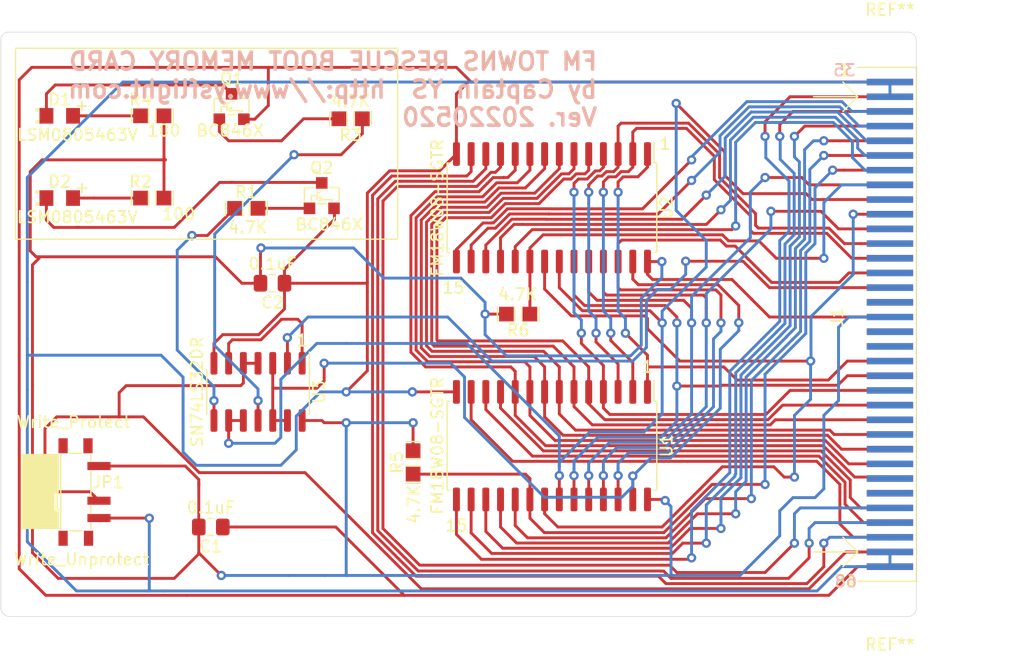
<source format=kicad_pcb>
(kicad_pcb (version 20171130) (host pcbnew "(5.1.12)-1")

  (general
    (thickness 1.6)
    (drawings 42)
    (tracks 1041)
    (zones 0)
    (modules 19)
    (nets 73)
  )

  (page A4)
  (layers
    (0 F.Cu signal)
    (31 B.Cu signal)
    (32 B.Adhes user)
    (33 F.Adhes user)
    (34 B.Paste user)
    (35 F.Paste user)
    (36 B.SilkS user)
    (37 F.SilkS user)
    (38 B.Mask user)
    (39 F.Mask user)
    (40 Dwgs.User user)
    (41 Cmts.User user)
    (42 Eco1.User user)
    (43 Eco2.User user)
    (44 Edge.Cuts user)
    (45 Margin user)
    (46 B.CrtYd user)
    (47 F.CrtYd user)
    (48 B.Fab user)
    (49 F.Fab user)
  )

  (setup
    (last_trace_width 0.25)
    (trace_clearance 0.2)
    (zone_clearance 0.508)
    (zone_45_only no)
    (trace_min 0.2)
    (via_size 0.8)
    (via_drill 0.4)
    (via_min_size 0.4)
    (via_min_drill 0.3)
    (uvia_size 0.3)
    (uvia_drill 0.1)
    (uvias_allowed no)
    (uvia_min_size 0.2)
    (uvia_min_drill 0.1)
    (edge_width 0.05)
    (segment_width 0.2)
    (pcb_text_width 0.3)
    (pcb_text_size 1.5 1.5)
    (mod_edge_width 0.12)
    (mod_text_size 1 1)
    (mod_text_width 0.15)
    (pad_size 1.5 1.5)
    (pad_drill 1.5)
    (pad_to_mask_clearance 0)
    (aux_axis_origin 0 0)
    (visible_elements 7FFFFFFF)
    (pcbplotparams
      (layerselection 0x010fc_ffffffff)
      (usegerberextensions false)
      (usegerberattributes true)
      (usegerberadvancedattributes true)
      (creategerberjobfile true)
      (excludeedgelayer true)
      (linewidth 0.100000)
      (plotframeref false)
      (viasonmask false)
      (mode 1)
      (useauxorigin false)
      (hpglpennumber 1)
      (hpglpenspeed 20)
      (hpglpendiameter 15.000000)
      (psnegative false)
      (psa4output false)
      (plotreference true)
      (plotvalue true)
      (plotinvisibletext false)
      (padsonsilk false)
      (subtractmaskfromsilk false)
      (outputformat 1)
      (mirror false)
      (drillshape 1)
      (scaleselection 1)
      (outputdirectory ""))
  )

  (net 0 "")
  (net 1 GND)
  (net 2 Vcc)
  (net 3 /D9)
  (net 4 /D8)
  (net 5 /~BVD1)
  (net 6 /D10)
  (net 7 /~REG)
  (net 8 /~WAIT)
  (net 9 /A21)
  (net 10 /A25)
  (net 11 /Vpp2)
  (net 12 /A22)
  (net 13 /A23)
  (net 14 /RESET)
  (net 15 /~VS2)
  (net 16 /A24)
  (net 17 /D11)
  (net 18 /A18)
  (net 19 /D14)
  (net 20 /~VS1)
  (net 21 /A19)
  (net 22 /D15)
  (net 23 /~CE2)
  (net 24 /D12)
  (net 25 /D13)
  (net 26 /A17)
  (net 27 /A20)
  (net 28 /A2)
  (net 29 /A0)
  (net 30 /A1)
  (net 31 /D2)
  (net 32 /D0)
  (net 33 /D1)
  (net 34 /A9)
  (net 35 /A11)
  (net 36 /RDY)
  (net 37 /A16)
  (net 38 /A7)
  (net 39 /A15)
  (net 40 /Vpp1)
  (net 41 /A6)
  (net 42 /A5)
  (net 43 /A3)
  (net 44 /A4)
  (net 45 /A12)
  (net 46 /A10)
  (net 47 /~CE1)
  (net 48 /A13)
  (net 49 /A14)
  (net 50 /A8)
  (net 51 /~OE)
  (net 52 /D6)
  (net 53 /D5)
  (net 54 /D7)
  (net 55 /D4)
  (net 56 /D3)
  (net 57 /~BVD2)
  (net 58 "Net-(D1-Pad2)")
  (net 59 "Net-(D2-Pad2)")
  (net 60 /Wp)
  (net 61 "Net-(J1-Pad44)")
  (net 62 "Net-(J1-Pad45)")
  (net 63 "Net-(J1-Pad60)")
  (net 64 "Net-(Q1-Pad1)")
  (net 65 "Net-(Q2-Pad1)")
  (net 66 "Net-(D1-Pad1)")
  (net 67 "Net-(D2-Pad1)")
  (net 68 /~WE)
  (net 69 /~WE~orWP)
  (net 70 "Net-(R1-Pad2)")
  (net 71 "Net-(R3-Pad2)")
  (net 72 /WPorWP)

  (net_class Default "This is the default net class."
    (clearance 0.2)
    (trace_width 0.25)
    (via_dia 0.8)
    (via_drill 0.4)
    (uvia_dia 0.3)
    (uvia_drill 0.1)
    (add_net /A0)
    (add_net /A1)
    (add_net /A10)
    (add_net /A11)
    (add_net /A12)
    (add_net /A13)
    (add_net /A14)
    (add_net /A15)
    (add_net /A16)
    (add_net /A17)
    (add_net /A18)
    (add_net /A19)
    (add_net /A2)
    (add_net /A20)
    (add_net /A21)
    (add_net /A22)
    (add_net /A23)
    (add_net /A24)
    (add_net /A25)
    (add_net /A3)
    (add_net /A4)
    (add_net /A5)
    (add_net /A6)
    (add_net /A7)
    (add_net /A8)
    (add_net /A9)
    (add_net /D0)
    (add_net /D1)
    (add_net /D10)
    (add_net /D11)
    (add_net /D12)
    (add_net /D13)
    (add_net /D14)
    (add_net /D15)
    (add_net /D2)
    (add_net /D3)
    (add_net /D4)
    (add_net /D5)
    (add_net /D6)
    (add_net /D7)
    (add_net /D8)
    (add_net /D9)
    (add_net /RDY)
    (add_net /RESET)
    (add_net /Vpp1)
    (add_net /Vpp2)
    (add_net /WPorWP)
    (add_net /Wp)
    (add_net /~BVD1)
    (add_net /~BVD2)
    (add_net /~CE1)
    (add_net /~CE2)
    (add_net /~OE)
    (add_net /~REG)
    (add_net /~VS1)
    (add_net /~VS2)
    (add_net /~WAIT)
    (add_net /~WE)
    (add_net /~WE~orWP)
    (add_net GND)
    (add_net "Net-(D1-Pad1)")
    (add_net "Net-(D1-Pad2)")
    (add_net "Net-(D2-Pad1)")
    (add_net "Net-(D2-Pad2)")
    (add_net "Net-(J1-Pad44)")
    (add_net "Net-(J1-Pad45)")
    (add_net "Net-(J1-Pad60)")
    (add_net "Net-(Q1-Pad1)")
    (add_net "Net-(Q2-Pad1)")
    (add_net "Net-(R1-Pad2)")
    (add_net "Net-(R3-Pad2)")
    (add_net Vcc)
  )

  (module Package_SO:SOIC-14_3.9x8.7mm_P1.27mm (layer F.Cu) (tedit 5D9F72B1) (tstamp 62885F02)
    (at 84.455 81.788 270)
    (descr "SOIC, 14 Pin (JEDEC MS-012AB, https://www.analog.com/media/en/package-pcb-resources/package/pkg_pdf/soic_narrow-r/r_14.pdf), generated with kicad-footprint-generator ipc_gullwing_generator.py")
    (tags "SOIC SO")
    (path /62898504)
    (attr smd)
    (fp_text reference U3 (at 0 -5.28 90) (layer F.SilkS)
      (effects (font (size 1 1) (thickness 0.15)))
    )
    (fp_text value SN74LS32DR (at 0 5.28 90) (layer F.SilkS)
      (effects (font (size 1 1) (thickness 0.15)))
    )
    (fp_text user %R (at 0 0 90) (layer F.Fab)
      (effects (font (size 0.98 0.98) (thickness 0.15)))
    )
    (fp_line (start 0 4.435) (end 1.95 4.435) (layer F.SilkS) (width 0.12))
    (fp_line (start 0 4.435) (end -1.95 4.435) (layer F.SilkS) (width 0.12))
    (fp_line (start 0 -4.435) (end 1.95 -4.435) (layer F.SilkS) (width 0.12))
    (fp_line (start 0 -4.435) (end -3.45 -4.435) (layer F.SilkS) (width 0.12))
    (fp_line (start -0.975 -4.325) (end 1.95 -4.325) (layer F.Fab) (width 0.1))
    (fp_line (start 1.95 -4.325) (end 1.95 4.325) (layer F.Fab) (width 0.1))
    (fp_line (start 1.95 4.325) (end -1.95 4.325) (layer F.Fab) (width 0.1))
    (fp_line (start -1.95 4.325) (end -1.95 -3.35) (layer F.Fab) (width 0.1))
    (fp_line (start -1.95 -3.35) (end -0.975 -4.325) (layer F.Fab) (width 0.1))
    (fp_line (start -3.7 -4.58) (end -3.7 4.58) (layer F.CrtYd) (width 0.05))
    (fp_line (start -3.7 4.58) (end 3.7 4.58) (layer F.CrtYd) (width 0.05))
    (fp_line (start 3.7 4.58) (end 3.7 -4.58) (layer F.CrtYd) (width 0.05))
    (fp_line (start 3.7 -4.58) (end -3.7 -4.58) (layer F.CrtYd) (width 0.05))
    (pad 14 smd roundrect (at 2.475 -3.81 270) (size 1.95 0.6) (layers F.Cu F.Paste F.Mask) (roundrect_rratio 0.25)
      (net 2 Vcc))
    (pad 13 smd roundrect (at 2.475 -2.54 270) (size 1.95 0.6) (layers F.Cu F.Paste F.Mask) (roundrect_rratio 0.25)
      (net 69 /~WE~orWP))
    (pad 12 smd roundrect (at 2.475 -1.27 270) (size 1.95 0.6) (layers F.Cu F.Paste F.Mask) (roundrect_rratio 0.25)
      (net 69 /~WE~orWP))
    (pad 11 smd roundrect (at 2.475 0 270) (size 1.95 0.6) (layers F.Cu F.Paste F.Mask) (roundrect_rratio 0.25)
      (net 71 "Net-(R3-Pad2)"))
    (pad 10 smd roundrect (at 2.475 1.27 270) (size 1.95 0.6) (layers F.Cu F.Paste F.Mask) (roundrect_rratio 0.25)
      (net 51 /~OE))
    (pad 9 smd roundrect (at 2.475 2.54 270) (size 1.95 0.6) (layers F.Cu F.Paste F.Mask) (roundrect_rratio 0.25)
      (net 51 /~OE))
    (pad 8 smd roundrect (at 2.475 3.81 270) (size 1.95 0.6) (layers F.Cu F.Paste F.Mask) (roundrect_rratio 0.25)
      (net 70 "Net-(R1-Pad2)"))
    (pad 7 smd roundrect (at -2.475 3.81 270) (size 1.95 0.6) (layers F.Cu F.Paste F.Mask) (roundrect_rratio 0.25)
      (net 1 GND))
    (pad 6 smd roundrect (at -2.475 2.54 270) (size 1.95 0.6) (layers F.Cu F.Paste F.Mask) (roundrect_rratio 0.25)
      (net 72 /WPorWP))
    (pad 5 smd roundrect (at -2.475 1.27 270) (size 1.95 0.6) (layers F.Cu F.Paste F.Mask) (roundrect_rratio 0.25)
      (net 60 /Wp))
    (pad 4 smd roundrect (at -2.475 0 270) (size 1.95 0.6) (layers F.Cu F.Paste F.Mask) (roundrect_rratio 0.25)
      (net 60 /Wp))
    (pad 3 smd roundrect (at -2.475 -1.27 270) (size 1.95 0.6) (layers F.Cu F.Paste F.Mask) (roundrect_rratio 0.25)
      (net 69 /~WE~orWP))
    (pad 2 smd roundrect (at -2.475 -2.54 270) (size 1.95 0.6) (layers F.Cu F.Paste F.Mask) (roundrect_rratio 0.25)
      (net 68 /~WE))
    (pad 1 smd roundrect (at -2.475 -3.81 270) (size 1.95 0.6) (layers F.Cu F.Paste F.Mask) (roundrect_rratio 0.25)
      (net 72 /WPorWP))
    (model ${KISYS3DMOD}/Package_SO.3dshapes/SOIC-14_3.9x8.7mm_P1.27mm.wrl
      (at (xyz 0 0 0))
      (scale (xyz 1 1 1))
      (rotate (xyz 0 0 0))
    )
  )

  (module PCMCIA:KOA_RK73G2AAT (layer F.Cu) (tedit 627F9A25) (tstamp 627A690A)
    (at 106.934 76.962 180)
    (path /627F2696)
    (fp_text reference R6 (at 0 0.5) (layer F.SilkS)
      (effects (font (size 1 1) (thickness 0.15)))
    )
    (fp_text value 4.7K (at 0.041 3.611) (layer F.SilkS)
      (effects (font (size 1 1) (thickness 0.15)))
    )
    (fp_line (start 1.8 1.27) (end 1.8 2.54) (layer F.SilkS) (width 0.12))
    (fp_line (start -1.8 2.54) (end -1.8 1.27) (layer F.SilkS) (width 0.12))
    (fp_line (start 0.3 1.27) (end 0.3 2.54) (layer F.SilkS) (width 0.12))
    (fp_line (start -0.3 1.27) (end -0.3 2.54) (layer F.SilkS) (width 0.12))
    (pad 2 smd rect (at -1.016 1.905 180) (size 1.27 1.27) (layers F.Cu F.Paste F.Mask)
      (net 23 /~CE2))
    (pad 1 smd rect (at 1.016 1.905 180) (size 1.27 1.27) (layers F.Cu F.Paste F.Mask)
      (net 2 Vcc))
  )

  (module PCMCIA:KOA_RK73G2AAT (layer F.Cu) (tedit 627F9A25) (tstamp 62886589)
    (at 95.9485 87.884 90)
    (path /627E564B)
    (fp_text reference R5 (at 0 0.5 90) (layer F.SilkS)
      (effects (font (size 1 1) (thickness 0.15)))
    )
    (fp_text value 4.7K (at -3.6195 1.9685 90) (layer F.SilkS)
      (effects (font (size 1 1) (thickness 0.15)))
    )
    (fp_line (start 1.8 1.27) (end 1.8 2.54) (layer F.SilkS) (width 0.12))
    (fp_line (start -1.8 2.54) (end -1.8 1.27) (layer F.SilkS) (width 0.12))
    (fp_line (start 0.3 1.27) (end 0.3 2.54) (layer F.SilkS) (width 0.12))
    (fp_line (start -0.3 1.27) (end -0.3 2.54) (layer F.SilkS) (width 0.12))
    (pad 2 smd rect (at -1.016 1.905 90) (size 1.27 1.27) (layers F.Cu F.Paste F.Mask)
      (net 47 /~CE1))
    (pad 1 smd rect (at 1.016 1.905 90) (size 1.27 1.27) (layers F.Cu F.Paste F.Mask)
      (net 2 Vcc))
  )

  (module PCMCIA:LSM0805463V (layer F.Cu) (tedit 625E24E8) (tstamp 625EA562)
    (at 67.317 65.024)
    (path /625C2726)
    (fp_text reference D2 (at 0 -1.42) (layer F.SilkS)
      (effects (font (size 1 1) (thickness 0.15)))
    )
    (fp_text value LSM0805463V (at 1.517 1.651) (layer F.SilkS)
      (effects (font (size 1 1) (thickness 0.15)))
    )
    (fp_line (start -1.83 0.62) (end -2.04 0.62) (layer F.SilkS) (width 0.12))
    (fp_line (start -2.04 0.42) (end -1.83 0.42) (layer F.SilkS) (width 0.12))
    (fp_line (start -2.04 0.62) (end -2.04 0.42) (layer F.SilkS) (width 0.12))
    (fp_line (start -1.83 0.42) (end -1.83 0.62) (layer F.SilkS) (width 0.12))
    (fp_line (start -2.05 -0.42) (end -2.05 -0.62) (layer F.SilkS) (width 0.12))
    (fp_line (start -1.84 -0.42) (end -2.05 -0.42) (layer F.SilkS) (width 0.12))
    (fp_line (start -1.84 -0.62) (end -1.84 -0.42) (layer F.SilkS) (width 0.12))
    (fp_line (start -2.05 -0.62) (end -1.84 -0.62) (layer F.SilkS) (width 0.12))
    (fp_text user + (at 1.92 -0.92) (layer F.SilkS)
      (effects (font (size 1 1) (thickness 0.15)))
    )
    (pad 2 smd rect (at 1.15 0) (size 1.2 1.35) (layers F.Cu F.Paste F.Mask)
      (net 59 "Net-(D2-Pad2)"))
    (pad 1 smd rect (at -1.15 0) (size 1.2 1.35) (layers F.Cu F.Paste F.Mask)
      (net 67 "Net-(D2-Pad1)"))
  )

  (module PCMCIA:LSM0805463V (layer F.Cu) (tedit 625E24E8) (tstamp 625EA553)
    (at 67.317 57.912)
    (path /625C20EC)
    (fp_text reference D1 (at 0 -1.42) (layer F.SilkS)
      (effects (font (size 1 1) (thickness 0.15)))
    )
    (fp_text value LSM0805463V (at 1.531 1.651) (layer F.SilkS)
      (effects (font (size 1 1) (thickness 0.15)))
    )
    (fp_line (start -1.83 0.62) (end -2.04 0.62) (layer F.SilkS) (width 0.12))
    (fp_line (start -2.04 0.42) (end -1.83 0.42) (layer F.SilkS) (width 0.12))
    (fp_line (start -2.04 0.62) (end -2.04 0.42) (layer F.SilkS) (width 0.12))
    (fp_line (start -1.83 0.42) (end -1.83 0.62) (layer F.SilkS) (width 0.12))
    (fp_line (start -2.05 -0.42) (end -2.05 -0.62) (layer F.SilkS) (width 0.12))
    (fp_line (start -1.84 -0.42) (end -2.05 -0.42) (layer F.SilkS) (width 0.12))
    (fp_line (start -1.84 -0.62) (end -1.84 -0.42) (layer F.SilkS) (width 0.12))
    (fp_line (start -2.05 -0.62) (end -1.84 -0.62) (layer F.SilkS) (width 0.12))
    (fp_text user + (at 1.92 -0.92) (layer F.SilkS)
      (effects (font (size 1 1) (thickness 0.15)))
    )
    (pad 2 smd rect (at 1.15 0) (size 1.2 1.35) (layers F.Cu F.Paste F.Mask)
      (net 58 "Net-(D1-Pad2)"))
    (pad 1 smd rect (at -1.15 0) (size 1.2 1.35) (layers F.Cu F.Paste F.Mask)
      (net 66 "Net-(D1-Pad1)"))
  )

  (module Capacitor_SMD:C_0805_2012Metric_Pad1.18x1.45mm_HandSolder (layer F.Cu) (tedit 5F68FEEF) (tstamp 62575106)
    (at 85.7035 72.39 180)
    (descr "Capacitor SMD 0805 (2012 Metric), square (rectangular) end terminal, IPC_7351 nominal with elongated pad for handsoldering. (Body size source: IPC-SM-782 page 76, https://www.pcb-3d.com/wordpress/wp-content/uploads/ipc-sm-782a_amendment_1_and_2.pdf, https://docs.google.com/spreadsheets/d/1BsfQQcO9C6DZCsRaXUlFlo91Tg2WpOkGARC1WS5S8t0/edit?usp=sharing), generated with kicad-footprint-generator")
    (tags "capacitor handsolder")
    (path /6278E421)
    (attr smd)
    (fp_text reference C2 (at 0 -1.68) (layer F.SilkS)
      (effects (font (size 1 1) (thickness 0.15)))
    )
    (fp_text value 0.1uF (at 0 1.68) (layer F.SilkS)
      (effects (font (size 1 1) (thickness 0.15)))
    )
    (fp_line (start 1.88 0.98) (end -1.88 0.98) (layer F.CrtYd) (width 0.05))
    (fp_line (start 1.88 -0.98) (end 1.88 0.98) (layer F.CrtYd) (width 0.05))
    (fp_line (start -1.88 -0.98) (end 1.88 -0.98) (layer F.CrtYd) (width 0.05))
    (fp_line (start -1.88 0.98) (end -1.88 -0.98) (layer F.CrtYd) (width 0.05))
    (fp_line (start -0.261252 0.735) (end 0.261252 0.735) (layer F.SilkS) (width 0.12))
    (fp_line (start -0.261252 -0.735) (end 0.261252 -0.735) (layer F.SilkS) (width 0.12))
    (fp_line (start 1 0.625) (end -1 0.625) (layer F.Fab) (width 0.1))
    (fp_line (start 1 -0.625) (end 1 0.625) (layer F.Fab) (width 0.1))
    (fp_line (start -1 -0.625) (end 1 -0.625) (layer F.Fab) (width 0.1))
    (fp_line (start -1 0.625) (end -1 -0.625) (layer F.Fab) (width 0.1))
    (fp_text user %R (at 0 0) (layer F.Fab)
      (effects (font (size 0.5 0.5) (thickness 0.08)))
    )
    (pad 2 smd roundrect (at 1.0375 0 180) (size 1.175 1.45) (layers F.Cu F.Paste F.Mask) (roundrect_rratio 0.212766)
      (net 2 Vcc))
    (pad 1 smd roundrect (at -1.0375 0 180) (size 1.175 1.45) (layers F.Cu F.Paste F.Mask) (roundrect_rratio 0.212766)
      (net 1 GND))
    (model ${KISYS3DMOD}/Capacitor_SMD.3dshapes/C_0805_2012Metric.wrl
      (at (xyz 0 0 0))
      (scale (xyz 1 1 1))
      (rotate (xyz 0 0 0))
    )
  )

  (module MountingHole:MountingHole_2.1mm (layer F.Cu) (tedit 5B924765) (tstamp 62574C52)
    (at 139.065 99.949)
    (descr "Mounting Hole 2.1mm, no annular")
    (tags "mounting hole 2.1mm no annular")
    (attr virtual)
    (fp_text reference REF** (at 0 3.683) (layer F.SilkS)
      (effects (font (size 1 1) (thickness 0.15)))
    )
    (fp_text value MountingHole_1.5mm (at 2.667 5.08) (layer F.Fab)
      (effects (font (size 1 1) (thickness 0.15)))
    )
    (fp_circle (center 0 0) (end 2.35 0) (layer F.CrtYd) (width 0.05))
    (fp_circle (center 0 0) (end 2.1 0) (layer Cmts.User) (width 0.15))
    (fp_text user %R (at 0.3 0) (layer F.Fab)
      (effects (font (size 1 1) (thickness 0.15)))
    )
    (pad "" np_thru_hole circle (at 0 0) (size 2.1 2.1) (drill 2.1) (layers *.Cu *.Mask))
  )

  (module MountingHole:MountingHole_2.1mm (layer F.Cu) (tedit 5B924765) (tstamp 62574A1B)
    (at 139.065 51.943)
    (descr "Mounting Hole 2.1mm, no annular")
    (tags "mounting hole 2.1mm no annular")
    (attr virtual)
    (fp_text reference REF** (at 0 -3.2) (layer F.SilkS)
      (effects (font (size 1 1) (thickness 0.15)))
    )
    (fp_text value MountingHole_1.5mm (at -10.414 -2.54) (layer F.Fab)
      (effects (font (size 1 1) (thickness 0.15)))
    )
    (fp_circle (center 0 0) (end 2.35 0) (layer F.CrtYd) (width 0.05))
    (fp_circle (center 0 0) (end 2.1 0) (layer Cmts.User) (width 0.15))
    (fp_text user %R (at 0.3 0) (layer F.Fab)
      (effects (font (size 1 1) (thickness 0.15)))
    )
    (pad "" np_thru_hole circle (at 0 0) (size 2.1 2.1) (drill 2.1) (layers *.Cu *.Mask))
  )

  (module Package_SO:SOIC-28W_7.5x17.9mm_P1.27mm (layer F.Cu) (tedit 5D9F72B1) (tstamp 625637AF)
    (at 109.855 65.864 270)
    (descr "SOIC, 28 Pin (JEDEC MS-013AE, https://www.analog.com/media/en/package-pcb-resources/package/35833120341221rw_28.pdf), generated with kicad-footprint-generator ipc_gullwing_generator.py")
    (tags "SOIC SO")
    (path /622D76AF)
    (attr smd)
    (fp_text reference U2 (at 0 -9.9 90) (layer F.SilkS)
      (effects (font (size 1 1) (thickness 0.15)))
    )
    (fp_text value FM18W08-SGTR (at 0 9.9 90) (layer F.SilkS)
      (effects (font (size 1 1) (thickness 0.15)))
    )
    (fp_line (start 5.93 -9.2) (end -5.93 -9.2) (layer F.CrtYd) (width 0.05))
    (fp_line (start 5.93 9.2) (end 5.93 -9.2) (layer F.CrtYd) (width 0.05))
    (fp_line (start -5.93 9.2) (end 5.93 9.2) (layer F.CrtYd) (width 0.05))
    (fp_line (start -5.93 -9.2) (end -5.93 9.2) (layer F.CrtYd) (width 0.05))
    (fp_line (start -3.75 -7.95) (end -2.75 -8.95) (layer F.Fab) (width 0.1))
    (fp_line (start -3.75 8.95) (end -3.75 -7.95) (layer F.Fab) (width 0.1))
    (fp_line (start 3.75 8.95) (end -3.75 8.95) (layer F.Fab) (width 0.1))
    (fp_line (start 3.75 -8.95) (end 3.75 8.95) (layer F.Fab) (width 0.1))
    (fp_line (start -2.75 -8.95) (end 3.75 -8.95) (layer F.Fab) (width 0.1))
    (fp_line (start -3.86 -8.815) (end -5.675 -8.815) (layer F.SilkS) (width 0.12))
    (fp_line (start -3.86 -9.06) (end -3.86 -8.815) (layer F.SilkS) (width 0.12))
    (fp_line (start 0 -9.06) (end -3.86 -9.06) (layer F.SilkS) (width 0.12))
    (fp_line (start 3.86 -9.06) (end 3.86 -8.815) (layer F.SilkS) (width 0.12))
    (fp_line (start 0 -9.06) (end 3.86 -9.06) (layer F.SilkS) (width 0.12))
    (fp_line (start -3.86 9.06) (end -3.86 8.815) (layer F.SilkS) (width 0.12))
    (fp_line (start 0 9.06) (end -3.86 9.06) (layer F.SilkS) (width 0.12))
    (fp_line (start 3.86 9.06) (end 3.86 8.815) (layer F.SilkS) (width 0.12))
    (fp_line (start 0 9.06) (end 3.86 9.06) (layer F.SilkS) (width 0.12))
    (fp_text user %R (at 0 0 90) (layer F.Fab)
      (effects (font (size 1 1) (thickness 0.15)))
    )
    (pad 28 smd roundrect (at 4.65 -8.255 270) (size 2.05 0.6) (layers F.Cu F.Paste F.Mask) (roundrect_rratio 0.25)
      (net 2 Vcc))
    (pad 27 smd roundrect (at 4.65 -6.985 270) (size 2.05 0.6) (layers F.Cu F.Paste F.Mask) (roundrect_rratio 0.25)
      (net 69 /~WE~orWP))
    (pad 26 smd roundrect (at 4.65 -5.715 270) (size 2.05 0.6) (layers F.Cu F.Paste F.Mask) (roundrect_rratio 0.25)
      (net 49 /A14))
    (pad 25 smd roundrect (at 4.65 -4.445 270) (size 2.05 0.6) (layers F.Cu F.Paste F.Mask) (roundrect_rratio 0.25)
      (net 34 /A9))
    (pad 24 smd roundrect (at 4.65 -3.175 270) (size 2.05 0.6) (layers F.Cu F.Paste F.Mask) (roundrect_rratio 0.25)
      (net 46 /A10))
    (pad 23 smd roundrect (at 4.65 -1.905 270) (size 2.05 0.6) (layers F.Cu F.Paste F.Mask) (roundrect_rratio 0.25)
      (net 45 /A12))
    (pad 22 smd roundrect (at 4.65 -0.635 270) (size 2.05 0.6) (layers F.Cu F.Paste F.Mask) (roundrect_rratio 0.25)
      (net 51 /~OE))
    (pad 21 smd roundrect (at 4.65 0.635 270) (size 2.05 0.6) (layers F.Cu F.Paste F.Mask) (roundrect_rratio 0.25)
      (net 35 /A11))
    (pad 20 smd roundrect (at 4.65 1.905 270) (size 2.05 0.6) (layers F.Cu F.Paste F.Mask) (roundrect_rratio 0.25)
      (net 23 /~CE2))
    (pad 19 smd roundrect (at 4.65 3.175 270) (size 2.05 0.6) (layers F.Cu F.Paste F.Mask) (roundrect_rratio 0.25)
      (net 22 /D15))
    (pad 18 smd roundrect (at 4.65 4.445 270) (size 2.05 0.6) (layers F.Cu F.Paste F.Mask) (roundrect_rratio 0.25)
      (net 19 /D14))
    (pad 17 smd roundrect (at 4.65 5.715 270) (size 2.05 0.6) (layers F.Cu F.Paste F.Mask) (roundrect_rratio 0.25)
      (net 25 /D13))
    (pad 16 smd roundrect (at 4.65 6.985 270) (size 2.05 0.6) (layers F.Cu F.Paste F.Mask) (roundrect_rratio 0.25)
      (net 24 /D12))
    (pad 15 smd roundrect (at 4.65 8.255 270) (size 2.05 0.6) (layers F.Cu F.Paste F.Mask) (roundrect_rratio 0.25)
      (net 17 /D11))
    (pad 14 smd roundrect (at -4.65 8.255 270) (size 2.05 0.6) (layers F.Cu F.Paste F.Mask) (roundrect_rratio 0.25)
      (net 1 GND))
    (pad 13 smd roundrect (at -4.65 6.985 270) (size 2.05 0.6) (layers F.Cu F.Paste F.Mask) (roundrect_rratio 0.25)
      (net 6 /D10))
    (pad 12 smd roundrect (at -4.65 5.715 270) (size 2.05 0.6) (layers F.Cu F.Paste F.Mask) (roundrect_rratio 0.25)
      (net 3 /D9))
    (pad 11 smd roundrect (at -4.65 4.445 270) (size 2.05 0.6) (layers F.Cu F.Paste F.Mask) (roundrect_rratio 0.25)
      (net 4 /D8))
    (pad 10 smd roundrect (at -4.65 3.175 270) (size 2.05 0.6) (layers F.Cu F.Paste F.Mask) (roundrect_rratio 0.25)
      (net 30 /A1))
    (pad 9 smd roundrect (at -4.65 1.905 270) (size 2.05 0.6) (layers F.Cu F.Paste F.Mask) (roundrect_rratio 0.25)
      (net 28 /A2))
    (pad 8 smd roundrect (at -4.65 0.635 270) (size 2.05 0.6) (layers F.Cu F.Paste F.Mask) (roundrect_rratio 0.25)
      (net 43 /A3))
    (pad 7 smd roundrect (at -4.65 -0.635 270) (size 2.05 0.6) (layers F.Cu F.Paste F.Mask) (roundrect_rratio 0.25)
      (net 44 /A4))
    (pad 6 smd roundrect (at -4.65 -1.905 270) (size 2.05 0.6) (layers F.Cu F.Paste F.Mask) (roundrect_rratio 0.25)
      (net 42 /A5))
    (pad 5 smd roundrect (at -4.65 -3.175 270) (size 2.05 0.6) (layers F.Cu F.Paste F.Mask) (roundrect_rratio 0.25)
      (net 41 /A6))
    (pad 4 smd roundrect (at -4.65 -4.445 270) (size 2.05 0.6) (layers F.Cu F.Paste F.Mask) (roundrect_rratio 0.25)
      (net 38 /A7))
    (pad 3 smd roundrect (at -4.65 -5.715 270) (size 2.05 0.6) (layers F.Cu F.Paste F.Mask) (roundrect_rratio 0.25)
      (net 50 /A8))
    (pad 2 smd roundrect (at -4.65 -6.985 270) (size 2.05 0.6) (layers F.Cu F.Paste F.Mask) (roundrect_rratio 0.25)
      (net 48 /A13))
    (pad 1 smd roundrect (at -4.65 -8.255 270) (size 2.05 0.6) (layers F.Cu F.Paste F.Mask) (roundrect_rratio 0.25)
      (net 39 /A15))
    (model ${KISYS3DMOD}/Package_SO.3dshapes/SOIC-28W_7.5x17.9mm_P1.27mm.wrl
      (at (xyz 0 0 0))
      (scale (xyz 1 1 1))
      (rotate (xyz 0 0 0))
    )
  )

  (module Package_SO:SOIC-28W_7.5x17.9mm_P1.27mm (layer F.Cu) (tedit 5D9F72B1) (tstamp 6256360D)
    (at 109.855 86.438 270)
    (descr "SOIC, 28 Pin (JEDEC MS-013AE, https://www.analog.com/media/en/package-pcb-resources/package/35833120341221rw_28.pdf), generated with kicad-footprint-generator ipc_gullwing_generator.py")
    (tags "SOIC SO")
    (path /62311C06)
    (attr smd)
    (fp_text reference U1 (at 0 -9.9 90) (layer F.SilkS)
      (effects (font (size 1 1) (thickness 0.15)))
    )
    (fp_text value FM18W08-SGTR (at 0 9.9 90) (layer F.SilkS)
      (effects (font (size 1 1) (thickness 0.15)))
    )
    (fp_line (start 5.93 -9.2) (end -5.93 -9.2) (layer F.CrtYd) (width 0.05))
    (fp_line (start 5.93 9.2) (end 5.93 -9.2) (layer F.CrtYd) (width 0.05))
    (fp_line (start -5.93 9.2) (end 5.93 9.2) (layer F.CrtYd) (width 0.05))
    (fp_line (start -5.93 -9.2) (end -5.93 9.2) (layer F.CrtYd) (width 0.05))
    (fp_line (start -3.75 -7.95) (end -2.75 -8.95) (layer F.Fab) (width 0.1))
    (fp_line (start -3.75 8.95) (end -3.75 -7.95) (layer F.Fab) (width 0.1))
    (fp_line (start 3.75 8.95) (end -3.75 8.95) (layer F.Fab) (width 0.1))
    (fp_line (start 3.75 -8.95) (end 3.75 8.95) (layer F.Fab) (width 0.1))
    (fp_line (start -2.75 -8.95) (end 3.75 -8.95) (layer F.Fab) (width 0.1))
    (fp_line (start -3.86 -8.815) (end -5.675 -8.815) (layer F.SilkS) (width 0.12))
    (fp_line (start -3.86 -9.06) (end -3.86 -8.815) (layer F.SilkS) (width 0.12))
    (fp_line (start 0 -9.06) (end -3.86 -9.06) (layer F.SilkS) (width 0.12))
    (fp_line (start 3.86 -9.06) (end 3.86 -8.815) (layer F.SilkS) (width 0.12))
    (fp_line (start 0 -9.06) (end 3.86 -9.06) (layer F.SilkS) (width 0.12))
    (fp_line (start -3.86 9.06) (end -3.86 8.815) (layer F.SilkS) (width 0.12))
    (fp_line (start 0 9.06) (end -3.86 9.06) (layer F.SilkS) (width 0.12))
    (fp_line (start 3.86 9.06) (end 3.86 8.815) (layer F.SilkS) (width 0.12))
    (fp_line (start 0 9.06) (end 3.86 9.06) (layer F.SilkS) (width 0.12))
    (fp_text user %R (at 0 0 90) (layer F.Fab)
      (effects (font (size 1 1) (thickness 0.15)))
    )
    (pad 28 smd roundrect (at 4.65 -8.255 270) (size 2.05 0.6) (layers F.Cu F.Paste F.Mask) (roundrect_rratio 0.25)
      (net 2 Vcc))
    (pad 27 smd roundrect (at 4.65 -6.985 270) (size 2.05 0.6) (layers F.Cu F.Paste F.Mask) (roundrect_rratio 0.25)
      (net 69 /~WE~orWP))
    (pad 26 smd roundrect (at 4.65 -5.715 270) (size 2.05 0.6) (layers F.Cu F.Paste F.Mask) (roundrect_rratio 0.25)
      (net 49 /A14))
    (pad 25 smd roundrect (at 4.65 -4.445 270) (size 2.05 0.6) (layers F.Cu F.Paste F.Mask) (roundrect_rratio 0.25)
      (net 34 /A9))
    (pad 24 smd roundrect (at 4.65 -3.175 270) (size 2.05 0.6) (layers F.Cu F.Paste F.Mask) (roundrect_rratio 0.25)
      (net 46 /A10))
    (pad 23 smd roundrect (at 4.65 -1.905 270) (size 2.05 0.6) (layers F.Cu F.Paste F.Mask) (roundrect_rratio 0.25)
      (net 45 /A12))
    (pad 22 smd roundrect (at 4.65 -0.635 270) (size 2.05 0.6) (layers F.Cu F.Paste F.Mask) (roundrect_rratio 0.25)
      (net 51 /~OE))
    (pad 21 smd roundrect (at 4.65 0.635 270) (size 2.05 0.6) (layers F.Cu F.Paste F.Mask) (roundrect_rratio 0.25)
      (net 35 /A11))
    (pad 20 smd roundrect (at 4.65 1.905 270) (size 2.05 0.6) (layers F.Cu F.Paste F.Mask) (roundrect_rratio 0.25)
      (net 47 /~CE1))
    (pad 19 smd roundrect (at 4.65 3.175 270) (size 2.05 0.6) (layers F.Cu F.Paste F.Mask) (roundrect_rratio 0.25)
      (net 54 /D7))
    (pad 18 smd roundrect (at 4.65 4.445 270) (size 2.05 0.6) (layers F.Cu F.Paste F.Mask) (roundrect_rratio 0.25)
      (net 52 /D6))
    (pad 17 smd roundrect (at 4.65 5.715 270) (size 2.05 0.6) (layers F.Cu F.Paste F.Mask) (roundrect_rratio 0.25)
      (net 53 /D5))
    (pad 16 smd roundrect (at 4.65 6.985 270) (size 2.05 0.6) (layers F.Cu F.Paste F.Mask) (roundrect_rratio 0.25)
      (net 55 /D4))
    (pad 15 smd roundrect (at 4.65 8.255 270) (size 2.05 0.6) (layers F.Cu F.Paste F.Mask) (roundrect_rratio 0.25)
      (net 56 /D3))
    (pad 14 smd roundrect (at -4.65 8.255 270) (size 2.05 0.6) (layers F.Cu F.Paste F.Mask) (roundrect_rratio 0.25)
      (net 1 GND))
    (pad 13 smd roundrect (at -4.65 6.985 270) (size 2.05 0.6) (layers F.Cu F.Paste F.Mask) (roundrect_rratio 0.25)
      (net 31 /D2))
    (pad 12 smd roundrect (at -4.65 5.715 270) (size 2.05 0.6) (layers F.Cu F.Paste F.Mask) (roundrect_rratio 0.25)
      (net 33 /D1))
    (pad 11 smd roundrect (at -4.65 4.445 270) (size 2.05 0.6) (layers F.Cu F.Paste F.Mask) (roundrect_rratio 0.25)
      (net 32 /D0))
    (pad 10 smd roundrect (at -4.65 3.175 270) (size 2.05 0.6) (layers F.Cu F.Paste F.Mask) (roundrect_rratio 0.25)
      (net 30 /A1))
    (pad 9 smd roundrect (at -4.65 1.905 270) (size 2.05 0.6) (layers F.Cu F.Paste F.Mask) (roundrect_rratio 0.25)
      (net 28 /A2))
    (pad 8 smd roundrect (at -4.65 0.635 270) (size 2.05 0.6) (layers F.Cu F.Paste F.Mask) (roundrect_rratio 0.25)
      (net 43 /A3))
    (pad 7 smd roundrect (at -4.65 -0.635 270) (size 2.05 0.6) (layers F.Cu F.Paste F.Mask) (roundrect_rratio 0.25)
      (net 44 /A4))
    (pad 6 smd roundrect (at -4.65 -1.905 270) (size 2.05 0.6) (layers F.Cu F.Paste F.Mask) (roundrect_rratio 0.25)
      (net 42 /A5))
    (pad 5 smd roundrect (at -4.65 -3.175 270) (size 2.05 0.6) (layers F.Cu F.Paste F.Mask) (roundrect_rratio 0.25)
      (net 41 /A6))
    (pad 4 smd roundrect (at -4.65 -4.445 270) (size 2.05 0.6) (layers F.Cu F.Paste F.Mask) (roundrect_rratio 0.25)
      (net 38 /A7))
    (pad 3 smd roundrect (at -4.65 -5.715 270) (size 2.05 0.6) (layers F.Cu F.Paste F.Mask) (roundrect_rratio 0.25)
      (net 50 /A8))
    (pad 2 smd roundrect (at -4.65 -6.985 270) (size 2.05 0.6) (layers F.Cu F.Paste F.Mask) (roundrect_rratio 0.25)
      (net 48 /A13))
    (pad 1 smd roundrect (at -4.65 -8.255 270) (size 2.05 0.6) (layers F.Cu F.Paste F.Mask) (roundrect_rratio 0.25)
      (net 39 /A15))
    (model ${KISYS3DMOD}/Package_SO.3dshapes/SOIC-28W_7.5x17.9mm_P1.27mm.wrl
      (at (xyz 0 0 0))
      (scale (xyz 1 1 1))
      (rotate (xyz 0 0 0))
    )
  )

  (module PCMCIA:KOA_RK73G2AAT (layer F.Cu) (tedit 627F9A25) (tstamp 625635DA)
    (at 75.311 56.007)
    (path /6261B8A4)
    (fp_text reference R4 (at -1.016 0.508) (layer F.SilkS)
      (effects (font (size 1 1) (thickness 0.15)))
    )
    (fp_text value 100 (at 1.016 3.175) (layer F.SilkS)
      (effects (font (size 1 1) (thickness 0.15)))
    )
    (fp_line (start 1.8 1.27) (end 1.8 2.54) (layer F.SilkS) (width 0.12))
    (fp_line (start -1.8 2.54) (end -1.8 1.27) (layer F.SilkS) (width 0.12))
    (fp_line (start 0.3 1.27) (end 0.3 2.54) (layer F.SilkS) (width 0.12))
    (fp_line (start -0.3 1.27) (end -0.3 2.54) (layer F.SilkS) (width 0.12))
    (pad 2 smd rect (at -1.016 1.905) (size 1.27 1.27) (layers F.Cu F.Paste F.Mask)
      (net 58 "Net-(D1-Pad2)"))
    (pad 1 smd rect (at 1.016 1.905) (size 1.27 1.27) (layers F.Cu F.Paste F.Mask)
      (net 2 Vcc))
  )

  (module PCMCIA:KOA_RK73G2AAT (layer F.Cu) (tedit 627F9A25) (tstamp 625635CE)
    (at 92.456 60.071 180)
    (path /6261AE0E)
    (fp_text reference R3 (at 0 0.5) (layer F.SilkS)
      (effects (font (size 1 1) (thickness 0.15)))
    )
    (fp_text value 4.7K (at 0 3.429) (layer F.SilkS)
      (effects (font (size 1 1) (thickness 0.15)))
    )
    (fp_line (start 1.8 1.27) (end 1.8 2.54) (layer F.SilkS) (width 0.12))
    (fp_line (start -1.8 2.54) (end -1.8 1.27) (layer F.SilkS) (width 0.12))
    (fp_line (start 0.3 1.27) (end 0.3 2.54) (layer F.SilkS) (width 0.12))
    (fp_line (start -0.3 1.27) (end -0.3 2.54) (layer F.SilkS) (width 0.12))
    (pad 2 smd rect (at -1.016 1.905 180) (size 1.27 1.27) (layers F.Cu F.Paste F.Mask)
      (net 71 "Net-(R3-Pad2)"))
    (pad 1 smd rect (at 1.016 1.905 180) (size 1.27 1.27) (layers F.Cu F.Paste F.Mask)
      (net 64 "Net-(Q1-Pad1)"))
  )

  (module PCMCIA:KOA_RK73G2AAT (layer F.Cu) (tedit 627F9A25) (tstamp 625635C2)
    (at 75.311 63.119)
    (path /62637FF1)
    (fp_text reference R2 (at -1.016 0.5) (layer F.SilkS)
      (effects (font (size 1 1) (thickness 0.15)))
    )
    (fp_text value 100 (at 2.286 3.302) (layer F.SilkS)
      (effects (font (size 1 1) (thickness 0.15)))
    )
    (fp_line (start 1.8 1.27) (end 1.8 2.54) (layer F.SilkS) (width 0.12))
    (fp_line (start -1.8 2.54) (end -1.8 1.27) (layer F.SilkS) (width 0.12))
    (fp_line (start 0.3 1.27) (end 0.3 2.54) (layer F.SilkS) (width 0.12))
    (fp_line (start -0.3 1.27) (end -0.3 2.54) (layer F.SilkS) (width 0.12))
    (pad 2 smd rect (at -1.016 1.905) (size 1.27 1.27) (layers F.Cu F.Paste F.Mask)
      (net 59 "Net-(D2-Pad2)"))
    (pad 1 smd rect (at 1.016 1.905) (size 1.27 1.27) (layers F.Cu F.Paste F.Mask)
      (net 2 Vcc))
  )

  (module PCMCIA:KOA_RK73G2AAT (layer F.Cu) (tedit 627F9A25) (tstamp 625635B6)
    (at 83.439 64.008)
    (path /626373D3)
    (fp_text reference R1 (at 0 0.5) (layer F.SilkS)
      (effects (font (size 1 1) (thickness 0.15)))
    )
    (fp_text value 4.7K (at 0.127 3.556) (layer F.SilkS)
      (effects (font (size 1 1) (thickness 0.15)))
    )
    (fp_line (start 1.8 1.27) (end 1.8 2.54) (layer F.SilkS) (width 0.12))
    (fp_line (start -1.8 2.54) (end -1.8 1.27) (layer F.SilkS) (width 0.12))
    (fp_line (start 0.3 1.27) (end 0.3 2.54) (layer F.SilkS) (width 0.12))
    (fp_line (start -0.3 1.27) (end -0.3 2.54) (layer F.SilkS) (width 0.12))
    (pad 2 smd rect (at -1.016 1.905) (size 1.27 1.27) (layers F.Cu F.Paste F.Mask)
      (net 70 "Net-(R1-Pad2)"))
    (pad 1 smd rect (at 1.016 1.905) (size 1.27 1.27) (layers F.Cu F.Paste F.Mask)
      (net 65 "Net-(Q2-Pad1)"))
  )

  (module PCMCIA:BC846X_AU_Q_NPN_BCE (layer F.Cu) (tedit 627F9A66) (tstamp 625635AA)
    (at 89.96 64.813)
    (path /625E875F)
    (fp_text reference Q2 (at 0 -2.4) (layer F.SilkS)
      (effects (font (size 1 1) (thickness 0.15)))
    )
    (fp_text value BC846X (at 0.635 2.497) (layer F.SilkS)
      (effects (font (size 1 1) (thickness 0.15)))
    )
    (fp_line (start 0.6 -0.7) (end 1.5 -0.7) (layer F.SilkS) (width 0.12))
    (fp_line (start 0.05 0.35) (end -0.2 0.4) (layer F.SilkS) (width 0.12))
    (fp_line (start -0.05 0.1) (end 0.05 0.35) (layer F.SilkS) (width 0.12))
    (fp_line (start 0.9 0.35) (end 0.9 0.5) (layer F.SilkS) (width 0.12))
    (fp_line (start 0.05 0.35) (end 0.9 0.35) (layer F.SilkS) (width 0.12))
    (fp_line (start -0.4 0.1) (end 0.05 0.35) (layer F.SilkS) (width 0.12))
    (fp_line (start 0 -0.45) (end -0.4 -0.15) (layer F.SilkS) (width 0.12))
    (fp_line (start 0 -0.5) (end 0 -0.45) (layer F.SilkS) (width 0.12))
    (fp_line (start -0.9 0) (end -0.4 0) (layer F.SilkS) (width 0.12))
    (fp_line (start -0.4 -0.35) (end -0.4 0.35) (layer F.SilkS) (width 0.12))
    (fp_line (start -1.5 -0.7) (end -0.6 -0.7) (layer F.SilkS) (width 0.12))
    (fp_line (start 1.5 -0.7) (end 1.5 0.5) (layer F.SilkS) (width 0.12))
    (fp_line (start 0.4 0.7) (end -0.4 0.7) (layer F.SilkS) (width 0.12))
    (fp_line (start -1.5 0.5) (end -1.5 -0.7) (layer F.SilkS) (width 0.12))
    (fp_line (start -0.9 0.5) (end -0.9 0) (layer F.SilkS) (width 0.12))
    (pad 1 smd rect (at -1.06 1.1) (size 1 1) (layers F.Cu F.Paste F.Mask)
      (net 65 "Net-(Q2-Pad1)"))
    (pad 2 smd rect (at 0 -1.1) (size 1 1) (layers F.Cu F.Paste F.Mask)
      (net 67 "Net-(D2-Pad1)"))
    (pad 3 smd rect (at 1.06 1.1) (size 1 1) (layers F.Cu F.Paste F.Mask)
      (net 1 GND))
  )

  (module PCMCIA:BC846X_AU_Q_NPN_BCE (layer F.Cu) (tedit 627F9A66) (tstamp 62569BF0)
    (at 82.169 57.107)
    (path /625C302B)
    (fp_text reference Q1 (at 0 -2.4) (layer F.SilkS)
      (effects (font (size 1 1) (thickness 0.15)))
    )
    (fp_text value BC846X (at -0.127 2.075) (layer F.SilkS)
      (effects (font (size 1 1) (thickness 0.15)))
    )
    (fp_line (start 0.6 -0.7) (end 1.5 -0.7) (layer F.SilkS) (width 0.12))
    (fp_line (start 0.05 0.35) (end -0.2 0.4) (layer F.SilkS) (width 0.12))
    (fp_line (start -0.05 0.1) (end 0.05 0.35) (layer F.SilkS) (width 0.12))
    (fp_line (start 0.9 0.35) (end 0.9 0.5) (layer F.SilkS) (width 0.12))
    (fp_line (start 0.05 0.35) (end 0.9 0.35) (layer F.SilkS) (width 0.12))
    (fp_line (start -0.4 0.1) (end 0.05 0.35) (layer F.SilkS) (width 0.12))
    (fp_line (start 0 -0.45) (end -0.4 -0.15) (layer F.SilkS) (width 0.12))
    (fp_line (start 0 -0.5) (end 0 -0.45) (layer F.SilkS) (width 0.12))
    (fp_line (start -0.9 0) (end -0.4 0) (layer F.SilkS) (width 0.12))
    (fp_line (start -0.4 -0.35) (end -0.4 0.35) (layer F.SilkS) (width 0.12))
    (fp_line (start -1.5 -0.7) (end -0.6 -0.7) (layer F.SilkS) (width 0.12))
    (fp_line (start 1.5 -0.7) (end 1.5 0.5) (layer F.SilkS) (width 0.12))
    (fp_line (start 0.4 0.7) (end -0.4 0.7) (layer F.SilkS) (width 0.12))
    (fp_line (start -1.5 0.5) (end -1.5 -0.7) (layer F.SilkS) (width 0.12))
    (fp_line (start -0.9 0.5) (end -0.9 0) (layer F.SilkS) (width 0.12))
    (pad 1 smd rect (at -1.06 1.1) (size 1 1) (layers F.Cu F.Paste F.Mask)
      (net 64 "Net-(Q1-Pad1)"))
    (pad 2 smd rect (at 0 -1.1) (size 1 1) (layers F.Cu F.Paste F.Mask)
      (net 66 "Net-(D1-Pad1)"))
    (pad 3 smd rect (at 1.06 1.1) (size 1 1) (layers F.Cu F.Paste F.Mask)
      (net 1 GND))
  )

  (module PCMCIA:MA_Memory_Card_Slide_Switch (layer F.Cu) (tedit 627F9AE5) (tstamp 62569B55)
    (at 68.707 90.448)
    (path /628F8554)
    (fp_text reference JP1 (at 2.794 -0.849) (layer F.SilkS)
      (effects (font (size 1 1) (thickness 0.15)))
    )
    (fp_text value Write_Protect (at -0.2 -6.05) (layer F.SilkS)
      (effects (font (size 1 1) (thickness 0.15)))
    )
    (fp_line (start 1.3 -2.7) (end 1.3 -3.2) (layer F.SilkS) (width 0.12))
    (fp_line (start 1.3 0.3) (end 1.3 -1.8) (layer F.SilkS) (width 0.12))
    (fp_line (start 1.3 1.8) (end 1.3 1.2) (layer F.SilkS) (width 0.12))
    (fp_line (start -1.6 0.2) (end -1.3 0.2) (layer F.SilkS) (width 0.12))
    (fp_line (start -1.6 1.5) (end -1.3 1.5) (layer F.SilkS) (width 0.12))
    (fp_line (start -1.6 0.2) (end -1.6 1.5) (layer F.SilkS) (width 0.12))
    (fp_line (start 0.6 3.35) (end -0.6 3.35) (layer F.SilkS) (width 0.12))
    (fp_line (start 0.5 -3.35) (end -0.6 -3.35) (layer F.SilkS) (width 0.12))
    (fp_line (start -1.3 3.2) (end -1.3 -3.2) (layer F.SilkS) (width 0.12))
    (fp_line (start 1.3 3.2) (end 1.3 2.7) (layer F.SilkS) (width 0.12))
    (pad "" smd rect (at 1.1 4) (size 0.8 1.3) (layers F.Cu F.Paste F.Mask))
    (pad "" smd rect (at -1.1 4) (size 0.8 1.3) (layers F.Cu F.Paste F.Mask))
    (pad "" smd rect (at 1.05 -4) (size 0.8 1.3) (layers F.Cu F.Paste F.Mask))
    (pad "" smd rect (at -1.1 -4) (size 0.8 1.3) (layers F.Cu F.Paste F.Mask))
    (pad 3 smd rect (at 2 -2.25) (size 2 0.7) (layers F.Cu F.Paste F.Mask)
      (net 2 Vcc))
    (pad 2 smd rect (at 2 0.75) (size 2 0.7) (layers F.Cu F.Paste F.Mask)
      (net 60 /Wp))
    (pad 1 smd rect (at 2 2.25) (size 2 0.7) (layers F.Cu F.Paste F.Mask)
      (net 1 GND))
    (pad "" np_thru_hole circle (at 0 1.5) (size 0.9 0.9) (drill 0.9) (layers *.Cu *.Mask))
    (pad "" np_thru_hole circle (at 0 -1.5) (size 0.9 0.9) (drill 0.9) (layers *.Cu *.Mask))
  )

  (module Capacitor_SMD:C_0805_2012Metric_Pad1.18x1.45mm_HandSolder (layer F.Cu) (tedit 5F68FEEF) (tstamp 6256349E)
    (at 80.3695 93.472 180)
    (descr "Capacitor SMD 0805 (2012 Metric), square (rectangular) end terminal, IPC_7351 nominal with elongated pad for handsoldering. (Body size source: IPC-SM-782 page 76, https://www.pcb-3d.com/wordpress/wp-content/uploads/ipc-sm-782a_amendment_1_and_2.pdf, https://docs.google.com/spreadsheets/d/1BsfQQcO9C6DZCsRaXUlFlo91Tg2WpOkGARC1WS5S8t0/edit?usp=sharing), generated with kicad-footprint-generator")
    (tags "capacitor handsolder")
    (path /622F1AD4)
    (attr smd)
    (fp_text reference C1 (at 0 -1.68) (layer F.SilkS)
      (effects (font (size 1 1) (thickness 0.15)))
    )
    (fp_text value 0.1uF (at 0 1.68) (layer F.SilkS)
      (effects (font (size 1 1) (thickness 0.15)))
    )
    (fp_line (start 1.88 0.98) (end -1.88 0.98) (layer F.CrtYd) (width 0.05))
    (fp_line (start 1.88 -0.98) (end 1.88 0.98) (layer F.CrtYd) (width 0.05))
    (fp_line (start -1.88 -0.98) (end 1.88 -0.98) (layer F.CrtYd) (width 0.05))
    (fp_line (start -1.88 0.98) (end -1.88 -0.98) (layer F.CrtYd) (width 0.05))
    (fp_line (start -0.261252 0.735) (end 0.261252 0.735) (layer F.SilkS) (width 0.12))
    (fp_line (start -0.261252 -0.735) (end 0.261252 -0.735) (layer F.SilkS) (width 0.12))
    (fp_line (start 1 0.625) (end -1 0.625) (layer F.Fab) (width 0.1))
    (fp_line (start 1 -0.625) (end 1 0.625) (layer F.Fab) (width 0.1))
    (fp_line (start -1 -0.625) (end 1 -0.625) (layer F.Fab) (width 0.1))
    (fp_line (start -1 0.625) (end -1 -0.625) (layer F.Fab) (width 0.1))
    (fp_text user %R (at 0 0) (layer F.Fab)
      (effects (font (size 0.5 0.5) (thickness 0.08)))
    )
    (pad 2 smd roundrect (at 1.0375 0 180) (size 1.175 1.45) (layers F.Cu F.Paste F.Mask) (roundrect_rratio 0.212766)
      (net 2 Vcc))
    (pad 1 smd roundrect (at -1.0375 0 180) (size 1.175 1.45) (layers F.Cu F.Paste F.Mask) (roundrect_rratio 0.212766)
      (net 1 GND))
    (model ${KISYS3DMOD}/Capacitor_SMD.3dshapes/C_0805_2012Metric.wrl
      (at (xyz 0 0 0))
      (scale (xyz 1 1 1))
      (rotate (xyz 0 0 0))
    )
  )

  (module PCMCIA:PCMCIA_2x34_FrontBack (layer F.Cu) (tedit 6235311F) (tstamp 6235AA77)
    (at 135.001 75.311 270)
    (path /622ECC41)
    (fp_text reference J1 (at 0 0.5 90) (layer F.SilkS)
      (effects (font (size 1 1) (thickness 0.15)))
    )
    (fp_text value PCMCIA_Connector (at 0 -0.5 90) (layer F.Fab)
      (effects (font (size 1 1) (thickness 0.15)))
    )
    (fp_line (start 20.32 -1.27) (end 19.05 0) (layer F.SilkS) (width 0.12))
    (fp_line (start 21.59 0) (end 20.32 -1.27) (layer F.SilkS) (width 0.12))
    (fp_line (start 20.32 2.54) (end 20.32 -1.27) (layer F.SilkS) (width 0.12))
    (fp_line (start -19.05 -1.27) (end -20.32 0) (layer F.SilkS) (width 0.12))
    (fp_line (start -17.78 0) (end -19.05 -1.27) (layer F.SilkS) (width 0.12))
    (fp_line (start -19.05 2.54) (end -19.05 -1.27) (layer F.SilkS) (width 0.12))
    (fp_line (start -21.59 -6.35) (end -21.59 -1.27) (layer F.SilkS) (width 0.12))
    (fp_line (start 22.86 -6.35) (end 22.86 -1.27) (layer F.SilkS) (width 0.12))
    (fp_line (start -21.59 -6.35) (end 22.86 -6.35) (layer F.SilkS) (width 0.12))
    (pad 1 smd rect (at -20.32 -4.064 270) (size 0.56 4) (layers F.Cu F.Paste F.Mask)
      (net 1 GND))
    (pad 2 smd rect (at -19.05 -4.064 270) (size 0.56 4) (layers F.Cu F.Paste F.Mask)
      (net 56 /D3))
    (pad 3 smd rect (at -17.78 -4.064 270) (size 0.56 4) (layers F.Cu F.Paste F.Mask)
      (net 55 /D4))
    (pad 6 smd rect (at -13.97 -4.064 270) (size 0.56 4) (layers F.Cu F.Paste F.Mask)
      (net 54 /D7))
    (pad 4 smd rect (at -16.51 -4.064 270) (size 0.56 4) (layers F.Cu F.Paste F.Mask)
      (net 53 /D5))
    (pad 5 smd rect (at -15.24 -4.064 270) (size 0.56 4) (layers F.Cu F.Paste F.Mask)
      (net 52 /D6))
    (pad 9 smd rect (at -10.16 -4.064 270) (size 0.56 4) (layers F.Cu F.Paste F.Mask)
      (net 51 /~OE))
    (pad 12 smd rect (at -6.35 -4.064 270) (size 0.56 4) (layers F.Cu F.Paste F.Mask)
      (net 50 /A8))
    (pad 14 smd rect (at -3.81 -4.064 270) (size 0.56 4) (layers F.Cu F.Paste F.Mask)
      (net 49 /A14))
    (pad 13 smd rect (at -5.08 -4.064 270) (size 0.56 4) (layers F.Cu F.Paste F.Mask)
      (net 48 /A13))
    (pad 7 smd rect (at -12.7 -4.064 270) (size 0.56 4) (layers F.Cu F.Paste F.Mask)
      (net 47 /~CE1))
    (pad 8 smd rect (at -11.43 -4.064 270) (size 0.56 4) (layers F.Cu F.Paste F.Mask)
      (net 46 /A10))
    (pad 21 smd rect (at 5.08 -4.064 270) (size 0.56 4) (layers F.Cu F.Paste F.Mask)
      (net 45 /A12))
    (pad 25 smd rect (at 10.16 -4.064 270) (size 0.56 4) (layers F.Cu F.Paste F.Mask)
      (net 44 /A4))
    (pad 26 smd rect (at 11.43 -4.064 270) (size 0.56 4) (layers F.Cu F.Paste F.Mask)
      (net 43 /A3))
    (pad 17 smd rect (at 0 -4.064 270) (size 0.56 4) (layers F.Cu F.Paste F.Mask)
      (net 2 Vcc))
    (pad 24 smd rect (at 8.89 -4.064 270) (size 0.56 4) (layers F.Cu F.Paste F.Mask)
      (net 42 /A5))
    (pad 23 smd rect (at 7.62 -4.064 270) (size 0.56 4) (layers F.Cu F.Paste F.Mask)
      (net 41 /A6))
    (pad 18 smd rect (at 1.27 -4.064 270) (size 0.56 4) (layers F.Cu F.Paste F.Mask)
      (net 40 /Vpp1))
    (pad 20 smd rect (at 3.81 -4.064 270) (size 0.56 4) (layers F.Cu F.Paste F.Mask)
      (net 39 /A15))
    (pad 22 smd rect (at 6.35 -4.064 270) (size 0.56 4) (layers F.Cu F.Paste F.Mask)
      (net 38 /A7))
    (pad 19 smd rect (at 2.54 -4.064 270) (size 0.56 4) (layers F.Cu F.Paste F.Mask)
      (net 37 /A16))
    (pad 15 smd rect (at -2.54 -4.064 270) (size 0.56 4) (layers F.Cu F.Paste F.Mask)
      (net 68 /~WE))
    (pad 16 smd rect (at -1.27 -4.064 270) (size 0.56 4) (layers F.Cu F.Paste F.Mask)
      (net 36 /RDY))
    (pad 10 smd rect (at -8.89 -4.064 270) (size 0.56 4) (layers F.Cu F.Paste F.Mask)
      (net 35 /A11))
    (pad 11 smd rect (at -7.62 -4.064 270) (size 0.56 4) (layers F.Cu F.Paste F.Mask)
      (net 34 /A9))
    (pad 31 smd rect (at 17.78 -4.064 270) (size 0.56 4) (layers F.Cu F.Paste F.Mask)
      (net 33 /D1))
    (pad 30 smd rect (at 16.51 -4.064 270) (size 0.56 4) (layers F.Cu F.Paste F.Mask)
      (net 32 /D0))
    (pad 34 smd rect (at 21.59 -4.064 270) (size 0.56 4) (layers F.Cu F.Paste F.Mask)
      (net 1 GND))
    (pad 33 smd rect (at 20.32 -4.064 270) (size 0.56 4) (layers F.Cu F.Paste F.Mask)
      (net 60 /Wp))
    (pad 32 smd rect (at 19.05 -4.064 270) (size 0.56 4) (layers F.Cu F.Paste F.Mask)
      (net 31 /D2))
    (pad 28 smd rect (at 13.97 -4.064 270) (size 0.56 4) (layers F.Cu F.Paste F.Mask)
      (net 30 /A1))
    (pad 29 smd rect (at 15.24 -4.064 270) (size 0.56 4) (layers F.Cu F.Paste F.Mask)
      (net 29 /A0))
    (pad 27 smd rect (at 12.7 -4.064 270) (size 0.56 4) (layers F.Cu F.Paste F.Mask)
      (net 28 /A2))
    (pad 49 smd rect (at -2.54 -4.064 270) (size 0.56 4) (layers B.Cu B.Paste B.Mask)
      (net 27 /A20))
    (pad 44 smd rect (at -8.89 -4.064 270) (size 0.56 4) (layers B.Cu B.Paste B.Mask)
      (net 61 "Net-(J1-Pad44)"))
    (pad 45 smd rect (at -7.62 -4.064 270) (size 0.56 4) (layers B.Cu B.Paste B.Mask)
      (net 62 "Net-(J1-Pad45)"))
    (pad 46 smd rect (at -6.35 -4.064 270) (size 0.56 4) (layers B.Cu B.Paste B.Mask)
      (net 26 /A17))
    (pad 39 smd rect (at -15.24 -4.064 270) (size 0.56 4) (layers B.Cu B.Paste B.Mask)
      (net 25 /D13))
    (pad 38 smd rect (at -16.51 -4.064 270) (size 0.56 4) (layers B.Cu B.Paste B.Mask)
      (net 24 /D12))
    (pad 42 smd rect (at -11.43 -4.064 270) (size 0.56 4) (layers B.Cu B.Paste B.Mask)
      (net 23 /~CE2))
    (pad 41 smd rect (at -12.7 -4.064 270) (size 0.56 4) (layers B.Cu B.Paste B.Mask)
      (net 22 /D15))
    (pad 48 smd rect (at -3.81 -4.064 270) (size 0.56 4) (layers B.Cu B.Paste B.Mask)
      (net 21 /A19))
    (pad 43 smd rect (at -10.16 -4.064 270) (size 0.56 4) (layers B.Cu B.Paste B.Mask)
      (net 20 /~VS1))
    (pad 40 smd rect (at -13.97 -4.064 270) (size 0.56 4) (layers B.Cu B.Paste B.Mask)
      (net 19 /D14))
    (pad 36 smd rect (at -19.05 -4.064 270) (size 0.56 4) (layers B.Cu B.Paste B.Mask)
      (net 1 GND))
    (pad 47 smd rect (at -5.08 -4.064 270) (size 0.56 4) (layers B.Cu B.Paste B.Mask)
      (net 18 /A18))
    (pad 37 smd rect (at -17.78 -4.064 270) (size 0.56 4) (layers B.Cu B.Paste B.Mask)
      (net 17 /D11))
    (pad 35 smd rect (at -20.32 -4.064 270) (size 0.56 4) (layers B.Cu B.Mask)
      (net 1 GND))
    (pad 55 smd rect (at 5.08 -4.064 270) (size 0.56 4) (layers B.Cu B.Paste B.Mask)
      (net 16 /A24))
    (pad 51 smd rect (at 0 -4.064 270) (size 0.56 4) (layers B.Cu B.Paste B.Mask)
      (net 2 Vcc))
    (pad 57 smd rect (at 7.62 -4.064 270) (size 0.56 4) (layers B.Cu B.Paste B.Mask)
      (net 15 /~VS2))
    (pad 58 smd rect (at 8.89 -4.064 270) (size 0.56 4) (layers B.Cu B.Paste B.Mask)
      (net 14 /RESET))
    (pad 54 smd rect (at 3.81 -4.064 270) (size 0.56 4) (layers B.Cu B.Paste B.Mask)
      (net 13 /A23))
    (pad 53 smd rect (at 2.54 -4.064 270) (size 0.56 4) (layers B.Cu B.Paste B.Mask)
      (net 12 /A22))
    (pad 52 smd rect (at 1.27 -4.064 270) (size 0.56 4) (layers B.Cu B.Paste B.Mask)
      (net 11 /Vpp2))
    (pad 56 smd rect (at 6.35 -4.064 270) (size 0.56 4) (layers B.Cu B.Paste B.Mask)
      (net 10 /A25))
    (pad 50 smd rect (at -1.27 -4.064 270) (size 0.56 4) (layers B.Cu B.Paste B.Mask)
      (net 9 /A21))
    (pad 59 smd rect (at 10.16 -4.064 270) (size 0.56 4) (layers B.Cu B.Paste B.Mask)
      (net 8 /~WAIT))
    (pad 68 smd rect (at 21.59 -4.064 270) (size 0.56 4) (layers B.Cu B.Paste B.Mask)
      (net 1 GND))
    (pad 61 smd rect (at 12.7 -4.064 270) (size 0.56 4) (layers B.Cu B.Paste B.Mask)
      (net 7 /~REG))
    (pad 67 smd rect (at 20.32 -4.064 270) (size 0.56 4) (layers B.Cu B.Paste B.Mask)
      (net 1 GND))
    (pad 60 smd rect (at 11.43 -4.064 270) (size 0.56 4) (layers B.Cu B.Paste B.Mask)
      (net 63 "Net-(J1-Pad60)"))
    (pad 66 smd rect (at 19.05 -4.064 270) (size 0.56 4) (layers B.Cu B.Paste B.Mask)
      (net 6 /D10))
    (pad 62 smd rect (at 13.97 -4.064 270) (size 0.56 4) (layers B.Cu B.Paste B.Mask)
      (net 57 /~BVD2))
    (pad 63 smd rect (at 15.24 -4.064 270) (size 0.56 4) (layers B.Cu B.Paste B.Mask)
      (net 5 /~BVD1))
    (pad 64 smd rect (at 16.51 -4.064 270) (size 0.56 4) (layers B.Cu B.Paste B.Mask)
      (net 4 /D8))
    (pad 65 smd rect (at 17.78 -4.064 270) (size 0.56 4) (layers B.Cu B.Paste B.Mask)
      (net 3 /D9))
  )

  (gr_text 1 (at 88.265 77.343) (layer F.SilkS) (tstamp 62888A36)
    (effects (font (size 1 1) (thickness 0.15)))
  )
  (gr_text "PCMCIA Connector\n95622-003LF" (at 149 76 270) (layer F.Fab)
    (effects (font (size 1 1) (thickness 0.15)))
  )
  (gr_poly (pts (xy 67.2 87.2) (xy 67.2 90.5) (xy 66.9 90.5) (xy 66.9 92.1) (xy 67.2 92.1) (xy 67.2 93.6) (xy 64.038 93.6) (xy 64.038 87.2)) (layer F.SilkS) (width 0.1) (tstamp 626CE6C6))
  (gr_text 15 (at 101.6 93.345) (layer F.SilkS)
    (effects (font (size 1 1) (thickness 0.15)))
  )
  (gr_text 1 (at 118.11 79.629) (layer F.SilkS)
    (effects (font (size 1 1) (thickness 0.15)))
  )
  (gr_text 15 (at 101.346 72.771) (layer F.SilkS)
    (effects (font (size 1 1) (thickness 0.15)))
  )
  (gr_text 1 (at 119.634 60.325) (layer F.SilkS)
    (effects (font (size 1 1) (thickness 0.15)))
  )
  (gr_line (start 96.52 52.07) (end 63.5 52.07) (layer F.SilkS) (width 0.12) (tstamp 625776F7))
  (gr_line (start 96.52 68.58) (end 96.52 52.07) (layer F.SilkS) (width 0.12))
  (gr_line (start 94.615 68.58) (end 96.52 68.58) (layer F.SilkS) (width 0.12))
  (gr_line (start 86.36 68.58) (end 94.615 68.58) (layer F.SilkS) (width 0.12))
  (gr_line (start 73.66 68.58) (end 86.36 68.58) (layer F.SilkS) (width 0.12))
  (gr_line (start 63.5 68.58) (end 73.66 68.58) (layer F.SilkS) (width 0.12))
  (gr_line (start 63.5 52.07) (end 63.5 68.58) (layer F.SilkS) (width 0.12))
  (gr_arc (start 140.589 100.457) (end 140.589 101.219) (angle -90) (layer Edge.Cuts) (width 0.05))
  (gr_arc (start 140.589 51.435) (end 141.351 51.435) (angle -90) (layer Edge.Cuts) (width 0.05))
  (gr_arc (start 62.992 100.457) (end 62.23 100.457) (angle -90) (layer Edge.Cuts) (width 0.05))
  (gr_arc (start 62.865 51.308) (end 62.865 50.673) (angle -90) (layer Edge.Cuts) (width 0.05))
  (gr_line (start 139.065 101.473) (end 139.065 98.679) (layer Dwgs.User) (width 0.15))
  (gr_line (start 143.51 99.949) (end 137.16 99.949) (layer Dwgs.User) (width 0.15) (tstamp 62574D28))
  (gr_line (start 143.51 99.949) (end 143.51 75.946) (layer Dwgs.User) (width 0.15) (tstamp 62574D24))
  (gr_line (start 141.351 101.473) (end 139.065 101.473) (layer Dwgs.User) (width 0.15) (tstamp 62574D21))
  (gr_line (start 139.065 50.419) (end 139.065 53.086) (layer Dwgs.User) (width 0.15))
  (gr_line (start 143.51 51.943) (end 137.16 51.943) (layer Dwgs.User) (width 0.15))
  (gr_line (start 143.51 75.946) (end 143.51 51.943) (layer Dwgs.User) (width 0.15))
  (gr_line (start 141.859 75.946) (end 144.399 75.946) (layer Dwgs.User) (width 0.15))
  (gr_line (start 141.351 50.419) (end 139.065 50.419) (layer Dwgs.User) (width 0.15))
  (gr_text Write_Unprotect (at 69.215 96.266) (layer F.SilkS)
    (effects (font (size 1 1) (thickness 0.15)))
  )
  (gr_text "FM TOWNS RESCUE BOOT MEMORY CARD\nby Captain YS  http://www.ysflight.com\nVer. 20220520" (at 113.919 55.626) (layer B.SilkS) (tstamp 625E994E)
    (effects (font (size 1.5 1.5) (thickness 0.3)) (justify left mirror))
  )
  (gr_line (start 147.32 102.235) (end 62.23 102.235) (layer Dwgs.User) (width 0.15))
  (gr_line (start 147.32 50.673) (end 147.32 101.219) (layer Dwgs.User) (width 0.15) (tstamp 6254E19B))
  (gr_line (start 141.351 50.673) (end 147.32 50.673) (layer Dwgs.User) (width 0.15))
  (gr_line (start 141.351 101.219) (end 147.32 101.219) (layer Dwgs.User) (width 0.15))
  (gr_line (start 62.23 100.457) (end 62.23 51.308) (layer Edge.Cuts) (width 0.05) (tstamp 6254E178))
  (gr_text 34 (at 135.255 98.171) (layer F.SilkS)
    (effects (font (size 1 1) (thickness 0.15)))
  )
  (gr_text 68 (at 135.255 98.171) (layer B.SilkS)
    (effects (font (size 1 1) (thickness 0.15)) (justify mirror))
  )
  (gr_text 35 (at 135.128 53.975) (layer B.SilkS)
    (effects (font (size 1 1) (thickness 0.15)) (justify mirror))
  )
  (gr_text 1 (at 135.128 53.975) (layer F.SilkS)
    (effects (font (size 1 1) (thickness 0.15)))
  )
  (gr_line (start 141.351 51.435) (end 141.351 100.457) (layer Edge.Cuts) (width 0.05) (tstamp 62352FEE))
  (gr_line (start 140.589 101.219) (end 62.992 101.219) (layer Edge.Cuts) (width 0.05) (tstamp 622E798B))
  (gr_line (start 140.589 50.673) (end 62.865 50.673) (layer Edge.Cuts) (width 0.05) (tstamp 6254E17F))
  (gr_line (start 141.6 50.673) (end 141.6 101.223) (layer Dwgs.User) (width 0.15))

  (segment (start 139.065 95.631) (end 139.065 96.901) (width 0.25) (layer B.Cu) (net 1))
  (segment (start 139.065 54.991) (end 139.065 56.261) (width 0.25) (layer B.Cu) (net 1))
  (segment (start 102.616 54.991) (end 101.6 56.007) (width 0.25) (layer F.Cu) (net 1))
  (segment (start 139.065 54.991) (end 135.255 54.991) (width 0.25) (layer F.Cu) (net 1))
  (segment (start 135.255 54.991) (end 102.87 54.991) (width 0.25) (layer F.Cu) (net 1))
  (segment (start 102.87 54.991) (end 102.616 54.991) (width 0.25) (layer F.Cu) (net 1))
  (segment (start 92.075 81.788) (end 97.79 81.788) (width 0.25) (layer B.Cu) (net 1) (tstamp 6256F160))
  (via (at 92.075 81.788) (size 0.8) (drill 0.4) (layers F.Cu B.Cu) (net 1))
  (segment (start 64.516 72.263) (end 64.516 77.216) (width 0.25) (layer B.Cu) (net 1))
  (segment (start 64.516 63.246) (end 64.516 72.263) (width 0.25) (layer B.Cu) (net 1))
  (segment (start 72.771 54.991) (end 64.516 63.246) (width 0.25) (layer B.Cu) (net 1))
  (segment (start 139.065 54.991) (end 72.771 54.991) (width 0.25) (layer B.Cu) (net 1))
  (segment (start 136.525 96.901) (end 139.065 96.901) (width 0.25) (layer B.Cu) (net 1))
  (segment (start 134.874 96.901) (end 136.525 96.901) (width 0.25) (layer B.Cu) (net 1))
  (segment (start 132.77299 99.00201) (end 134.874 96.901) (width 0.25) (layer B.Cu) (net 1))
  (segment (start 64.516 94.75302) (end 68.76499 99.00201) (width 0.25) (layer B.Cu) (net 1))
  (segment (start 136.271 96.901) (end 139.065 96.901) (width 0.25) (layer F.Cu) (net 1))
  (segment (start 133.788991 99.383009) (end 136.271 96.901) (width 0.25) (layer F.Cu) (net 1))
  (segment (start 63.8175 97.0915) (end 66.109009 99.383009) (width 0.25) (layer F.Cu) (net 1))
  (segment (start 63.8175 54.8005) (end 63.8175 97.0915) (width 0.25) (layer F.Cu) (net 1) (tstamp 626CE658))
  (segment (start 64.897 53.721) (end 63.8175 54.8005) (width 0.25) (layer F.Cu) (net 1))
  (segment (start 102.87 54.991) (end 101.6 53.721) (width 0.25) (layer F.Cu) (net 1))
  (segment (start 101.6 58.166) (end 101.6 61.214) (width 0.25) (layer F.Cu) (net 1))
  (segment (start 101.6 56.007) (end 101.6 58.166) (width 0.25) (layer F.Cu) (net 1))
  (segment (start 100.14501 62.66899) (end 101.6 61.214) (width 0.25) (layer F.Cu) (net 1))
  (segment (start 95.82419 62.66899) (end 100.14501 62.66899) (width 0.25) (layer F.Cu) (net 1))
  (segment (start 93.899972 64.593208) (end 95.82419 62.66899) (width 0.25) (layer F.Cu) (net 1))
  (segment (start 92.075 81.788) (end 93.899972 79.963028) (width 0.25) (layer F.Cu) (net 1))
  (segment (start 66.109009 99.383009) (end 78.301009 99.383009) (width 0.25) (layer F.Cu) (net 1))
  (segment (start 83.229 58.207) (end 84.16 58.207) (width 0.25) (layer F.Cu) (net 1))
  (segment (start 85.344 57.023) (end 85.344 53.721) (width 0.25) (layer F.Cu) (net 1))
  (segment (start 84.16 58.207) (end 85.344 57.023) (width 0.25) (layer F.Cu) (net 1))
  (segment (start 85.344 53.721) (end 64.897 53.721) (width 0.25) (layer F.Cu) (net 1))
  (segment (start 101.6 53.721) (end 85.344 53.721) (width 0.25) (layer F.Cu) (net 1))
  (segment (start 99.06 81.788) (end 101.6 81.788) (width 0.25) (layer F.Cu) (net 1))
  (segment (start 99.06 81.788) (end 97.79 81.788) (width 0.25) (layer F.Cu) (net 1))
  (via (at 97.79 81.788) (size 0.8) (drill 0.4) (layers F.Cu B.Cu) (net 1))
  (segment (start 97.085991 99.383009) (end 133.788991 99.383009) (width 0.25) (layer F.Cu) (net 1))
  (segment (start 78.301009 99.383009) (end 97.085991 99.383009) (width 0.25) (layer F.Cu) (net 1))
  (segment (start 76.39601 99.00201) (end 132.77299 99.00201) (width 0.25) (layer B.Cu) (net 1))
  (segment (start 75.057 92.71) (end 75.057 92.71) (width 0.25) (layer B.Cu) (net 1) (tstamp 626DB05D))
  (via (at 75.057 92.71) (size 0.8) (drill 0.4) (layers F.Cu B.Cu) (net 1))
  (segment (start 75.045 92.698) (end 75.057 92.71) (width 0.25) (layer F.Cu) (net 1))
  (segment (start 70.707 92.698) (end 75.045 92.698) (width 0.25) (layer F.Cu) (net 1))
  (segment (start 75.057 98.933) (end 74.98799 99.00201) (width 0.25) (layer B.Cu) (net 1))
  (segment (start 75.057 92.71) (end 75.057 98.933) (width 0.25) (layer B.Cu) (net 1))
  (segment (start 74.98799 99.00201) (end 76.39601 99.00201) (width 0.25) (layer B.Cu) (net 1))
  (segment (start 68.76499 99.00201) (end 74.98799 99.00201) (width 0.25) (layer B.Cu) (net 1))
  (segment (start 64.516 81.616) (end 64.516 94.75302) (width 0.25) (layer B.Cu) (net 1))
  (segment (start 91.174982 93.472) (end 91.783741 94.080759) (width 0.25) (layer F.Cu) (net 1))
  (segment (start 81.407 93.472) (end 91.174982 93.472) (width 0.25) (layer F.Cu) (net 1))
  (segment (start 91.783741 94.080759) (end 97.085991 99.383009) (width 0.25) (layer F.Cu) (net 1))
  (segment (start 93.899972 79.963028) (end 93.899972 73.135472) (width 0.25) (layer F.Cu) (net 1))
  (segment (start 80.645 79.313) (end 80.645 77.597) (width 0.25) (layer F.Cu) (net 1))
  (segment (start 80.645 77.597) (end 81.407 76.835) (width 0.25) (layer F.Cu) (net 1))
  (segment (start 81.407 76.835) (end 84.5185 76.835) (width 0.25) (layer F.Cu) (net 1))
  (segment (start 86.741 74.6125) (end 86.741 72.39) (width 0.25) (layer F.Cu) (net 1))
  (segment (start 84.5185 76.835) (end 86.741 74.6125) (width 0.25) (layer F.Cu) (net 1))
  (segment (start 64.516 78.613) (end 64.516 81.616) (width 0.25) (layer B.Cu) (net 1))
  (segment (start 64.516 77.216) (end 64.516 78.613) (width 0.25) (layer B.Cu) (net 1))
  (segment (start 87.757 83.8835) (end 89.8525 81.788) (width 0.25) (layer B.Cu) (net 1))
  (segment (start 89.8525 81.788) (end 92.075 81.788) (width 0.25) (layer B.Cu) (net 1))
  (segment (start 87.757 86.8045) (end 87.757 83.8835) (width 0.25) (layer B.Cu) (net 1))
  (segment (start 86.4235 88.138) (end 87.757 86.8045) (width 0.25) (layer B.Cu) (net 1))
  (segment (start 77.978 86.995) (end 79.121 88.138) (width 0.25) (layer B.Cu) (net 1))
  (segment (start 77.978 80.518) (end 77.978 86.995) (width 0.25) (layer B.Cu) (net 1))
  (segment (start 76.073 78.613) (end 77.978 80.518) (width 0.25) (layer B.Cu) (net 1))
  (segment (start 79.121 88.138) (end 86.4235 88.138) (width 0.25) (layer B.Cu) (net 1))
  (segment (start 64.516 78.613) (end 76.073 78.613) (width 0.25) (layer B.Cu) (net 1))
  (segment (start 86.741 72.39) (end 86.741 71.1835) (width 0.25) (layer F.Cu) (net 1))
  (segment (start 86.741 71.1835) (end 91.059 66.8655) (width 0.25) (layer F.Cu) (net 1))
  (segment (start 91.059 66.548) (end 91.059 65.87) (width 0.25) (layer F.Cu) (net 1))
  (segment (start 91.059 66.8655) (end 91.059 66.548) (width 0.25) (layer F.Cu) (net 1))
  (segment (start 86.741 72.39) (end 93.853 72.39) (width 0.25) (layer F.Cu) (net 1))
  (segment (start 93.899972 72.343028) (end 93.899972 64.593208) (width 0.25) (layer F.Cu) (net 1))
  (segment (start 93.853 72.39) (end 93.899972 72.343028) (width 0.25) (layer F.Cu) (net 1))
  (segment (start 93.899972 73.135472) (end 93.899972 72.343028) (width 0.25) (layer F.Cu) (net 1))
  (segment (start 139.065 75.311) (end 135.509 75.311) (width 0.25) (layer F.Cu) (net 2))
  (segment (start 118.11 71.628) (end 118.11 70.514) (width 0.25) (layer F.Cu) (net 2))
  (segment (start 118.54899 72.06699) (end 118.11 71.628) (width 0.25) (layer F.Cu) (net 2))
  (segment (start 125.41801 72.06699) (end 118.54899 72.06699) (width 0.25) (layer F.Cu) (net 2))
  (segment (start 127.127 73.78559) (end 125.41801 72.0766) (width 0.25) (layer F.Cu) (net 2))
  (segment (start 125.41801 72.0766) (end 125.41801 72.06699) (width 0.25) (layer F.Cu) (net 2))
  (via (at 81.28 97.663) (size 0.8) (drill 0.4) (layers F.Cu B.Cu) (net 2) (tstamp 62888A29))
  (segment (start 65.532 70.104) (end 65.278 70.104) (width 0.25) (layer F.Cu) (net 2))
  (segment (start 65.278 70.104) (end 64.77 69.596) (width 0.25) (layer F.Cu) (net 2))
  (segment (start 64.77 69.596) (end 64.77 62.738) (width 0.25) (layer F.Cu) (net 2))
  (segment (start 64.77 62.738) (end 65.786 61.722) (width 0.25) (layer F.Cu) (net 2))
  (segment (start 76.327 61.595) (end 76.454 61.722) (width 0.25) (layer F.Cu) (net 2))
  (segment (start 76.327 57.912) (end 76.327 61.595) (width 0.25) (layer F.Cu) (net 2))
  (segment (start 65.786 61.722) (end 76.454 61.722) (width 0.25) (layer F.Cu) (net 2))
  (segment (start 76.327 61.595) (end 76.327 65.024) (width 0.25) (layer F.Cu) (net 2))
  (segment (start 118.11 70.514) (end 119.351 70.514) (width 0.25) (layer F.Cu) (net 2))
  (segment (start 119.351 70.514) (end 119.351 70.514) (width 0.25) (layer F.Cu) (net 2) (tstamp 6257A92E))
  (via (at 119.351 70.514) (size 0.8) (drill 0.4) (layers F.Cu B.Cu) (net 2))
  (segment (start 134.62 82.55) (end 133.35 83.82) (width 0.25) (layer B.Cu) (net 2))
  (segment (start 129.54 92.075) (end 129.54 94.234) (width 0.25) (layer B.Cu) (net 2))
  (segment (start 139.065 75.311) (end 135.509 75.311) (width 0.25) (layer B.Cu) (net 2))
  (segment (start 133.35 83.82) (end 133.35 90.17) (width 0.25) (layer B.Cu) (net 2))
  (segment (start 135.509 75.311) (end 134.62 76.2) (width 0.25) (layer B.Cu) (net 2))
  (segment (start 134.62 76.2) (end 134.62 82.55) (width 0.25) (layer B.Cu) (net 2))
  (segment (start 132.588 90.932) (end 130.683 90.932) (width 0.25) (layer B.Cu) (net 2))
  (segment (start 130.683 90.932) (end 129.54 92.075) (width 0.25) (layer B.Cu) (net 2))
  (segment (start 133.35 90.17) (end 132.588 90.932) (width 0.25) (layer B.Cu) (net 2))
  (segment (start 129.54 94.234) (end 126.111 97.663) (width 0.25) (layer B.Cu) (net 2))
  (segment (start 126.111 97.663) (end 121.158 97.663) (width 0.25) (layer B.Cu) (net 2))
  (segment (start 127.127 73.787) (end 128.651 75.311) (width 0.25) (layer F.Cu) (net 2))
  (segment (start 127.127 73.78559) (end 127.127 73.787) (width 0.25) (layer F.Cu) (net 2))
  (segment (start 128.651 75.311) (end 135.509 75.311) (width 0.25) (layer F.Cu) (net 2))
  (via (at 119.634 91.186) (size 0.8) (drill 0.4) (layers F.Cu B.Cu) (net 2))
  (segment (start 119.536 91.088) (end 119.634 91.186) (width 0.25) (layer F.Cu) (net 2))
  (segment (start 118.11 91.088) (end 119.536 91.088) (width 0.25) (layer F.Cu) (net 2))
  (segment (start 120.015 91.567) (end 119.634 91.186) (width 0.25) (layer B.Cu) (net 2))
  (segment (start 120.142 96.647) (end 120.142 91.694) (width 0.25) (layer B.Cu) (net 2))
  (segment (start 120.015 91.567) (end 120.142 91.694) (width 0.25) (layer B.Cu) (net 2))
  (segment (start 120.142 97.536) (end 120.269 97.663) (width 0.25) (layer B.Cu) (net 2))
  (segment (start 120.142 96.647) (end 120.142 97.536) (width 0.25) (layer B.Cu) (net 2))
  (segment (start 121.158 97.663) (end 120.269 97.663) (width 0.25) (layer B.Cu) (net 2))
  (via (at 84.709 69.342) (size 0.8) (drill 0.4) (layers F.Cu B.Cu) (net 2))
  (segment (start 84.666 69.385) (end 84.709 69.342) (width 0.25) (layer F.Cu) (net 2))
  (segment (start 84.666 72.39) (end 84.666 69.385) (width 0.25) (layer F.Cu) (net 2))
  (segment (start 65.532 70.231) (end 65.532 70.104) (width 0.25) (layer F.Cu) (net 2))
  (segment (start 64.9605 70.8025) (end 65.532 70.231) (width 0.25) (layer F.Cu) (net 2))
  (segment (start 79.332 95.715) (end 81.28 97.663) (width 0.25) (layer F.Cu) (net 2))
  (segment (start 79.332 95.715) (end 79.332 95.801) (width 0.25) (layer F.Cu) (net 2))
  (segment (start 78.165 88.198) (end 70.707 88.198) (width 0.25) (layer F.Cu) (net 2))
  (segment (start 79.332 89.365) (end 78.165 88.198) (width 0.25) (layer F.Cu) (net 2))
  (segment (start 83.058 72.39) (end 84.666 72.39) (width 0.25) (layer F.Cu) (net 2))
  (segment (start 80.772 70.104) (end 83.058 72.39) (width 0.25) (layer F.Cu) (net 2))
  (segment (start 65.532 70.104) (end 78.994 70.104) (width 0.25) (layer F.Cu) (net 2))
  (segment (start 78.994 70.104) (end 80.772 70.104) (width 0.25) (layer F.Cu) (net 2))
  (segment (start 64.9605 77.8605) (end 64.9605 70.8025) (width 0.25) (layer F.Cu) (net 2))
  (segment (start 79.332 89.705) (end 79.332 93.472) (width 0.25) (layer F.Cu) (net 2))
  (segment (start 79.332 89.916) (end 79.332 89.705) (width 0.25) (layer F.Cu) (net 2))
  (segment (start 79.332 89.705) (end 79.332 89.365) (width 0.25) (layer F.Cu) (net 2))
  (segment (start 64.9605 81.2165) (end 64.9605 77.8605) (width 0.25) (layer F.Cu) (net 2))
  (segment (start 64.9605 95.6945) (end 64.9605 81.2165) (width 0.25) (layer F.Cu) (net 2))
  (segment (start 67.183 97.917) (end 64.9605 95.6945) (width 0.25) (layer F.Cu) (net 2))
  (segment (start 77.216 97.917) (end 67.183 97.917) (width 0.25) (layer F.Cu) (net 2))
  (segment (start 79.332 95.801) (end 77.216 97.917) (width 0.25) (layer F.Cu) (net 2))
  (segment (start 79.332 93.472) (end 79.332 95.801) (width 0.25) (layer F.Cu) (net 2))
  (segment (start 88.265 84.263) (end 89.978 84.263) (width 0.25) (layer F.Cu) (net 2))
  (segment (start 89.978 84.263) (end 90.17 84.455) (width 0.25) (layer F.Cu) (net 2))
  (segment (start 90.17 84.455) (end 90.17 84.455) (width 0.25) (layer F.Cu) (net 2) (tstamp 62886CC1))
  (segment (start 87.122 97.663) (end 81.407 97.663) (width 0.25) (layer B.Cu) (net 2))
  (segment (start 97.8535 84.455) (end 97.8535 84.455) (width 0.25) (layer B.Cu) (net 2) (tstamp 62887D67))
  (via (at 97.8535 84.455) (size 0.8) (drill 0.4) (layers F.Cu B.Cu) (net 2))
  (segment (start 97.8535 86.868) (end 97.8535 84.455) (width 0.25) (layer F.Cu) (net 2))
  (segment (start 90.2335 97.663) (end 87.122 97.663) (width 0.25) (layer B.Cu) (net 2))
  (segment (start 119.351 70.514) (end 119.351 71.90959) (width 0.25) (layer B.Cu) (net 2))
  (segment (start 119.351 71.90959) (end 117.65999 73.6006) (width 0.25) (layer B.Cu) (net 2))
  (segment (start 116.6536 78.67099) (end 105.91249 78.67099) (width 0.25) (layer B.Cu) (net 2))
  (segment (start 105.91249 78.67099) (end 104.0765 76.835) (width 0.25) (layer B.Cu) (net 2))
  (segment (start 104.0765 76.835) (end 104.0765 75.057) (width 0.25) (layer B.Cu) (net 2))
  (segment (start 104.0765 74.041) (end 101.981 71.9455) (width 0.25) (layer B.Cu) (net 2))
  (segment (start 95.3135 71.9455) (end 92.71 69.342) (width 0.25) (layer B.Cu) (net 2))
  (segment (start 101.981 71.9455) (end 95.3135 71.9455) (width 0.25) (layer B.Cu) (net 2))
  (segment (start 92.71 69.342) (end 84.709 69.342) (width 0.25) (layer B.Cu) (net 2))
  (segment (start 105.918 75.057) (end 104.775 75.057) (width 0.25) (layer F.Cu) (net 2))
  (segment (start 104.0765 75.057) (end 104.0765 74.041) (width 0.25) (layer B.Cu) (net 2) (tstamp 62888531))
  (via (at 104.0765 75.057) (size 0.8) (drill 0.4) (layers F.Cu B.Cu) (net 2))
  (segment (start 104.775 75.057) (end 104.0765 75.057) (width 0.25) (layer F.Cu) (net 2))
  (segment (start 117.65999 73.6006) (end 117.65999 73.60201) (width 0.25) (layer B.Cu) (net 2))
  (segment (start 117.569545 73.692455) (end 117.569545 77.755045) (width 0.25) (layer B.Cu) (net 2))
  (segment (start 117.65999 73.60201) (end 117.569545 73.692455) (width 0.25) (layer B.Cu) (net 2))
  (segment (start 117.569545 77.755045) (end 116.6536 78.67099) (width 0.25) (layer B.Cu) (net 2))
  (segment (start 92.075 84.455) (end 97.8535 84.455) (width 0.25) (layer B.Cu) (net 2) (tstamp 62888865))
  (segment (start 92.075 97.5995) (end 92.1385 97.663) (width 0.25) (layer B.Cu) (net 2))
  (segment (start 92.075 84.455) (end 92.075 97.5995) (width 0.25) (layer B.Cu) (net 2))
  (segment (start 92.1385 97.663) (end 90.2335 97.663) (width 0.25) (layer B.Cu) (net 2))
  (segment (start 120.269 97.663) (end 92.1385 97.663) (width 0.25) (layer B.Cu) (net 2))
  (via (at 92.075 84.455) (size 0.8) (drill 0.4) (layers F.Cu B.Cu) (net 2))
  (segment (start 90.17 84.455) (end 92.075 84.455) (width 0.25) (layer F.Cu) (net 2))
  (segment (start 139.065 93.091) (end 132.588 93.091) (width 0.25) (layer B.Cu) (net 3))
  (segment (start 132.588 93.091) (end 132.08 93.599) (width 0.25) (layer B.Cu) (net 3))
  (segment (start 132.08 93.599) (end 132.08 94.869) (width 0.25) (layer B.Cu) (net 3))
  (segment (start 132.08 94.869) (end 132.08 94.869) (width 0.25) (layer B.Cu) (net 3) (tstamp 62565E15))
  (via (at 132.08 94.869) (size 0.8) (drill 0.4) (layers F.Cu B.Cu) (net 3))
  (segment (start 96.83199 63.56901) (end 96.831989 63.56901) (width 0.25) (layer F.Cu) (net 3))
  (segment (start 102.41999 63.56901) (end 96.83199 63.56901) (width 0.25) (layer F.Cu) (net 3))
  (segment (start 103.05499 63.56901) (end 102.41999 63.56901) (width 0.25) (layer F.Cu) (net 3))
  (segment (start 104.14 62.484) (end 103.05499 63.56901) (width 0.25) (layer F.Cu) (net 3))
  (segment (start 104.14 61.214) (end 104.14 62.484) (width 0.25) (layer F.Cu) (net 3))
  (segment (start 96.322582 63.56901) (end 96.83199 63.56901) (width 0.25) (layer F.Cu) (net 3))
  (segment (start 94.79999 65.0916) (end 96.322582 63.56901) (width 0.25) (layer F.Cu) (net 3))
  (segment (start 94.799991 93.785401) (end 94.79999 65.0916) (width 0.25) (layer F.Cu) (net 3))
  (segment (start 97.23362 96.21903) (end 94.799991 93.785401) (width 0.25) (layer F.Cu) (net 3))
  (segment (start 97.23644 96.21903) (end 97.23362 96.21903) (width 0.25) (layer F.Cu) (net 3))
  (segment (start 98.2939 97.27649) (end 97.23644 96.21903) (width 0.25) (layer F.Cu) (net 3))
  (segment (start 119.25441 97.282) (end 119.2489 97.27649) (width 0.25) (layer F.Cu) (net 3))
  (segment (start 119.507 97.282) (end 119.25441 97.282) (width 0.25) (layer F.Cu) (net 3))
  (segment (start 120.142 97.917) (end 119.507 97.282) (width 0.25) (layer F.Cu) (net 3))
  (segment (start 130.302 97.917) (end 120.142 97.917) (width 0.25) (layer F.Cu) (net 3))
  (segment (start 132.08 96.139) (end 130.302 97.917) (width 0.25) (layer F.Cu) (net 3))
  (segment (start 119.2489 97.27649) (end 98.2939 97.27649) (width 0.25) (layer F.Cu) (net 3))
  (segment (start 132.08 94.869) (end 132.08 96.139) (width 0.25) (layer F.Cu) (net 3))
  (segment (start 139.065 91.821) (end 131.318 91.821) (width 0.25) (layer B.Cu) (net 4))
  (segment (start 131.318 91.821) (end 130.81 92.329) (width 0.25) (layer B.Cu) (net 4))
  (segment (start 130.81 92.329) (end 130.81 94.869) (width 0.25) (layer B.Cu) (net 4))
  (segment (start 130.81 94.869) (end 130.81 94.869) (width 0.25) (layer B.Cu) (net 4) (tstamp 62565E17))
  (via (at 130.81 94.869) (size 0.8) (drill 0.4) (layers F.Cu B.Cu) (net 4))
  (segment (start 95.25 65.659) (end 95.25 65.278) (width 0.25) (layer F.Cu) (net 4))
  (segment (start 105.41 62.357) (end 105.41 61.214) (width 0.25) (layer F.Cu) (net 4))
  (segment (start 104.9655 62.8015) (end 105.41 62.357) (width 0.25) (layer F.Cu) (net 4))
  (segment (start 104.5845 62.8015) (end 104.9655 62.8015) (width 0.25) (layer F.Cu) (net 4))
  (segment (start 104.267 63.119) (end 104.5845 62.8015) (width 0.25) (layer F.Cu) (net 4))
  (segment (start 104.26559 63.119) (end 104.267 63.119) (width 0.25) (layer F.Cu) (net 4))
  (segment (start 103.365572 64.019018) (end 104.26559 63.119) (width 0.25) (layer F.Cu) (net 4))
  (segment (start 96.508981 64.019019) (end 103.365572 64.019018) (width 0.25) (layer F.Cu) (net 4))
  (segment (start 95.25 65.278) (end 96.508981 64.019019) (width 0.25) (layer F.Cu) (net 4))
  (segment (start 97.34832 95.6945) (end 97.3455 95.6945) (width 0.25) (layer F.Cu) (net 4))
  (segment (start 97.3455 95.6945) (end 95.25 93.599) (width 0.25) (layer F.Cu) (net 4))
  (segment (start 98.42782 96.774) (end 97.34832 95.6945) (width 0.25) (layer F.Cu) (net 4))
  (segment (start 120.015 96.774) (end 98.42782 96.774) (width 0.25) (layer F.Cu) (net 4))
  (segment (start 120.65 97.409) (end 120.015 96.774) (width 0.25) (layer F.Cu) (net 4))
  (segment (start 128.27 97.409) (end 120.65 97.409) (width 0.25) (layer F.Cu) (net 4))
  (segment (start 95.25 93.599) (end 95.25 65.278) (width 0.25) (layer F.Cu) (net 4))
  (segment (start 130.81 94.869) (end 128.27 97.409) (width 0.25) (layer F.Cu) (net 4))
  (segment (start 139.065 94.361) (end 133.858 94.361) (width 0.25) (layer B.Cu) (net 6))
  (segment (start 133.858 94.361) (end 133.35 94.869) (width 0.25) (layer B.Cu) (net 6))
  (segment (start 133.35 94.869) (end 133.35 94.869) (width 0.25) (layer B.Cu) (net 6) (tstamp 62565E13))
  (via (at 133.35 94.869) (size 0.8) (drill 0.4) (layers F.Cu B.Cu) (net 6))
  (segment (start 102.87 62.738) (end 102.87 61.214) (width 0.25) (layer F.Cu) (net 6))
  (segment (start 102.489 63.119) (end 102.87 62.738) (width 0.25) (layer F.Cu) (net 6))
  (segment (start 96.01059 63.119) (end 102.489 63.119) (width 0.25) (layer F.Cu) (net 6))
  (segment (start 94.349982 64.779608) (end 96.01059 63.119) (width 0.25) (layer F.Cu) (net 6))
  (segment (start 97.047219 96.669039) (end 94.349982 93.9718) (width 0.25) (layer F.Cu) (net 6))
  (segment (start 131.88399 98.36701) (end 119.70301 98.36701) (width 0.25) (layer F.Cu) (net 6))
  (segment (start 94.349982 93.9718) (end 94.349982 64.779608) (width 0.25) (layer F.Cu) (net 6))
  (segment (start 133.35 96.901) (end 131.88399 98.36701) (width 0.25) (layer F.Cu) (net 6))
  (segment (start 133.35 94.869) (end 133.35 96.901) (width 0.25) (layer F.Cu) (net 6))
  (segment (start 97.047219 96.669039) (end 97.050039 96.669039) (width 0.25) (layer F.Cu) (net 6))
  (segment (start 98.1075 97.7265) (end 119.0625 97.7265) (width 0.25) (layer F.Cu) (net 6))
  (segment (start 97.050039 96.669039) (end 98.1075 97.7265) (width 0.25) (layer F.Cu) (net 6))
  (segment (start 119.70301 98.36701) (end 119.0625 97.7265) (width 0.25) (layer F.Cu) (net 6))
  (via (at 121.92 61.722) (size 0.8) (drill 0.4) (layers F.Cu B.Cu) (net 17))
  (segment (start 109.893566 65.951566) (end 109.89787 65.95587) (width 0.25) (layer F.Cu) (net 17))
  (segment (start 106.013484 65.951566) (end 109.893566 65.951566) (width 0.25) (layer F.Cu) (net 17))
  (segment (start 104.795964 67.169086) (end 106.013484 65.951566) (width 0.25) (layer F.Cu) (net 17))
  (segment (start 104.661914 67.169086) (end 104.795964 67.169086) (width 0.25) (layer F.Cu) (net 17))
  (segment (start 104.650115 67.180885) (end 104.661914 67.169086) (width 0.25) (layer F.Cu) (net 17))
  (segment (start 103.888115 67.180885) (end 104.650115 67.180885) (width 0.25) (layer F.Cu) (net 17))
  (segment (start 101.6 69.469) (end 103.888115 67.180885) (width 0.25) (layer F.Cu) (net 17))
  (segment (start 101.6 70.514) (end 101.6 69.469) (width 0.25) (layer F.Cu) (net 17))
  (segment (start 121.92 61.722) (end 117.68613 65.95587) (width 0.25) (layer F.Cu) (net 17))
  (segment (start 109.89787 65.95587) (end 117.68613 65.95587) (width 0.25) (layer F.Cu) (net 17))
  (segment (start 121.92 61.46236) (end 121.92 61.722) (width 0.25) (layer B.Cu) (net 17))
  (segment (start 134.918989 56.685579) (end 126.696781 56.685579) (width 0.25) (layer B.Cu) (net 17))
  (segment (start 126.696781 56.685579) (end 121.92 61.46236) (width 0.25) (layer B.Cu) (net 17))
  (segment (start 135.76441 57.531) (end 134.918989 56.685579) (width 0.25) (layer B.Cu) (net 17))
  (segment (start 139.065 57.531) (end 135.76441 57.531) (width 0.25) (layer B.Cu) (net 17))
  (via (at 124.46 66.04) (size 0.8) (drill 0.4) (layers F.Cu B.Cu) (net 19))
  (segment (start 127.255984 58.035606) (end 125.27999 60.0116) (width 0.25) (layer B.Cu) (net 19))
  (segment (start 134.359785 58.035605) (end 127.255984 58.035606) (width 0.25) (layer B.Cu) (net 19))
  (segment (start 136.271 60.706) (end 136.271 59.94682) (width 0.25) (layer B.Cu) (net 19))
  (segment (start 136.906 61.341) (end 136.271 60.706) (width 0.25) (layer B.Cu) (net 19))
  (segment (start 136.271 59.94682) (end 134.359785 58.035605) (width 0.25) (layer B.Cu) (net 19))
  (segment (start 139.065 61.341) (end 136.906 61.341) (width 0.25) (layer B.Cu) (net 19))
  (segment (start 124.46 66.04) (end 125.27999 65.22001) (width 0.25) (layer B.Cu) (net 19))
  (segment (start 125.27999 65.22001) (end 125.27999 64.83901) (width 0.25) (layer B.Cu) (net 19))
  (segment (start 125.27999 60.0116) (end 125.27999 64.83901) (width 0.25) (layer B.Cu) (net 19))
  (segment (start 123.1941 67.3059) (end 124.46 66.04) (width 0.25) (layer F.Cu) (net 19))
  (segment (start 122.4321 67.3059) (end 123.1941 67.3059) (width 0.25) (layer F.Cu) (net 19))
  (segment (start 105.41 68.961) (end 105.41 70.514) (width 0.25) (layer F.Cu) (net 19))
  (segment (start 105.41 68.46428) (end 105.41 68.961) (width 0.25) (layer F.Cu) (net 19))
  (segment (start 107.306596 67.301596) (end 106.572684 67.301596) (width 0.25) (layer F.Cu) (net 19))
  (segment (start 106.572684 67.301596) (end 105.41 68.46428) (width 0.25) (layer F.Cu) (net 19))
  (segment (start 107.3109 67.3059) (end 107.306596 67.301596) (width 0.25) (layer F.Cu) (net 19))
  (segment (start 122.4321 67.3059) (end 107.3109 67.3059) (width 0.25) (layer F.Cu) (net 19))
  (via (at 125.73 67.437) (size 0.8) (drill 0.4) (layers F.Cu B.Cu) (net 22))
  (segment (start 135.82099 61.52599) (end 135.82099 60.13322) (width 0.25) (layer B.Cu) (net 22))
  (segment (start 136.906 62.611) (end 135.82099 61.52599) (width 0.25) (layer B.Cu) (net 22))
  (segment (start 139.065 62.611) (end 136.906 62.611) (width 0.25) (layer B.Cu) (net 22))
  (segment (start 134.173385 58.485615) (end 127.442385 58.485615) (width 0.25) (layer B.Cu) (net 22))
  (segment (start 135.82099 60.13322) (end 134.173385 58.485615) (width 0.25) (layer B.Cu) (net 22))
  (segment (start 125.73 60.198) (end 125.73 66.04) (width 0.25) (layer B.Cu) (net 22))
  (segment (start 127.442385 58.485615) (end 125.73 60.198) (width 0.25) (layer B.Cu) (net 22))
  (segment (start 125.73 66.04) (end 125.73 67.437) (width 0.25) (layer B.Cu) (net 22))
  (segment (start 125.41109 67.75591) (end 125.73 67.437) (width 0.25) (layer F.Cu) (net 22))
  (segment (start 108.13909 67.75591) (end 125.41109 67.75591) (width 0.25) (layer F.Cu) (net 22))
  (segment (start 106.68 69.215) (end 108.13909 67.75591) (width 0.25) (layer F.Cu) (net 22))
  (segment (start 106.68 70.514) (end 106.68 69.215) (width 0.25) (layer F.Cu) (net 22))
  (via (at 133.35 70.231) (size 0.8) (drill 0.4) (layers F.Cu B.Cu) (net 23) (tstamp 6256EE82))
  (segment (start 134.874 63.881) (end 139.065 63.881) (width 0.25) (layer B.Cu) (net 23))
  (segment (start 133.35 65.405) (end 133.35 70.231) (width 0.25) (layer B.Cu) (net 23))
  (segment (start 133.35 65.405) (end 134.874 63.881) (width 0.25) (layer B.Cu) (net 23))
  (segment (start 132.461 70.231) (end 133.35 70.231) (width 0.25) (layer F.Cu) (net 23))
  (segment (start 129.24192 70.231) (end 132.461 70.231) (width 0.25) (layer F.Cu) (net 23))
  (segment (start 127.73996 68.72904) (end 129.24192 70.231) (width 0.25) (layer F.Cu) (net 23))
  (segment (start 125.11704 68.72904) (end 127.73996 68.72904) (width 0.25) (layer F.Cu) (net 23))
  (segment (start 124.59392 68.20592) (end 125.11704 68.72904) (width 0.25) (layer F.Cu) (net 23))
  (segment (start 109.08608 68.20592) (end 124.59392 68.20592) (width 0.25) (layer F.Cu) (net 23))
  (segment (start 107.95 69.342) (end 109.08608 68.20592) (width 0.25) (layer F.Cu) (net 23))
  (segment (start 107.95 70.514) (end 107.95 69.342) (width 0.25) (layer F.Cu) (net 23))
  (segment (start 107.95 70.514) (end 107.95 72.39) (width 0.25) (layer F.Cu) (net 23))
  (segment (start 107.95 72.39) (end 107.95 75.057) (width 0.25) (layer F.Cu) (net 23))
  (via (at 121.92 63.5) (size 0.8) (drill 0.4) (layers F.Cu B.Cu) (net 24))
  (segment (start 102.87 69.088) (end 102.87 70.514) (width 0.25) (layer F.Cu) (net 24))
  (segment (start 104.327105 67.630895) (end 102.87 69.088) (width 0.25) (layer F.Cu) (net 24))
  (segment (start 104.970565 67.630895) (end 104.327105 67.630895) (width 0.25) (layer F.Cu) (net 24))
  (segment (start 106.199884 66.401576) (end 104.970565 67.630895) (width 0.25) (layer F.Cu) (net 24))
  (segment (start 109.58588 66.40588) (end 109.581576 66.401576) (width 0.25) (layer F.Cu) (net 24))
  (segment (start 109.581576 66.401576) (end 106.199884 66.401576) (width 0.25) (layer F.Cu) (net 24))
  (segment (start 139.065 58.801) (end 136.398 58.801) (width 0.25) (layer B.Cu) (net 24))
  (segment (start 126.883182 57.135588) (end 124.37997 59.6388) (width 0.25) (layer B.Cu) (net 24))
  (segment (start 134.732583 57.135587) (end 126.883182 57.135588) (width 0.25) (layer B.Cu) (net 24))
  (segment (start 134.873997 57.277) (end 134.732583 57.135587) (width 0.25) (layer B.Cu) (net 24))
  (segment (start 134.874 57.277) (end 134.873997 57.277) (width 0.25) (layer B.Cu) (net 24))
  (segment (start 136.398 58.801) (end 134.874 57.277) (width 0.25) (layer B.Cu) (net 24))
  (segment (start 124.37997 61.04003) (end 124.37997 60.65903) (width 0.25) (layer B.Cu) (net 24))
  (segment (start 121.92 63.5) (end 124.37997 61.04003) (width 0.25) (layer B.Cu) (net 24))
  (segment (start 124.37997 59.6388) (end 124.37997 60.65903) (width 0.25) (layer B.Cu) (net 24))
  (segment (start 119.01412 66.40588) (end 121.92 63.5) (width 0.25) (layer F.Cu) (net 24))
  (segment (start 118.60288 66.40588) (end 119.01412 66.40588) (width 0.25) (layer F.Cu) (net 24))
  (segment (start 118.60288 66.40588) (end 109.58588 66.40588) (width 0.25) (layer F.Cu) (net 24))
  (via (at 123.19 64.77) (size 0.8) (drill 0.4) (layers F.Cu B.Cu) (net 25))
  (segment (start 106.386284 66.851586) (end 105.10237 68.1355) (width 0.25) (layer F.Cu) (net 25))
  (segment (start 109.395176 66.851586) (end 106.386284 66.851586) (width 0.25) (layer F.Cu) (net 25))
  (segment (start 109.39948 66.85589) (end 109.395176 66.851586) (width 0.25) (layer F.Cu) (net 25))
  (segment (start 105.0925 68.1355) (end 104.14 69.088) (width 0.25) (layer F.Cu) (net 25))
  (segment (start 105.10237 68.1355) (end 105.0925 68.1355) (width 0.25) (layer F.Cu) (net 25))
  (segment (start 104.14 69.088) (end 104.14 70.514) (width 0.25) (layer F.Cu) (net 25))
  (segment (start 127.069583 57.585597) (end 124.82998 59.8252) (width 0.25) (layer B.Cu) (net 25))
  (segment (start 134.546184 57.585596) (end 127.069583 57.585597) (width 0.25) (layer B.Cu) (net 25))
  (segment (start 137.03159 60.071) (end 134.546184 57.585596) (width 0.25) (layer B.Cu) (net 25))
  (segment (start 139.065 60.071) (end 137.03159 60.071) (width 0.25) (layer B.Cu) (net 25))
  (segment (start 124.82998 63.13002) (end 124.82998 61.86002) (width 0.25) (layer B.Cu) (net 25))
  (segment (start 123.19 64.77) (end 124.82998 63.13002) (width 0.25) (layer B.Cu) (net 25))
  (segment (start 124.82998 59.8252) (end 124.82998 61.86002) (width 0.25) (layer B.Cu) (net 25))
  (segment (start 121.10411 66.85589) (end 123.19 64.77) (width 0.25) (layer F.Cu) (net 25))
  (segment (start 120.70389 66.85589) (end 121.10411 66.85589) (width 0.25) (layer F.Cu) (net 25))
  (segment (start 120.70389 66.85589) (end 109.39948 66.85589) (width 0.25) (layer F.Cu) (net 25))
  (segment (start 107.95 79.629) (end 107.95 79.629) (width 0.25) (layer F.Cu) (net 28) (tstamp 62563C31))
  (segment (start 107.95 81.788) (end 107.95 83.82) (width 0.25) (layer F.Cu) (net 28))
  (segment (start 107.95 83.82) (end 110.12002 85.99002) (width 0.25) (layer F.Cu) (net 28))
  (segment (start 110.12002 85.99002) (end 133.4852 85.99002) (width 0.25) (layer F.Cu) (net 28))
  (segment (start 135.50759 88.011) (end 139.065 88.011) (width 0.25) (layer F.Cu) (net 28))
  (segment (start 134.4336 86.93701) (end 135.50759 88.011) (width 0.25) (layer F.Cu) (net 28))
  (segment (start 134.43219 86.93701) (end 134.4336 86.93701) (width 0.25) (layer F.Cu) (net 28))
  (segment (start 133.4852 85.99002) (end 134.43219 86.93701) (width 0.25) (layer F.Cu) (net 28))
  (segment (start 98.11301 78.1726) (end 99.1194 79.17899) (width 0.25) (layer F.Cu) (net 28))
  (segment (start 107.49999 79.17899) (end 107.95 79.629) (width 0.25) (layer F.Cu) (net 28))
  (segment (start 98.11301 66.7344) (end 98.11301 78.1726) (width 0.25) (layer F.Cu) (net 28))
  (segment (start 99.928373 64.919037) (end 98.11301 66.7344) (width 0.25) (layer F.Cu) (net 28))
  (segment (start 107.95 79.629) (end 107.95 81.788) (width 0.25) (layer F.Cu) (net 28))
  (segment (start 103.862553 64.919037) (end 99.928373 64.919037) (width 0.25) (layer F.Cu) (net 28))
  (segment (start 99.1194 79.17899) (end 107.49999 79.17899) (width 0.25) (layer F.Cu) (net 28))
  (segment (start 104.71009 64.0715) (end 103.862553 64.919037) (width 0.25) (layer F.Cu) (net 28))
  (segment (start 104.7115 64.0715) (end 104.71009 64.0715) (width 0.25) (layer F.Cu) (net 28))
  (segment (start 105.08148 63.70152) (end 104.7115 64.0715) (width 0.25) (layer F.Cu) (net 28))
  (segment (start 106.85948 63.70152) (end 105.08148 63.70152) (width 0.25) (layer F.Cu) (net 28))
  (segment (start 107.95 62.611) (end 106.85948 63.70152) (width 0.25) (layer F.Cu) (net 28))
  (segment (start 107.95 61.214) (end 107.95 62.611) (width 0.25) (layer F.Cu) (net 28))
  (segment (start 106.68 81.788) (end 106.68 83.82) (width 0.25) (layer F.Cu) (net 30))
  (segment (start 106.68 83.82) (end 109.30003 86.44003) (width 0.25) (layer F.Cu) (net 30))
  (segment (start 133.2988 86.44003) (end 136.01277 89.154) (width 0.25) (layer F.Cu) (net 30))
  (segment (start 109.30003 86.44003) (end 133.2988 86.44003) (width 0.25) (layer F.Cu) (net 30))
  (segment (start 138.938 89.154) (end 139.065 89.281) (width 0.25) (layer F.Cu) (net 30))
  (segment (start 136.01277 89.154) (end 138.938 89.154) (width 0.25) (layer F.Cu) (net 30))
  (segment (start 106.68 80.01) (end 106.68 81.788) (width 0.25) (layer F.Cu) (net 30))
  (segment (start 106.299 79.629) (end 106.68 80.01) (width 0.25) (layer F.Cu) (net 30))
  (segment (start 106.045 63.246) (end 105.664 63.246) (width 0.25) (layer F.Cu) (net 30))
  (segment (start 106.68 62.611) (end 106.045 63.246) (width 0.25) (layer F.Cu) (net 30))
  (segment (start 104.254571 63.766429) (end 103.551973 64.469027) (width 0.25) (layer F.Cu) (net 30))
  (segment (start 105.65849 63.25151) (end 104.7709 63.25151) (width 0.25) (layer F.Cu) (net 30))
  (segment (start 103.551973 64.469027) (end 99.741973 64.469027) (width 0.25) (layer F.Cu) (net 30))
  (segment (start 104.7709 63.25151) (end 104.255981 63.766429) (width 0.25) (layer F.Cu) (net 30))
  (segment (start 104.255981 63.766429) (end 104.254571 63.766429) (width 0.25) (layer F.Cu) (net 30))
  (segment (start 106.68 61.214) (end 106.68 62.611) (width 0.25) (layer F.Cu) (net 30))
  (segment (start 99.741973 64.469027) (end 97.663 66.548) (width 0.25) (layer F.Cu) (net 30))
  (segment (start 105.664 63.246) (end 105.65849 63.25151) (width 0.25) (layer F.Cu) (net 30))
  (segment (start 97.663 66.548) (end 97.663 78.359) (width 0.25) (layer F.Cu) (net 30))
  (segment (start 98.933 79.629) (end 106.299 79.629) (width 0.25) (layer F.Cu) (net 30))
  (segment (start 97.663 78.359) (end 98.933 79.629) (width 0.25) (layer F.Cu) (net 30))
  (segment (start 102.87 81.788) (end 102.87 84.201) (width 0.25) (layer F.Cu) (net 31))
  (segment (start 126.709001 87.793999) (end 126.71294 87.79006) (width 0.25) (layer F.Cu) (net 31))
  (segment (start 106.462999 87.793999) (end 126.709001 87.793999) (width 0.25) (layer F.Cu) (net 31))
  (segment (start 102.87 84.201) (end 106.462999 87.793999) (width 0.25) (layer F.Cu) (net 31))
  (segment (start 126.71294 87.79006) (end 132.7396 87.79006) (width 0.25) (layer F.Cu) (net 31))
  (segment (start 134.73598 89.78644) (end 134.73598 93.20698) (width 0.25) (layer F.Cu) (net 31))
  (segment (start 132.7396 87.79006) (end 134.73598 89.78644) (width 0.25) (layer F.Cu) (net 31))
  (segment (start 135.89 94.361) (end 139.065 94.361) (width 0.25) (layer F.Cu) (net 31))
  (segment (start 134.73598 93.20698) (end 135.89 94.361) (width 0.25) (layer F.Cu) (net 31))
  (segment (start 136.525 91.821) (end 139.065 91.821) (width 0.25) (layer F.Cu) (net 32))
  (segment (start 133.1124 86.89004) (end 135.636 89.41364) (width 0.25) (layer F.Cu) (net 32))
  (segment (start 109.11363 86.89004) (end 133.1124 86.89004) (width 0.25) (layer F.Cu) (net 32))
  (segment (start 135.636 90.932) (end 136.525 91.821) (width 0.25) (layer F.Cu) (net 32))
  (segment (start 135.636 89.41364) (end 135.636 90.932) (width 0.25) (layer F.Cu) (net 32))
  (segment (start 105.41 83.18641) (end 109.11363 86.89004) (width 0.25) (layer F.Cu) (net 32))
  (segment (start 105.41 81.788) (end 105.41 83.18641) (width 0.25) (layer F.Cu) (net 32))
  (segment (start 136.779 93.091) (end 139.065 93.091) (width 0.25) (layer F.Cu) (net 33))
  (segment (start 136.52359 92.837) (end 136.525 92.837) (width 0.25) (layer F.Cu) (net 33))
  (segment (start 135.18599 91.4994) (end 136.52359 92.837) (width 0.25) (layer F.Cu) (net 33))
  (segment (start 135.18599 89.60004) (end 135.18599 91.4994) (width 0.25) (layer F.Cu) (net 33))
  (segment (start 132.926 87.34005) (end 135.18599 89.60004) (width 0.25) (layer F.Cu) (net 33))
  (segment (start 136.525 92.837) (end 136.779 93.091) (width 0.25) (layer F.Cu) (net 33))
  (segment (start 108.16805 87.34005) (end 132.926 87.34005) (width 0.25) (layer F.Cu) (net 33))
  (segment (start 104.14 83.312) (end 108.16805 87.34005) (width 0.25) (layer F.Cu) (net 33))
  (segment (start 104.14 81.788) (end 104.14 83.312) (width 0.25) (layer F.Cu) (net 33))
  (via (at 114.3 89.027) (size 0.8) (drill 0.4) (layers F.Cu B.Cu) (net 34))
  (segment (start 123.19 74.549) (end 123.19 74.549) (width 0.25) (layer B.Cu) (net 34) (tstamp 62564451))
  (segment (start 123.19 74.549) (end 123.19 73.67102) (width 0.25) (layer F.Cu) (net 34))
  (segment (start 122.936 73.41702) (end 114.56502 73.41702) (width 0.25) (layer F.Cu) (net 34))
  (segment (start 123.19 73.67102) (end 122.936 73.41702) (width 0.25) (layer F.Cu) (net 34))
  (segment (start 114.3 73.152) (end 114.3 70.514) (width 0.25) (layer F.Cu) (net 34))
  (segment (start 114.56502 73.41702) (end 114.3 73.152) (width 0.25) (layer F.Cu) (net 34))
  (segment (start 114.3 89.027) (end 114.3 91.088) (width 0.25) (layer F.Cu) (net 34))
  (segment (start 139.065 67.691) (end 135.89 67.691) (width 0.25) (layer F.Cu) (net 34))
  (segment (start 135.89 67.691) (end 135.89 67.691) (width 0.25) (layer F.Cu) (net 34) (tstamp 625670C6))
  (segment (start 135.89 67.691) (end 134.62 67.691) (width 0.25) (layer F.Cu) (net 34))
  (segment (start 134.62 67.691) (end 134.62 67.691) (width 0.25) (layer F.Cu) (net 34) (tstamp 62572C22))
  (segment (start 133.096 66.167) (end 128.778 66.167) (width 0.25) (layer F.Cu) (net 34))
  (segment (start 134.62 67.691) (end 133.096 66.167) (width 0.25) (layer F.Cu) (net 34))
  (via (at 128.778 66.167) (size 0.8) (drill 0.4) (layers F.Cu B.Cu) (net 34))
  (segment (start 128.778 67.691) (end 128.778 66.167) (width 0.25) (layer B.Cu) (net 34))
  (segment (start 123.19 73.279) (end 128.778 67.691) (width 0.25) (layer B.Cu) (net 34))
  (segment (start 123.19 74.549) (end 123.19 73.279) (width 0.25) (layer B.Cu) (net 34))
  (segment (start 114.3 87.757) (end 114.3 89.027) (width 0.25) (layer B.Cu) (net 34))
  (segment (start 115.45402 86.60298) (end 114.3 87.757) (width 0.25) (layer B.Cu) (net 34))
  (segment (start 119.650661 86.602979) (end 115.45402 86.60298) (width 0.25) (layer B.Cu) (net 34))
  (segment (start 123.19282 83.06082) (end 119.650661 86.602979) (width 0.25) (layer B.Cu) (net 34))
  (segment (start 123.19 83.058) (end 123.19282 83.06082) (width 0.25) (layer B.Cu) (net 34))
  (segment (start 123.19 74.549) (end 123.19 75.819) (width 0.25) (layer B.Cu) (net 34))
  (segment (start 123.19 75.819) (end 123.19 83.058) (width 0.25) (layer B.Cu) (net 34) (tstamp 62584B5F))
  (via (at 123.19 75.819) (size 0.8) (drill 0.4) (layers F.Cu B.Cu) (net 34))
  (segment (start 123.19 74.549) (end 123.19 75.819) (width 0.25) (layer F.Cu) (net 34))
  (via (at 130.81 89.154) (size 0.8) (drill 0.4) (layers F.Cu B.Cu) (net 35))
  (segment (start 133.096 74.422) (end 132.24006 75.27794) (width 0.25) (layer B.Cu) (net 35))
  (segment (start 133.096 74.422) (end 132.969 74.549) (width 0.25) (layer B.Cu) (net 35))
  (segment (start 132.24006 75.27794) (end 132.24006 78.01106) (width 0.25) (layer B.Cu) (net 35))
  (via (at 132.207 79.121) (size 0.8) (drill 0.4) (layers F.Cu B.Cu) (net 35))
  (segment (start 139.065 66.421) (end 135.89 66.421) (width 0.25) (layer F.Cu) (net 35))
  (segment (start 132.24006 79.08794) (end 132.207 79.121) (width 0.25) (layer B.Cu) (net 35))
  (segment (start 132.24006 78.01106) (end 132.24006 79.08794) (width 0.25) (layer B.Cu) (net 35))
  (via (at 135.89 66.421) (size 0.8) (drill 0.4) (layers F.Cu B.Cu) (net 35))
  (segment (start 135.89 71.628) (end 135.89 66.421) (width 0.25) (layer B.Cu) (net 35))
  (segment (start 133.096 74.422) (end 135.89 71.628) (width 0.25) (layer B.Cu) (net 35))
  (segment (start 109.22 72.898) (end 109.22 70.514) (width 0.25) (layer F.Cu) (net 35))
  (segment (start 111.53906 75.21706) (end 109.22 72.898) (width 0.25) (layer F.Cu) (net 35))
  (segment (start 118.11 75.438) (end 117.88906 75.21706) (width 0.25) (layer F.Cu) (net 35))
  (segment (start 118.11 76.327) (end 118.11 75.438) (width 0.25) (layer F.Cu) (net 35))
  (segment (start 117.88906 75.21706) (end 111.53906 75.21706) (width 0.25) (layer F.Cu) (net 35))
  (segment (start 120.904 79.121) (end 118.11 76.327) (width 0.25) (layer F.Cu) (net 35))
  (segment (start 132.207 79.121) (end 120.904 79.121) (width 0.25) (layer F.Cu) (net 35))
  (segment (start 130.81 83.82) (end 130.81 89.154) (width 0.25) (layer B.Cu) (net 35))
  (segment (start 132.207 82.423) (end 130.81 83.82) (width 0.25) (layer B.Cu) (net 35))
  (segment (start 132.207 79.121) (end 132.207 82.423) (width 0.25) (layer B.Cu) (net 35))
  (segment (start 129.921 89.154) (end 130.81 89.154) (width 0.25) (layer F.Cu) (net 35))
  (segment (start 129.032 88.265) (end 129.921 89.154) (width 0.25) (layer F.Cu) (net 35))
  (segment (start 124.57995 88.265) (end 129.032 88.265) (width 0.25) (layer F.Cu) (net 35))
  (segment (start 110.363 93.472) (end 119.37295 93.472) (width 0.25) (layer F.Cu) (net 35))
  (segment (start 109.22 92.329) (end 110.363 93.472) (width 0.25) (layer F.Cu) (net 35))
  (segment (start 119.37295 93.472) (end 124.57995 88.265) (width 0.25) (layer F.Cu) (net 35))
  (segment (start 109.22 91.088) (end 109.22 92.329) (width 0.25) (layer F.Cu) (net 35))
  (segment (start 114.3 79.629) (end 114.3 79.629) (width 0.25) (layer F.Cu) (net 38) (tstamp 62563C27))
  (via (at 112.395 76.708) (size 0.8) (drill 0.4) (layers F.Cu B.Cu) (net 38))
  (via (at 111.76 64.516) (size 0.8) (drill 0.4) (layers F.Cu B.Cu) (net 38))
  (segment (start 130.556 81.661) (end 139.065 81.661) (width 0.25) (layer F.Cu) (net 38))
  (segment (start 130.42618 81.661) (end 130.556 81.661) (width 0.25) (layer F.Cu) (net 38))
  (segment (start 128.34721 83.73997) (end 130.42618 81.661) (width 0.25) (layer F.Cu) (net 38))
  (segment (start 114.85497 83.73997) (end 128.34721 83.73997) (width 0.25) (layer F.Cu) (net 38))
  (segment (start 114.3 83.185) (end 114.85497 83.73997) (width 0.25) (layer F.Cu) (net 38))
  (segment (start 114.3 81.788) (end 114.3 83.185) (width 0.25) (layer F.Cu) (net 38))
  (segment (start 112.395 77.597) (end 112.395 76.708) (width 0.25) (layer F.Cu) (net 38))
  (segment (start 114.3 79.502) (end 112.395 77.597) (width 0.25) (layer F.Cu) (net 38))
  (segment (start 114.3 81.788) (end 114.3 79.502) (width 0.25) (layer F.Cu) (net 38))
  (segment (start 114.3 62.357) (end 114.3 61.214) (width 0.25) (layer F.Cu) (net 38))
  (segment (start 113.9825 62.6745) (end 114.3 62.357) (width 0.25) (layer F.Cu) (net 38))
  (segment (start 113.6015 62.6745) (end 113.9825 62.6745) (width 0.25) (layer F.Cu) (net 38))
  (segment (start 113.480009 62.797401) (end 113.480009 62.795991) (width 0.25) (layer F.Cu) (net 38))
  (segment (start 112.8989 63.37851) (end 113.480009 62.797401) (width 0.25) (layer F.Cu) (net 38))
  (segment (start 112.13831 63.37851) (end 112.8989 63.37851) (width 0.25) (layer F.Cu) (net 38))
  (segment (start 113.480009 62.795991) (end 113.6015 62.6745) (width 0.25) (layer F.Cu) (net 38))
  (segment (start 111.76 63.75682) (end 112.13831 63.37851) (width 0.25) (layer F.Cu) (net 38))
  (segment (start 111.76 64.516) (end 111.76 63.75682) (width 0.25) (layer F.Cu) (net 38))
  (segment (start 112.395 75.565) (end 112.395 76.708) (width 0.25) (layer B.Cu) (net 38))
  (segment (start 111.76 74.93) (end 112.395 75.565) (width 0.25) (layer B.Cu) (net 38))
  (segment (start 111.76 64.516) (end 111.76 74.93) (width 0.25) (layer B.Cu) (net 38))
  (segment (start 118.11 81.788) (end 118.11 79.629) (width 0.25) (layer F.Cu) (net 39))
  (segment (start 118.11 79.629) (end 118.11 79.629) (width 0.25) (layer F.Cu) (net 39) (tstamp 62563C21))
  (via (at 116.205 76.708) (size 0.8) (drill 0.4) (layers F.Cu B.Cu) (net 39))
  (via (at 115.57 64.516) (size 0.8) (drill 0.4) (layers F.Cu B.Cu) (net 39))
  (segment (start 118.11 61.214) (end 118.11 62.357) (width 0.25) (layer F.Cu) (net 39))
  (segment (start 122.809 79.629) (end 118.11 79.629) (width 0.25) (layer F.Cu) (net 39))
  (segment (start 124.714 79.629) (end 122.809 79.629) (width 0.25) (layer F.Cu) (net 39))
  (segment (start 125.84598 80.76098) (end 124.714 79.629) (width 0.25) (layer F.Cu) (net 39))
  (segment (start 133.74202 80.76098) (end 125.84598 80.76098) (width 0.25) (layer F.Cu) (net 39))
  (segment (start 135.382 79.121) (end 133.74202 80.76098) (width 0.25) (layer F.Cu) (net 39))
  (segment (start 139.065 79.121) (end 135.382 79.121) (width 0.25) (layer F.Cu) (net 39))
  (segment (start 118.11 78.613) (end 116.205 76.708) (width 0.25) (layer F.Cu) (net 39))
  (segment (start 118.11 79.629) (end 118.11 78.613) (width 0.25) (layer F.Cu) (net 39))
  (segment (start 116.65091 63.1825) (end 116.6454 63.18801) (width 0.25) (layer F.Cu) (net 39))
  (segment (start 117.2845 63.1825) (end 116.65091 63.1825) (width 0.25) (layer F.Cu) (net 39))
  (segment (start 118.11 62.357) (end 117.2845 63.1825) (width 0.25) (layer F.Cu) (net 39))
  (segment (start 116.6454 63.18801) (end 116.01181 63.18801) (width 0.25) (layer F.Cu) (net 39))
  (segment (start 115.57 63.62982) (end 115.57 64.516) (width 0.25) (layer F.Cu) (net 39))
  (segment (start 116.01181 63.18801) (end 115.57 63.62982) (width 0.25) (layer F.Cu) (net 39))
  (segment (start 116.205 75.438) (end 116.205 76.708) (width 0.25) (layer B.Cu) (net 39))
  (segment (start 115.57 74.803) (end 116.205 75.438) (width 0.25) (layer B.Cu) (net 39))
  (segment (start 115.57 64.516) (end 115.57 74.803) (width 0.25) (layer B.Cu) (net 39))
  (segment (start 113.03 79.629) (end 113.03 79.629) (width 0.25) (layer F.Cu) (net 41) (tstamp 62563C29))
  (segment (start 113.03 82.813) (end 114.10601 83.88901) (width 0.25) (layer F.Cu) (net 41))
  (segment (start 113.03 81.788) (end 113.03 82.813) (width 0.25) (layer F.Cu) (net 41))
  (segment (start 114.11501 83.88901) (end 114.41598 84.18998) (width 0.25) (layer F.Cu) (net 41))
  (segment (start 114.10601 83.88901) (end 114.11501 83.88901) (width 0.25) (layer F.Cu) (net 41))
  (segment (start 129.79259 82.931) (end 129.921 82.931) (width 0.25) (layer F.Cu) (net 41))
  (segment (start 128.53361 84.18998) (end 129.79259 82.931) (width 0.25) (layer F.Cu) (net 41))
  (segment (start 114.41598 84.18998) (end 128.53361 84.18998) (width 0.25) (layer F.Cu) (net 41))
  (segment (start 129.921 82.931) (end 139.065 82.931) (width 0.25) (layer F.Cu) (net 41))
  (segment (start 110.77995 77.37895) (end 113.03 79.629) (width 0.25) (layer F.Cu) (net 41))
  (segment (start 99.98495 77.37895) (end 110.77995 77.37895) (width 0.25) (layer F.Cu) (net 41))
  (segment (start 99.91305 77.30705) (end 99.98495 77.37895) (width 0.25) (layer F.Cu) (net 41))
  (segment (start 113.03 62.611) (end 112.7125 62.9285) (width 0.25) (layer F.Cu) (net 41))
  (segment (start 112.7125 62.9285) (end 111.95191 62.9285) (width 0.25) (layer F.Cu) (net 41))
  (segment (start 111.95191 62.9285) (end 111.501901 63.378509) (width 0.25) (layer F.Cu) (net 41))
  (segment (start 99.91305 67.48) (end 99.91305 77.30705) (width 0.25) (layer F.Cu) (net 41))
  (segment (start 113.03 61.214) (end 113.03 62.611) (width 0.25) (layer F.Cu) (net 41))
  (segment (start 111.501901 63.378509) (end 110.86831 63.37851) (width 0.25) (layer F.Cu) (net 41))
  (segment (start 113.03 79.629) (end 113.03 81.788) (width 0.25) (layer F.Cu) (net 41))
  (segment (start 110.86831 63.37851) (end 110.481801 63.765019) (width 0.25) (layer F.Cu) (net 41))
  (segment (start 108.742444 65.501556) (end 105.827084 65.501556) (width 0.25) (layer F.Cu) (net 41))
  (segment (start 105.827084 65.501556) (end 104.609563 66.719077) (width 0.25) (layer F.Cu) (net 41))
  (segment (start 110.481801 63.765019) (end 110.478981 63.765019) (width 0.25) (layer F.Cu) (net 41))
  (segment (start 110.478981 63.765019) (end 108.742444 65.501556) (width 0.25) (layer F.Cu) (net 41))
  (segment (start 104.609563 66.719077) (end 100.673973 66.719077) (width 0.25) (layer F.Cu) (net 41))
  (segment (start 100.673973 66.719077) (end 99.91305 67.48) (width 0.25) (layer F.Cu) (net 41))
  (segment (start 111.76 79.629) (end 111.76 79.629) (width 0.25) (layer F.Cu) (net 42) (tstamp 62563C2B))
  (segment (start 129.159 84.201) (end 139.065 84.201) (width 0.25) (layer F.Cu) (net 42))
  (segment (start 128.72001 84.63999) (end 129.159 84.201) (width 0.25) (layer F.Cu) (net 42))
  (segment (start 113.34199 84.63999) (end 128.72001 84.63999) (width 0.25) (layer F.Cu) (net 42))
  (segment (start 111.76 83.058) (end 113.34199 84.63999) (width 0.25) (layer F.Cu) (net 42))
  (segment (start 111.76 81.788) (end 111.76 83.058) (width 0.25) (layer F.Cu) (net 42))
  (segment (start 111.76 79.629) (end 111.76 81.788) (width 0.25) (layer F.Cu) (net 42))
  (segment (start 111.76 61.214) (end 111.76 62.484) (width 0.25) (layer F.Cu) (net 42))
  (segment (start 111.76 62.484) (end 111.3155 62.9285) (width 0.25) (layer F.Cu) (net 42))
  (segment (start 99.46304 67.2936) (end 99.46304 77.6134) (width 0.25) (layer F.Cu) (net 42))
  (segment (start 99.6786 77.82896) (end 109.95996 77.82896) (width 0.25) (layer F.Cu) (net 42))
  (segment (start 111.3155 62.9285) (end 110.68191 62.9285) (width 0.25) (layer F.Cu) (net 42))
  (segment (start 109.95996 77.82896) (end 111.76 79.629) (width 0.25) (layer F.Cu) (net 42))
  (segment (start 110.2954 63.31501) (end 110.29258 63.31501) (width 0.25) (layer F.Cu) (net 42))
  (segment (start 110.68191 62.9285) (end 110.2954 63.31501) (width 0.25) (layer F.Cu) (net 42))
  (segment (start 108.556042 65.051548) (end 105.640682 65.051548) (width 0.25) (layer F.Cu) (net 42))
  (segment (start 99.46304 77.6134) (end 99.6786 77.82896) (width 0.25) (layer F.Cu) (net 42))
  (segment (start 110.29258 63.31501) (end 108.556042 65.051548) (width 0.25) (layer F.Cu) (net 42))
  (segment (start 105.640682 65.051548) (end 104.423163 66.269067) (width 0.25) (layer F.Cu) (net 42))
  (segment (start 104.423163 66.269067) (end 100.487573 66.269067) (width 0.25) (layer F.Cu) (net 42))
  (segment (start 100.487573 66.269067) (end 99.46304 67.2936) (width 0.25) (layer F.Cu) (net 42))
  (segment (start 109.22 79.629) (end 109.22 79.629) (width 0.25) (layer F.Cu) (net 43) (tstamp 62563C2F))
  (segment (start 134.874 86.741) (end 139.065 86.741) (width 0.25) (layer F.Cu) (net 43))
  (segment (start 134.61859 86.487) (end 134.62 86.487) (width 0.25) (layer F.Cu) (net 43))
  (segment (start 133.6716 85.54001) (end 134.61859 86.487) (width 0.25) (layer F.Cu) (net 43))
  (segment (start 134.62 86.487) (end 134.874 86.741) (width 0.25) (layer F.Cu) (net 43))
  (segment (start 109.22 83.947) (end 110.81301 85.54001) (width 0.25) (layer F.Cu) (net 43))
  (segment (start 110.81301 85.54001) (end 133.6716 85.54001) (width 0.25) (layer F.Cu) (net 43))
  (segment (start 109.22 81.788) (end 109.22 83.947) (width 0.25) (layer F.Cu) (net 43))
  (segment (start 109.22 79.629) (end 109.22 81.788) (width 0.25) (layer F.Cu) (net 43))
  (segment (start 108.31998 78.72898) (end 109.22 79.629) (width 0.25) (layer F.Cu) (net 43))
  (segment (start 98.56302 77.9862) (end 99.3058 78.72898) (width 0.25) (layer F.Cu) (net 43))
  (segment (start 100.114773 65.369047) (end 98.56302 66.9208) (width 0.25) (layer F.Cu) (net 43))
  (segment (start 104.048953 65.369047) (end 100.114773 65.369047) (width 0.25) (layer F.Cu) (net 43))
  (segment (start 98.56302 66.9208) (end 98.56302 77.9862) (width 0.25) (layer F.Cu) (net 43))
  (segment (start 104.705991 64.712009) (end 104.048953 65.369047) (width 0.25) (layer F.Cu) (net 43))
  (segment (start 104.707401 64.712009) (end 104.705991 64.712009) (width 0.25) (layer F.Cu) (net 43))
  (segment (start 105.26788 64.15153) (end 104.707401 64.712009) (width 0.25) (layer F.Cu) (net 43))
  (segment (start 107.55247 64.15153) (end 105.26788 64.15153) (width 0.25) (layer F.Cu) (net 43))
  (segment (start 109.22 62.484) (end 107.55247 64.15153) (width 0.25) (layer F.Cu) (net 43))
  (segment (start 99.3058 78.72898) (end 108.31998 78.72898) (width 0.25) (layer F.Cu) (net 43))
  (segment (start 109.22 61.214) (end 109.22 62.484) (width 0.25) (layer F.Cu) (net 43))
  (segment (start 110.49 79.629) (end 110.49 79.629) (width 0.25) (layer F.Cu) (net 44) (tstamp 62563C2D))
  (segment (start 110.49 81.788) (end 110.49 83.693) (width 0.25) (layer F.Cu) (net 44))
  (segment (start 110.49 83.693) (end 111.887 85.09) (width 0.25) (layer F.Cu) (net 44))
  (segment (start 111.887 85.09) (end 133.858 85.09) (width 0.25) (layer F.Cu) (net 44))
  (segment (start 134.239 85.471) (end 139.065 85.471) (width 0.25) (layer F.Cu) (net 44))
  (segment (start 133.858 85.09) (end 134.239 85.471) (width 0.25) (layer F.Cu) (net 44))
  (segment (start 110.49 79.629) (end 110.49 81.788) (width 0.25) (layer F.Cu) (net 44))
  (segment (start 109.13997 78.27897) (end 110.49 79.629) (width 0.25) (layer F.Cu) (net 44))
  (segment (start 99.4922 78.27897) (end 109.13997 78.27897) (width 0.25) (layer F.Cu) (net 44))
  (segment (start 99.01303 77.7998) (end 99.4922 78.27897) (width 0.25) (layer F.Cu) (net 44))
  (segment (start 99.01303 67.1072) (end 99.01303 77.7998) (width 0.25) (layer F.Cu) (net 44))
  (segment (start 105.454282 64.601538) (end 104.236763 65.819057) (width 0.25) (layer F.Cu) (net 44))
  (segment (start 108.369642 64.601538) (end 105.454282 64.601538) (width 0.25) (layer F.Cu) (net 44))
  (segment (start 104.236763 65.819057) (end 100.301173 65.819057) (width 0.25) (layer F.Cu) (net 44))
  (segment (start 110.106179 62.865001) (end 108.369642 64.601538) (width 0.25) (layer F.Cu) (net 44))
  (segment (start 100.301173 65.819057) (end 99.01303 67.1072) (width 0.25) (layer F.Cu) (net 44))
  (segment (start 110.109 62.865) (end 110.106179 62.865001) (width 0.25) (layer F.Cu) (net 44))
  (segment (start 110.49 62.484) (end 110.109 62.865) (width 0.25) (layer F.Cu) (net 44))
  (segment (start 110.49 61.214) (end 110.49 62.484) (width 0.25) (layer F.Cu) (net 44))
  (via (at 111.76 89.027) (size 0.8) (drill 0.4) (layers F.Cu B.Cu) (net 45))
  (via (at 120.65 75.819) (size 0.8) (drill 0.4) (layers F.Cu B.Cu) (net 45))
  (segment (start 111.76 73.406) (end 111.76 70.514) (width 0.25) (layer F.Cu) (net 45))
  (segment (start 112.67104 74.31704) (end 111.76 73.406) (width 0.25) (layer F.Cu) (net 45))
  (segment (start 119.65604 74.31704) (end 112.67104 74.31704) (width 0.25) (layer F.Cu) (net 45))
  (segment (start 120.65 75.311) (end 119.65604 74.31704) (width 0.25) (layer F.Cu) (net 45))
  (segment (start 111.76 91.088) (end 111.76 89.027) (width 0.25) (layer F.Cu) (net 45))
  (segment (start 111.76 88.392) (end 111.76 89.027) (width 0.25) (layer B.Cu) (net 45))
  (segment (start 111.76 88.519) (end 111.76 88.392) (width 0.25) (layer B.Cu) (net 45))
  (via (at 120.65 81.28) (size 0.8) (drill 0.4) (layers F.Cu B.Cu) (net 45))
  (segment (start 111.76 87.757) (end 113.81404 85.70296) (width 0.25) (layer B.Cu) (net 45))
  (segment (start 113.81404 85.70296) (end 119.277861 85.702959) (width 0.25) (layer B.Cu) (net 45))
  (segment (start 111.76 88.392) (end 111.76 87.757) (width 0.25) (layer B.Cu) (net 45))
  (segment (start 135.382 80.391) (end 139.065 80.391) (width 0.25) (layer F.Cu) (net 45))
  (segment (start 134.56201 81.21099) (end 135.382 80.391) (width 0.25) (layer F.Cu) (net 45))
  (segment (start 124.52901 81.21099) (end 134.56201 81.21099) (width 0.25) (layer F.Cu) (net 45))
  (segment (start 124.46 81.28) (end 124.52901 81.21099) (width 0.25) (layer F.Cu) (net 45))
  (segment (start 120.65 81.28) (end 124.46 81.28) (width 0.25) (layer F.Cu) (net 45))
  (segment (start 120.65 84.328) (end 120.65141 84.32941) (width 0.25) (layer B.Cu) (net 45))
  (segment (start 120.65 81.28) (end 120.65 84.328) (width 0.25) (layer B.Cu) (net 45))
  (segment (start 119.277861 85.702959) (end 120.65141 84.32941) (width 0.25) (layer B.Cu) (net 45))
  (segment (start 120.65 75.819) (end 120.65 81.28) (width 0.25) (layer B.Cu) (net 45))
  (segment (start 120.65 75.311) (end 120.65 75.819) (width 0.25) (layer F.Cu) (net 45))
  (via (at 113.03 89.027) (size 0.8) (drill 0.4) (layers F.Cu B.Cu) (net 46))
  (segment (start 113.03 70.514) (end 113.03 73.152) (width 0.25) (layer F.Cu) (net 46))
  (segment (start 113.03 73.152) (end 113.74503 73.86703) (width 0.25) (layer F.Cu) (net 46))
  (segment (start 113.74503 73.86703) (end 121.23803 73.86703) (width 0.25) (layer F.Cu) (net 46))
  (segment (start 121.23803 73.86703) (end 121.92 74.549) (width 0.25) (layer F.Cu) (net 46))
  (segment (start 121.92 74.549) (end 121.92 74.549) (width 0.25) (layer F.Cu) (net 46) (tstamp 625645BB))
  (segment (start 113.03 89.027) (end 113.03 90.297) (width 0.25) (layer F.Cu) (net 46))
  (segment (start 113.03 90.297) (end 113.03 91.088) (width 0.25) (layer F.Cu) (net 46))
  (segment (start 131.445 63.246) (end 128.27 63.246) (width 0.25) (layer F.Cu) (net 46))
  (segment (start 132.08 63.881) (end 131.445 63.246) (width 0.25) (layer F.Cu) (net 46))
  (segment (start 139.065 63.881) (end 132.08 63.881) (width 0.25) (layer F.Cu) (net 46))
  (via (at 128.27 63.246) (size 0.8) (drill 0.4) (layers F.Cu B.Cu) (net 46))
  (segment (start 114.830345 86.15297) (end 113.03 87.953315) (width 0.25) (layer B.Cu) (net 46))
  (segment (start 119.46426 86.15297) (end 114.830345 86.15297) (width 0.25) (layer B.Cu) (net 46))
  (segment (start 121.92141 83.69582) (end 119.46426 86.15297) (width 0.25) (layer B.Cu) (net 46))
  (segment (start 113.03 87.953315) (end 113.03 89.027) (width 0.25) (layer B.Cu) (net 46))
  (segment (start 121.92141 75.81759) (end 121.92141 83.69582) (width 0.25) (layer B.Cu) (net 46) (tstamp 62584B5D))
  (via (at 121.92141 75.81759) (size 0.8) (drill 0.4) (layers F.Cu B.Cu) (net 46))
  (segment (start 121.92 75.81618) (end 121.92141 75.81759) (width 0.25) (layer F.Cu) (net 46))
  (segment (start 121.92 74.549) (end 121.92 75.81618) (width 0.25) (layer F.Cu) (net 46))
  (segment (start 127 64.516) (end 128.27 63.246) (width 0.25) (layer B.Cu) (net 46))
  (segment (start 127 68.453) (end 127 64.516) (width 0.25) (layer B.Cu) (net 46))
  (segment (start 121.92 73.533) (end 127 68.453) (width 0.25) (layer B.Cu) (net 46))
  (segment (start 121.92 74.549) (end 121.92 73.533) (width 0.25) (layer B.Cu) (net 46))
  (segment (start 121.92141 74.55041) (end 121.92 74.549) (width 0.25) (layer B.Cu) (net 46))
  (segment (start 121.92141 75.81759) (end 121.92141 74.55041) (width 0.25) (layer B.Cu) (net 46))
  (segment (start 139.065 62.611) (end 135.128 62.611) (width 0.25) (layer F.Cu) (net 47))
  (via (at 134.112 62.611) (size 0.8) (drill 0.4) (layers F.Cu B.Cu) (net 47))
  (segment (start 128.27 89.789) (end 128.27 89.789) (width 0.25) (layer B.Cu) (net 47) (tstamp 62565C32))
  (via (at 128.27 89.789) (size 0.8) (drill 0.4) (layers F.Cu B.Cu) (net 47))
  (segment (start 135.128 62.611) (end 134.112 62.611) (width 0.25) (layer F.Cu) (net 47))
  (segment (start 123.825 89.789) (end 128.27 89.789) (width 0.25) (layer F.Cu) (net 47))
  (segment (start 123.69236 89.789) (end 123.825 89.789) (width 0.25) (layer F.Cu) (net 47))
  (segment (start 119.5234 93.95796) (end 123.69236 89.789) (width 0.25) (layer F.Cu) (net 47))
  (segment (start 107.95 92.71) (end 109.19796 93.95796) (width 0.25) (layer F.Cu) (net 47))
  (segment (start 109.19796 93.95796) (end 119.5234 93.95796) (width 0.25) (layer F.Cu) (net 47))
  (segment (start 107.95 91.088) (end 107.95 92.71) (width 0.25) (layer F.Cu) (net 47))
  (segment (start 132.588 64.135) (end 134.112 62.611) (width 0.25) (layer B.Cu) (net 47))
  (segment (start 132.588 68.961) (end 132.588 64.135) (width 0.25) (layer B.Cu) (net 47))
  (segment (start 131.79005 69.75895) (end 132.588 68.961) (width 0.25) (layer B.Cu) (net 47))
  (segment (start 131.79005 76.74395) (end 131.79005 69.75895) (width 0.25) (layer B.Cu) (net 47))
  (segment (start 131.070215 77.463785) (end 131.79005 76.74395) (width 0.25) (layer B.Cu) (net 47))
  (segment (start 131.070215 77.466605) (end 131.070215 77.463785) (width 0.25) (layer B.Cu) (net 47))
  (segment (start 128.27 80.26682) (end 131.070215 77.466605) (width 0.25) (layer B.Cu) (net 47))
  (segment (start 128.27 89.789) (end 128.27 80.26682) (width 0.25) (layer B.Cu) (net 47))
  (segment (start 107.95 91.088) (end 107.95 89.281) (width 0.25) (layer F.Cu) (net 47))
  (segment (start 107.95 89.281) (end 107.569 88.9) (width 0.25) (layer F.Cu) (net 47))
  (segment (start 107.569 88.9) (end 99.06 88.9) (width 0.25) (layer F.Cu) (net 47))
  (segment (start 99.06 88.9) (end 97.8535 88.9) (width 0.25) (layer F.Cu) (net 47))
  (segment (start 116.84 79.629) (end 116.84 79.629) (width 0.25) (layer F.Cu) (net 48) (tstamp 62563C23))
  (via (at 114.935 76.708) (size 0.8) (drill 0.4) (layers F.Cu B.Cu) (net 48))
  (via (at 114.3 64.516) (size 0.8) (drill 0.4) (layers F.Cu B.Cu) (net 48))
  (segment (start 116.84 61.214) (end 116.84 62.357) (width 0.25) (layer F.Cu) (net 48))
  (segment (start 114.935 77.343) (end 114.935 76.708) (width 0.25) (layer F.Cu) (net 48))
  (segment (start 116.84 79.248) (end 114.935 77.343) (width 0.25) (layer F.Cu) (net 48))
  (segment (start 116.84 81.788) (end 116.84 79.248) (width 0.25) (layer F.Cu) (net 48))
  (segment (start 135.76159 70.231) (end 135.89 70.231) (width 0.25) (layer F.Cu) (net 48))
  (segment (start 133.603295 68.072705) (end 135.76159 70.231) (width 0.25) (layer F.Cu) (net 48))
  (segment (start 127.254705 68.072705) (end 133.603295 68.072705) (width 0.25) (layer F.Cu) (net 48))
  (segment (start 127 66.548) (end 127 67.818) (width 0.25) (layer F.Cu) (net 48))
  (segment (start 123.887795 61.406615) (end 123.887795 63.435795) (width 0.25) (layer F.Cu) (net 48))
  (segment (start 135.89 70.231) (end 139.065 70.231) (width 0.25) (layer F.Cu) (net 48))
  (segment (start 127 67.818) (end 127.254705 68.072705) (width 0.25) (layer F.Cu) (net 48))
  (segment (start 117.16301 58.99701) (end 121.47819 58.99701) (width 0.25) (layer F.Cu) (net 48))
  (segment (start 116.85102 59.309) (end 117.16301 58.99701) (width 0.25) (layer F.Cu) (net 48))
  (segment (start 116.84 59.309) (end 116.85102 59.309) (width 0.25) (layer F.Cu) (net 48))
  (segment (start 123.887795 63.435795) (end 127 66.548) (width 0.25) (layer F.Cu) (net 48))
  (segment (start 121.47819 58.99701) (end 123.887795 61.406615) (width 0.25) (layer F.Cu) (net 48))
  (segment (start 116.84 61.214) (end 116.84 59.309) (width 0.25) (layer F.Cu) (net 48))
  (segment (start 116.459 62.738) (end 115.82541 62.738) (width 0.25) (layer F.Cu) (net 48))
  (segment (start 116.84 62.357) (end 116.459 62.738) (width 0.25) (layer F.Cu) (net 48))
  (segment (start 115.82541 62.738) (end 115.3754 63.18801) (width 0.25) (layer F.Cu) (net 48))
  (segment (start 114.74181 63.18801) (end 114.30282 63.627) (width 0.25) (layer F.Cu) (net 48))
  (segment (start 115.3754 63.18801) (end 114.74181 63.18801) (width 0.25) (layer F.Cu) (net 48))
  (segment (start 114.30282 64.51318) (end 114.3 64.516) (width 0.25) (layer F.Cu) (net 48))
  (segment (start 114.30282 63.627) (end 114.30282 64.51318) (width 0.25) (layer F.Cu) (net 48))
  (segment (start 114.935 75.438) (end 114.935 76.708) (width 0.25) (layer B.Cu) (net 48))
  (segment (start 114.3 74.803) (end 114.935 75.438) (width 0.25) (layer B.Cu) (net 48))
  (segment (start 114.3 64.516) (end 114.3 74.803) (width 0.25) (layer B.Cu) (net 48))
  (via (at 115.57 89.027) (size 0.8) (drill 0.4) (layers F.Cu B.Cu) (net 49))
  (segment (start 124.46 74.549) (end 124.46 73.406) (width 0.25) (layer F.Cu) (net 49))
  (segment (start 124.02101 72.96701) (end 115.76601 72.96701) (width 0.25) (layer F.Cu) (net 49))
  (segment (start 124.46 73.406) (end 124.02101 72.96701) (width 0.25) (layer F.Cu) (net 49))
  (segment (start 115.57 72.771) (end 115.57 70.514) (width 0.25) (layer F.Cu) (net 49))
  (segment (start 115.76601 72.96701) (end 115.57 72.771) (width 0.25) (layer F.Cu) (net 49))
  (segment (start 115.57 91.088) (end 115.57 89.027) (width 0.25) (layer F.Cu) (net 49))
  (segment (start 115.57 88.265) (end 115.57 89.027) (width 0.25) (layer B.Cu) (net 49))
  (segment (start 115.57 88.265) (end 115.57 88.519) (width 0.25) (layer B.Cu) (net 49))
  (segment (start 124.46 76.55896) (end 124.46 75.819) (width 0.25) (layer B.Cu) (net 49))
  (segment (start 123.81398 77.20498) (end 124.46 76.55896) (width 0.25) (layer B.Cu) (net 49))
  (segment (start 123.81398 83.07607) (end 123.81398 77.20498) (width 0.25) (layer B.Cu) (net 49))
  (segment (start 119.837062 87.052988) (end 123.81398 83.07607) (width 0.25) (layer B.Cu) (net 49))
  (segment (start 119.703012 87.052988) (end 119.837062 87.052988) (width 0.25) (layer B.Cu) (net 49))
  (segment (start 119.70301 87.05299) (end 119.703012 87.052988) (width 0.25) (layer B.Cu) (net 49))
  (segment (start 116.470325 87.05299) (end 119.70301 87.05299) (width 0.25) (layer B.Cu) (net 49))
  (segment (start 115.57 87.953315) (end 116.470325 87.05299) (width 0.25) (layer B.Cu) (net 49))
  (segment (start 115.57 88.265) (end 115.57 87.953315) (width 0.25) (layer B.Cu) (net 49))
  (via (at 124.46 75.819) (size 0.8) (drill 0.4) (layers F.Cu B.Cu) (net 49))
  (segment (start 124.46 74.549) (end 124.46 75.819) (width 0.25) (layer F.Cu) (net 49))
  (segment (start 134.68901 72.32099) (end 135.509 71.501) (width 0.25) (layer F.Cu) (net 49))
  (segment (start 126.805401 70.288991) (end 128.8374 72.32099) (width 0.25) (layer F.Cu) (net 49))
  (segment (start 126.803991 70.288991) (end 126.805401 70.288991) (width 0.25) (layer F.Cu) (net 49))
  (segment (start 135.509 71.501) (end 139.065 71.501) (width 0.25) (layer F.Cu) (net 49))
  (segment (start 125.69405 69.17905) (end 126.803991 70.288991) (width 0.25) (layer F.Cu) (net 49))
  (segment (start 124.93064 69.17905) (end 125.69405 69.17905) (width 0.25) (layer F.Cu) (net 49))
  (segment (start 128.8374 72.32099) (end 134.68901 72.32099) (width 0.25) (layer F.Cu) (net 49))
  (segment (start 124.40752 68.65593) (end 124.93064 69.17905) (width 0.25) (layer F.Cu) (net 49))
  (segment (start 115.87507 68.65593) (end 124.40752 68.65593) (width 0.25) (layer F.Cu) (net 49))
  (segment (start 115.57 68.961) (end 115.87507 68.65593) (width 0.25) (layer F.Cu) (net 49))
  (segment (start 115.57 70.514) (end 115.57 68.961) (width 0.25) (layer F.Cu) (net 49))
  (segment (start 115.57 79.629) (end 115.57 79.629) (width 0.25) (layer F.Cu) (net 50) (tstamp 62563C25))
  (via (at 113.665 76.708) (size 0.8) (drill 0.4) (layers F.Cu B.Cu) (net 50))
  (via (at 113.03 64.516) (size 0.8) (drill 0.4) (layers F.Cu B.Cu) (net 50))
  (segment (start 115.57 61.214) (end 115.57 62.357) (width 0.25) (layer F.Cu) (net 50))
  (segment (start 113.665 77.47) (end 113.665 76.708) (width 0.25) (layer F.Cu) (net 50))
  (segment (start 115.57 79.375) (end 113.665 77.47) (width 0.25) (layer F.Cu) (net 50))
  (segment (start 115.57 81.788) (end 115.57 79.375) (width 0.25) (layer F.Cu) (net 50))
  (segment (start 135.128 68.961) (end 139.065 68.961) (width 0.25) (layer F.Cu) (net 50))
  (segment (start 127.45001 67.37901) (end 127.693695 67.622695) (width 0.25) (layer F.Cu) (net 50))
  (segment (start 124.337805 63.249395) (end 127.45001 66.3616) (width 0.25) (layer F.Cu) (net 50))
  (segment (start 127.693695 67.622695) (end 133.789695 67.622695) (width 0.25) (layer F.Cu) (net 50))
  (segment (start 124.337805 61.220215) (end 124.337805 63.249395) (width 0.25) (layer F.Cu) (net 50))
  (segment (start 115.824 58.547) (end 121.66459 58.547) (width 0.25) (layer F.Cu) (net 50))
  (segment (start 121.66459 58.547) (end 124.337805 61.220215) (width 0.25) (layer F.Cu) (net 50))
  (segment (start 115.57 58.801) (end 115.824 58.547) (width 0.25) (layer F.Cu) (net 50))
  (segment (start 133.789695 67.622695) (end 135.128 68.961) (width 0.25) (layer F.Cu) (net 50))
  (segment (start 127.45001 66.3616) (end 127.45001 67.37901) (width 0.25) (layer F.Cu) (net 50))
  (segment (start 115.57 61.214) (end 115.57 58.801) (width 0.25) (layer F.Cu) (net 50))
  (segment (start 114.55541 62.738) (end 114.168901 63.124509) (width 0.25) (layer F.Cu) (net 50))
  (segment (start 115.189 62.738) (end 114.55541 62.738) (width 0.25) (layer F.Cu) (net 50))
  (segment (start 115.189 62.738) (end 115.57 62.357) (width 0.25) (layer F.Cu) (net 50))
  (segment (start 113.789311 63.124509) (end 113.03282 63.881) (width 0.25) (layer F.Cu) (net 50))
  (segment (start 114.168901 63.124509) (end 113.789311 63.124509) (width 0.25) (layer F.Cu) (net 50))
  (segment (start 113.03282 64.51318) (end 113.03 64.516) (width 0.25) (layer F.Cu) (net 50))
  (segment (start 113.03282 63.881) (end 113.03282 64.51318) (width 0.25) (layer F.Cu) (net 50))
  (segment (start 113.665 75.438) (end 113.665 76.708) (width 0.25) (layer B.Cu) (net 50))
  (segment (start 113.03 74.803) (end 113.665 75.438) (width 0.25) (layer B.Cu) (net 50))
  (segment (start 113.03 64.516) (end 113.03 74.803) (width 0.25) (layer B.Cu) (net 50))
  (via (at 110.49 89.027) (size 0.8) (drill 0.4) (layers F.Cu B.Cu) (net 51))
  (segment (start 119.38 75.819) (end 119.38 75.819) (width 0.25) (layer B.Cu) (net 51) (tstamp 62564804))
  (via (at 119.38 75.819) (size 0.8) (drill 0.4) (layers F.Cu B.Cu) (net 51))
  (segment (start 110.49 72.77241) (end 112.48464 74.76705) (width 0.25) (layer F.Cu) (net 51))
  (segment (start 110.49 70.514) (end 110.49 72.77241) (width 0.25) (layer F.Cu) (net 51))
  (segment (start 118.32805 74.76705) (end 119.38 75.819) (width 0.25) (layer F.Cu) (net 51))
  (segment (start 112.48464 74.76705) (end 118.32805 74.76705) (width 0.25) (layer F.Cu) (net 51))
  (segment (start 110.49 89.027) (end 110.49 91.088) (width 0.25) (layer F.Cu) (net 51))
  (segment (start 120.592009 56.838009) (end 120.592009 56.838009) (width 0.25) (layer B.Cu) (net 51) (tstamp 6256FDCF))
  (via (at 120.592009 56.838009) (size 0.8) (drill 0.4) (layers F.Cu B.Cu) (net 51))
  (segment (start 124.787815 61.033815) (end 120.592009 56.838009) (width 0.25) (layer F.Cu) (net 51))
  (segment (start 124.787815 63.062995) (end 124.787815 61.033815) (width 0.25) (layer F.Cu) (net 51))
  (segment (start 119.38 83.693) (end 119.38 75.819) (width 0.25) (layer B.Cu) (net 51))
  (segment (start 113.11964 85.25295) (end 117.82005 85.25295) (width 0.25) (layer B.Cu) (net 51))
  (segment (start 117.82005 85.25295) (end 119.38 83.693) (width 0.25) (layer B.Cu) (net 51))
  (segment (start 110.49 87.88259) (end 113.11964 85.25295) (width 0.25) (layer B.Cu) (net 51))
  (segment (start 131.82459 64.64159) (end 132.334 65.151) (width 0.25) (layer F.Cu) (net 51))
  (segment (start 126.36641 64.64159) (end 131.82459 64.64159) (width 0.25) (layer F.Cu) (net 51))
  (segment (start 139.065 65.151) (end 132.334 65.151) (width 0.25) (layer F.Cu) (net 51))
  (segment (start 126.36641 64.64159) (end 124.787815 63.062995) (width 0.25) (layer F.Cu) (net 51))
  (segment (start 119.38 74.803) (end 119.38 75.819) (width 0.25) (layer B.Cu) (net 51))
  (segment (start 123.19 70.993) (end 119.38 74.803) (width 0.25) (layer B.Cu) (net 51))
  (segment (start 123.19 68.707) (end 123.19 70.993) (width 0.25) (layer B.Cu) (net 51))
  (segment (start 121.296018 66.813018) (end 123.19 68.707) (width 0.25) (layer B.Cu) (net 51))
  (segment (start 120.592009 66.097991) (end 121.296018 66.802) (width 0.25) (layer B.Cu) (net 51))
  (segment (start 121.296018 66.802) (end 121.296018 66.813018) (width 0.25) (layer B.Cu) (net 51))
  (segment (start 120.592009 56.838009) (end 120.592009 66.097991) (width 0.25) (layer B.Cu) (net 51))
  (segment (start 81.915 84.263) (end 83.185 84.263) (width 0.25) (layer F.Cu) (net 51))
  (segment (start 110.49 88.265) (end 110.49 86.995) (width 0.25) (layer B.Cu) (net 51))
  (segment (start 110.49 89.027) (end 110.49 88.265) (width 0.25) (layer B.Cu) (net 51))
  (segment (start 110.49 88.265) (end 110.49 87.88259) (width 0.25) (layer B.Cu) (net 51))
  (segment (start 110.49 86.995) (end 110.49 85.598) (width 0.25) (layer B.Cu) (net 51))
  (segment (start 110.49 85.598) (end 102.997 78.105) (width 0.25) (layer B.Cu) (net 51))
  (segment (start 102.997 78.105) (end 102.5525 77.6605) (width 0.25) (layer B.Cu) (net 51))
  (segment (start 102.5525 77.6605) (end 102.489 77.597) (width 0.25) (layer B.Cu) (net 51))
  (segment (start 102.489 77.597) (end 92.075 77.597) (width 0.25) (layer B.Cu) (net 51))
  (segment (start 92.075 77.597) (end 89.535 77.597) (width 0.25) (layer B.Cu) (net 51))
  (segment (start 89.535 77.597) (end 86.4235 80.7085) (width 0.25) (layer B.Cu) (net 51))
  (segment (start 86.4235 80.7085) (end 86.4235 84.074) (width 0.25) (layer B.Cu) (net 51))
  (segment (start 86.4235 84.074) (end 86.4235 85.725) (width 0.25) (layer B.Cu) (net 51))
  (segment (start 86.4235 85.725) (end 85.9155 86.233) (width 0.25) (layer B.Cu) (net 51))
  (segment (start 85.9155 86.233) (end 81.915 86.233) (width 0.25) (layer B.Cu) (net 51))
  (segment (start 81.915 86.233) (end 81.915 86.233) (width 0.25) (layer B.Cu) (net 51) (tstamp 62888135))
  (via (at 81.915 86.233) (size 0.8) (drill 0.4) (layers F.Cu B.Cu) (net 51))
  (segment (start 81.915 84.263) (end 81.915 86.233) (width 0.25) (layer F.Cu) (net 51))
  (segment (start 139.065 60.071) (end 133.35 60.071) (width 0.25) (layer F.Cu) (net 52))
  (segment (start 125.73 92.329) (end 125.73 92.329) (width 0.25) (layer B.Cu) (net 52) (tstamp 62565C36))
  (via (at 125.73 92.329) (size 0.8) (drill 0.4) (layers F.Cu B.Cu) (net 52))
  (segment (start 126.636235 80.517712) (end 130.125627 77.028319) (width 0.25) (layer B.Cu) (net 52))
  (segment (start 126.636235 89.517765) (end 126.636235 80.517712) (width 0.25) (layer B.Cu) (net 52))
  (segment (start 125.73 90.424) (end 126.636235 89.517765) (width 0.25) (layer B.Cu) (net 52))
  (segment (start 125.73 92.329) (end 125.73 90.424) (width 0.25) (layer B.Cu) (net 52))
  (segment (start 130.125627 77.011373) (end 130.89003 76.24697) (width 0.25) (layer B.Cu) (net 52))
  (segment (start 130.125627 77.028319) (end 130.125627 77.011373) (width 0.25) (layer B.Cu) (net 52))
  (segment (start 130.89003 69.42203) (end 130.890032 69.386148) (width 0.25) (layer B.Cu) (net 52))
  (segment (start 130.89003 76.24697) (end 130.89003 69.42203) (width 0.25) (layer B.Cu) (net 52))
  (segment (start 130.890032 69.386148) (end 131.68798 68.5882) (width 0.25) (layer B.Cu) (net 52))
  (segment (start 131.68798 68.5882) (end 131.68798 61.71098) (width 0.25) (layer B.Cu) (net 52))
  (via (at 133.35 60.071) (size 0.8) (drill 0.4) (layers F.Cu B.Cu) (net 52))
  (segment (start 131.68798 61.71098) (end 131.68798 60.84402) (width 0.25) (layer B.Cu) (net 52))
  (segment (start 132.461 60.071) (end 133.35 60.071) (width 0.25) (layer B.Cu) (net 52))
  (segment (start 131.68798 60.84402) (end 132.461 60.071) (width 0.25) (layer B.Cu) (net 52))
  (segment (start 122.428 92.329) (end 125.73 92.329) (width 0.25) (layer F.Cu) (net 52))
  (segment (start 121.60801 93.14899) (end 122.428 92.329) (width 0.25) (layer F.Cu) (net 52))
  (segment (start 121.60519 93.14899) (end 121.60801 93.14899) (width 0.25) (layer F.Cu) (net 52))
  (segment (start 119.8962 94.85798) (end 121.60519 93.14899) (width 0.25) (layer F.Cu) (net 52))
  (segment (start 106.79598 94.85798) (end 119.8962 94.85798) (width 0.25) (layer F.Cu) (net 52))
  (segment (start 105.41 93.472) (end 106.79598 94.85798) (width 0.25) (layer F.Cu) (net 52))
  (segment (start 105.41 91.088) (end 105.41 93.472) (width 0.25) (layer F.Cu) (net 52))
  (via (at 130.81 59.69) (size 0.8) (drill 0.4) (layers F.Cu B.Cu) (net 53))
  (via (at 124.46 93.599) (size 0.8) (drill 0.4) (layers F.Cu B.Cu) (net 53))
  (segment (start 124.46 93.599) (end 124.46 91.059) (width 0.25) (layer B.Cu) (net 53))
  (segment (start 126.12202 89.26998) (end 126.186225 89.205775) (width 0.25) (layer B.Cu) (net 53))
  (segment (start 124.46 91.059) (end 124.397205 90.996205) (width 0.25) (layer B.Cu) (net 53))
  (segment (start 126.122019 89.271391) (end 126.12202 89.26998) (width 0.25) (layer B.Cu) (net 53))
  (segment (start 126.186225 89.205775) (end 126.186225 80.331312) (width 0.25) (layer B.Cu) (net 53))
  (segment (start 124.397205 90.996205) (end 126.122019 89.271391) (width 0.25) (layer B.Cu) (net 53))
  (segment (start 130.44002 76.06057) (end 130.44002 69.185335) (width 0.25) (layer B.Cu) (net 53))
  (segment (start 126.186225 80.331312) (end 129.675617 76.841919) (width 0.25) (layer B.Cu) (net 53))
  (segment (start 129.675618 76.824972) (end 130.44002 76.06057) (width 0.25) (layer B.Cu) (net 53))
  (segment (start 130.44002 69.185335) (end 131.23797 68.387385) (width 0.25) (layer B.Cu) (net 53))
  (segment (start 131.23797 68.387385) (end 131.23797 61.89738) (width 0.25) (layer B.Cu) (net 53))
  (segment (start 129.675617 76.841919) (end 129.675618 76.824972) (width 0.25) (layer B.Cu) (net 53))
  (segment (start 130.809295 61.468705) (end 130.809295 59.690705) (width 0.25) (layer B.Cu) (net 53))
  (segment (start 130.809295 59.690705) (end 130.81 59.69) (width 0.25) (layer B.Cu) (net 53))
  (segment (start 131.23797 61.89738) (end 130.809295 61.468705) (width 0.25) (layer B.Cu) (net 53))
  (segment (start 131.699 58.801) (end 130.81 59.69) (width 0.25) (layer F.Cu) (net 53))
  (segment (start 131.826 58.801) (end 131.699 58.801) (width 0.25) (layer F.Cu) (net 53))
  (segment (start 139.065 58.801) (end 131.826 58.801) (width 0.25) (layer F.Cu) (net 53))
  (segment (start 121.92 93.599) (end 124.46 93.599) (width 0.25) (layer F.Cu) (net 53))
  (segment (start 121.79159 93.599) (end 121.92 93.599) (width 0.25) (layer F.Cu) (net 53))
  (segment (start 120.0826 95.30799) (end 121.79159 93.599) (width 0.25) (layer F.Cu) (net 53))
  (segment (start 105.59499 95.30799) (end 120.0826 95.30799) (width 0.25) (layer F.Cu) (net 53))
  (segment (start 104.14 93.853) (end 105.59499 95.30799) (width 0.25) (layer F.Cu) (net 53))
  (segment (start 104.14 91.088) (end 104.14 93.853) (width 0.25) (layer F.Cu) (net 53))
  (segment (start 139.065 61.341) (end 133.858 61.341) (width 0.25) (layer F.Cu) (net 54))
  (segment (start 127.086245 91.018245) (end 127.086245 91.018245) (width 0.25) (layer B.Cu) (net 54) (tstamp 62565C34))
  (via (at 127.086245 91.018245) (size 0.8) (drill 0.4) (layers F.Cu B.Cu) (net 54))
  (segment (start 133.858 61.341) (end 133.35 61.341) (width 0.25) (layer F.Cu) (net 54))
  (segment (start 131.340041 69.572549) (end 132.13799 68.7746) (width 0.25) (layer B.Cu) (net 54))
  (segment (start 131.34004 76.55755) (end 131.340041 69.572549) (width 0.25) (layer B.Cu) (net 54))
  (segment (start 130.620205 77.280205) (end 130.620206 77.277384) (width 0.25) (layer B.Cu) (net 54))
  (segment (start 127.50941 80.391) (end 130.620205 77.280205) (width 0.25) (layer B.Cu) (net 54))
  (segment (start 127.508 80.391) (end 127.50941 80.391) (width 0.25) (layer B.Cu) (net 54))
  (segment (start 130.620206 77.277384) (end 131.34004 76.55755) (width 0.25) (layer B.Cu) (net 54))
  (segment (start 127.086245 80.812755) (end 127.508 80.391) (width 0.25) (layer B.Cu) (net 54))
  (segment (start 127.086245 91.018245) (end 127.086245 80.812755) (width 0.25) (layer B.Cu) (net 54))
  (via (at 133.35 61.341) (size 0.8) (drill 0.4) (layers F.Cu B.Cu) (net 54))
  (segment (start 132.13799 62.55301) (end 133.35 61.341) (width 0.25) (layer B.Cu) (net 54))
  (segment (start 132.13799 62.79599) (end 132.13799 62.55301) (width 0.25) (layer B.Cu) (net 54))
  (segment (start 132.13799 68.7746) (end 132.13799 62.79599) (width 0.25) (layer B.Cu) (net 54))
  (segment (start 123.149245 91.018245) (end 127.086245 91.018245) (width 0.25) (layer F.Cu) (net 54))
  (segment (start 119.7098 94.40797) (end 123.099525 91.018245) (width 0.25) (layer F.Cu) (net 54))
  (segment (start 107.74297 94.40797) (end 119.7098 94.40797) (width 0.25) (layer F.Cu) (net 54))
  (segment (start 123.099525 91.018245) (end 123.149245 91.018245) (width 0.25) (layer F.Cu) (net 54))
  (segment (start 106.68 93.345) (end 107.74297 94.40797) (width 0.25) (layer F.Cu) (net 54))
  (segment (start 106.68 91.088) (end 106.68 93.345) (width 0.25) (layer F.Cu) (net 54))
  (via (at 129.54 59.69) (size 0.8) (drill 0.4) (layers F.Cu B.Cu) (net 55))
  (via (at 123.19 94.869) (size 0.8) (drill 0.4) (layers F.Cu B.Cu) (net 55))
  (segment (start 123.19 91.567) (end 123.19 94.869) (width 0.25) (layer B.Cu) (net 55))
  (segment (start 125.67201 88.95799) (end 125.67201 89.08499) (width 0.25) (layer B.Cu) (net 55))
  (segment (start 129.225609 76.647607) (end 125.736215 80.137) (width 0.25) (layer B.Cu) (net 55))
  (segment (start 125.736215 80.137) (end 125.736215 88.893785) (width 0.25) (layer B.Cu) (net 55))
  (segment (start 129.225609 76.638571) (end 129.225609 76.647607) (width 0.25) (layer B.Cu) (net 55))
  (segment (start 125.736215 88.893785) (end 125.67201 88.95799) (width 0.25) (layer B.Cu) (net 55))
  (segment (start 129.99001 75.87417) (end 129.225609 76.638571) (width 0.25) (layer B.Cu) (net 55))
  (segment (start 125.67201 89.08499) (end 123.19 91.567) (width 0.25) (layer B.Cu) (net 55))
  (segment (start 129.990011 68.998934) (end 129.99001 75.87417) (width 0.25) (layer B.Cu) (net 55))
  (segment (start 130.78796 68.200985) (end 129.990011 68.998934) (width 0.25) (layer B.Cu) (net 55))
  (segment (start 130.78796 62.88704) (end 130.78796 68.200985) (width 0.25) (layer B.Cu) (net 55))
  (segment (start 129.54 58.674) (end 130.683 57.531) (width 0.25) (layer F.Cu) (net 55))
  (segment (start 129.54 59.69) (end 129.54 58.674) (width 0.25) (layer F.Cu) (net 55))
  (segment (start 139.065 57.531) (end 130.683 57.531) (width 0.25) (layer F.Cu) (net 55))
  (segment (start 129.58146 59.73146) (end 129.54 59.69) (width 0.25) (layer B.Cu) (net 55))
  (segment (start 129.58146 61.68054) (end 129.58146 59.73146) (width 0.25) (layer B.Cu) (net 55))
  (segment (start 129.58146 61.68054) (end 130.78796 62.88704) (width 0.25) (layer B.Cu) (net 55))
  (segment (start 120.269 95.758) (end 121.158 94.869) (width 0.25) (layer F.Cu) (net 55))
  (segment (start 121.158 94.869) (end 123.19 94.869) (width 0.25) (layer F.Cu) (net 55))
  (segment (start 102.87 93.98) (end 104.648 95.758) (width 0.25) (layer F.Cu) (net 55))
  (segment (start 104.648 95.758) (end 120.269 95.758) (width 0.25) (layer F.Cu) (net 55))
  (segment (start 102.87 91.088) (end 102.87 93.98) (width 0.25) (layer F.Cu) (net 55))
  (via (at 128.27 59.69) (size 0.8) (drill 0.4) (layers F.Cu B.Cu) (net 56))
  (via (at 121.92 96.139) (size 0.8) (drill 0.4) (layers F.Cu B.Cu) (net 56))
  (segment (start 128.7756 76.45217) (end 129.54 75.68777) (width 0.25) (layer B.Cu) (net 56))
  (segment (start 128.775599 76.456401) (end 128.7756 76.45217) (width 0.25) (layer B.Cu) (net 56))
  (segment (start 125.222 80.01) (end 128.775599 76.456401) (width 0.25) (layer B.Cu) (net 56))
  (segment (start 129.54 75.68777) (end 129.54 68.707) (width 0.25) (layer B.Cu) (net 56))
  (segment (start 125.222 88.773) (end 125.222 80.01) (width 0.25) (layer B.Cu) (net 56))
  (segment (start 129.54 68.707) (end 130.33795 67.90905) (width 0.25) (layer B.Cu) (net 56))
  (segment (start 121.92 92.075) (end 125.222 88.773) (width 0.25) (layer B.Cu) (net 56))
  (segment (start 130.33795 67.90905) (end 130.33795 63.53595) (width 0.25) (layer B.Cu) (net 56))
  (segment (start 121.92 96.139) (end 121.92 92.075) (width 0.25) (layer B.Cu) (net 56))
  (segment (start 128.3335 59.7535) (end 128.27 59.69) (width 0.25) (layer B.Cu) (net 56))
  (segment (start 128.3335 61.5315) (end 128.3335 59.7535) (width 0.25) (layer B.Cu) (net 56))
  (segment (start 130.33795 63.53595) (end 128.3335 61.5315) (width 0.25) (layer B.Cu) (net 56))
  (segment (start 128.27 58.42) (end 128.27 59.69) (width 0.25) (layer F.Cu) (net 56))
  (segment (start 130.429 56.261) (end 128.27 58.42) (width 0.25) (layer F.Cu) (net 56))
  (segment (start 139.065 56.261) (end 130.429 56.261) (width 0.25) (layer F.Cu) (net 56))
  (segment (start 121.793 96.266) (end 121.92 96.139) (width 0.25) (layer F.Cu) (net 56))
  (segment (start 103.75759 96.266) (end 121.793 96.266) (width 0.25) (layer F.Cu) (net 56))
  (segment (start 101.6 94.10841) (end 103.75759 96.266) (width 0.25) (layer F.Cu) (net 56))
  (segment (start 101.6 91.088) (end 101.6 94.10841) (width 0.25) (layer F.Cu) (net 56))
  (segment (start 70.287 57.912) (end 74.295 57.912) (width 0.25) (layer F.Cu) (net 58))
  (segment (start 70.287 57.912) (end 68.467 57.912) (width 0.25) (layer F.Cu) (net 58))
  (segment (start 70.287 65.024) (end 74.295 65.024) (width 0.25) (layer F.Cu) (net 59))
  (segment (start 70.287 65.024) (end 68.467 65.024) (width 0.25) (layer F.Cu) (net 59))
  (segment (start 70.707 91.198) (end 69.933 90.424) (width 0.25) (layer F.Cu) (net 60))
  (segment (start 69.933 90.424) (end 67.056 90.424) (width 0.25) (layer F.Cu) (net 60))
  (segment (start 67.056 90.424) (end 66.04 89.408) (width 0.25) (layer F.Cu) (net 60))
  (segment (start 66.04 89.408) (end 66.04 84.963) (width 0.25) (layer F.Cu) (net 60))
  (segment (start 66.04 84.963) (end 67.056 83.947) (width 0.25) (layer F.Cu) (net 60))
  (segment (start 84.455 79.313) (end 83.185 79.313) (width 0.25) (layer F.Cu) (net 60))
  (segment (start 67.056 83.947) (end 72.4535 83.947) (width 0.25) (layer F.Cu) (net 60))
  (segment (start 83.185 81.026) (end 83.185 79.313) (width 0.25) (layer F.Cu) (net 60))
  (segment (start 82.96275 81.24825) (end 83.185 81.026) (width 0.25) (layer F.Cu) (net 60))
  (segment (start 73.05675 81.24825) (end 82.96275 81.24825) (width 0.25) (layer F.Cu) (net 60))
  (segment (start 72.4535 81.8515) (end 73.05675 81.24825) (width 0.25) (layer F.Cu) (net 60))
  (segment (start 72.4535 83.947) (end 72.4535 81.8515) (width 0.25) (layer F.Cu) (net 60))
  (segment (start 135.25641 95.631) (end 139.065 95.631) (width 0.25) (layer F.Cu) (net 60))
  (segment (start 132.07039 98.81702) (end 135.25641 95.631) (width 0.25) (layer F.Cu) (net 60))
  (segment (start 98.558792 98.81702) (end 132.07039 98.81702) (width 0.25) (layer F.Cu) (net 60))
  (segment (start 93.899973 94.158201) (end 98.558792 98.81702) (width 0.25) (layer F.Cu) (net 60))
  (segment (start 93.899973 94.153973) (end 93.899973 94.158201) (width 0.25) (layer F.Cu) (net 60))
  (segment (start 88.518295 88.772295) (end 93.899973 94.153973) (width 0.25) (layer F.Cu) (net 60))
  (segment (start 74.55041 83.947) (end 79.375705 88.772295) (width 0.25) (layer F.Cu) (net 60))
  (segment (start 79.375705 88.772295) (end 88.518295 88.772295) (width 0.25) (layer F.Cu) (net 60))
  (segment (start 72.4535 83.947) (end 74.55041 83.947) (width 0.25) (layer F.Cu) (net 60))
  (segment (start 81.109 59.265) (end 81.109 58.207) (width 0.25) (layer F.Cu) (net 64))
  (segment (start 81.915 60.071) (end 81.109 59.265) (width 0.25) (layer F.Cu) (net 64))
  (segment (start 86.487 60.071) (end 81.915 60.071) (width 0.25) (layer F.Cu) (net 64))
  (segment (start 88.392 58.166) (end 86.487 60.071) (width 0.25) (layer F.Cu) (net 64))
  (segment (start 90.551 58.166) (end 88.392 58.166) (width 0.25) (layer F.Cu) (net 64))
  (segment (start 90.551 58.166) (end 91.44 58.166) (width 0.25) (layer F.Cu) (net 64))
  (segment (start 84.455 65.913) (end 88.9 65.913) (width 0.25) (layer F.Cu) (net 65))
  (segment (start 66.167 56.007) (end 66.167 57.912) (width 0.25) (layer F.Cu) (net 66))
  (segment (start 66.929 55.245) (end 66.167 56.007) (width 0.25) (layer F.Cu) (net 66))
  (segment (start 81.534 55.245) (end 66.929 55.245) (width 0.25) (layer F.Cu) (net 66))
  (segment (start 81.534 55.372) (end 81.534 55.245) (width 0.25) (layer F.Cu) (net 66))
  (segment (start 82.169 56.007) (end 81.534 55.372) (width 0.25) (layer F.Cu) (net 66))
  (segment (start 82.126 63.67) (end 88.392 63.67) (width 0.25) (layer F.Cu) (net 67))
  (segment (start 82.126 63.67) (end 82.296 63.67) (width 0.25) (layer F.Cu) (net 67))
  (segment (start 88.392 63.67) (end 89.999 63.67) (width 0.25) (layer F.Cu) (net 67))
  (segment (start 68.961 67.564) (end 68.707 67.564) (width 0.25) (layer F.Cu) (net 67))
  (segment (start 68.961 67.564) (end 77.216 67.564) (width 0.25) (layer F.Cu) (net 67))
  (segment (start 68.961 67.564) (end 66.802 67.564) (width 0.25) (layer F.Cu) (net 67))
  (segment (start 66.167 66.929) (end 66.167 65.024) (width 0.25) (layer F.Cu) (net 67))
  (segment (start 66.802 67.564) (end 66.167 66.929) (width 0.25) (layer F.Cu) (net 67))
  (segment (start 78.22275 66.57975) (end 81.1325 63.67) (width 0.25) (layer F.Cu) (net 67))
  (segment (start 78.20025 66.57975) (end 78.22275 66.57975) (width 0.25) (layer F.Cu) (net 67))
  (segment (start 81.1325 63.67) (end 82.126 63.67) (width 0.25) (layer F.Cu) (net 67))
  (segment (start 77.216 67.564) (end 78.20025 66.57975) (width 0.25) (layer F.Cu) (net 67))
  (segment (start 139.065 72.771) (end 128.651 72.771) (width 0.25) (layer F.Cu) (net 68))
  (segment (start 126.87159 70.993) (end 126.873 70.993) (width 0.25) (layer F.Cu) (net 68))
  (segment (start 126.36359 70.485) (end 126.87159 70.993) (width 0.25) (layer F.Cu) (net 68))
  (segment (start 121.412 70.485) (end 121.412 70.485) (width 0.25) (layer F.Cu) (net 68))
  (segment (start 128.651 72.771) (end 126.873 70.993) (width 0.25) (layer F.Cu) (net 68))
  (segment (start 121.412 70.485) (end 126.36359 70.485) (width 0.25) (layer F.Cu) (net 68) (tstamp 6283DC9A))
  (via (at 121.412 70.485) (size 0.8) (drill 0.4) (layers F.Cu B.Cu) (net 68))
  (via (at 86.984 77.1) (size 0.8) (drill 0.4) (layers F.Cu B.Cu) (net 68))
  (segment (start 86.995 77.111) (end 86.984 77.1) (width 0.25) (layer F.Cu) (net 68))
  (segment (start 86.995 79.313) (end 86.995 77.111) (width 0.25) (layer F.Cu) (net 68))
  (segment (start 120.11025 72.92975) (end 121.412 71.628) (width 0.25) (layer B.Cu) (net 68))
  (segment (start 118.019555 73.877445) (end 118.96725 72.92975) (width 0.25) (layer B.Cu) (net 68))
  (segment (start 118.019555 77.941445) (end 118.019555 73.877445) (width 0.25) (layer B.Cu) (net 68))
  (segment (start 116.84 79.121) (end 118.019555 77.941445) (width 0.25) (layer B.Cu) (net 68))
  (segment (start 104.64941 79.121) (end 116.84 79.121) (width 0.25) (layer B.Cu) (net 68))
  (segment (start 121.412 71.628) (end 121.412 70.485) (width 0.25) (layer B.Cu) (net 68))
  (segment (start 100.83941 75.311) (end 104.64941 79.121) (width 0.25) (layer B.Cu) (net 68))
  (segment (start 88.773 75.311) (end 100.83941 75.311) (width 0.25) (layer B.Cu) (net 68))
  (segment (start 118.96725 72.92975) (end 120.11025 72.92975) (width 0.25) (layer B.Cu) (net 68))
  (segment (start 86.984 77.1) (end 88.773 75.311) (width 0.25) (layer B.Cu) (net 68))
  (segment (start 116.84 70.514) (end 116.84 72.04) (width 0.25) (layer F.Cu) (net 69))
  (segment (start 117.317 72.517) (end 124.20741 72.517) (width 0.25) (layer F.Cu) (net 69))
  (segment (start 116.84 72.04) (end 117.317 72.517) (width 0.25) (layer F.Cu) (net 69))
  (segment (start 124.20741 72.517) (end 126 74.30959) (width 0.25) (layer F.Cu) (net 69))
  (segment (start 126 74.30959) (end 126 75.8) (width 0.25) (layer F.Cu) (net 69))
  (segment (start 126 75.8) (end 126 75.8) (width 0.25) (layer F.Cu) (net 69) (tstamp 6283DBE2))
  (via (at 126 75.8) (size 0.8) (drill 0.4) (layers F.Cu B.Cu) (net 69))
  (segment (start 116.84 91.088) (end 116.84 89.06) (width 0.25) (layer F.Cu) (net 69))
  (segment (start 116.84 89.06) (end 116.84 89.06) (width 0.25) (layer F.Cu) (net 69) (tstamp 6283DC20))
  (via (at 116.84 89.06) (size 0.8) (drill 0.4) (layers F.Cu B.Cu) (net 69))
  (segment (start 126 76.5) (end 126 75.8) (width 0.25) (layer B.Cu) (net 69))
  (segment (start 124.4 78.1) (end 126 76.5) (width 0.25) (layer B.Cu) (net 69))
  (segment (start 124.4 83.2) (end 124.4 78.1) (width 0.25) (layer B.Cu) (net 69))
  (segment (start 120.097 87.503) (end 124.4 83.2) (width 0.25) (layer B.Cu) (net 69))
  (segment (start 118.397 87.503) (end 120.097 87.503) (width 0.25) (layer B.Cu) (net 69))
  (segment (start 116.84 89.06) (end 118.397 87.503) (width 0.25) (layer B.Cu) (net 69))
  (segment (start 85.725 84.263) (end 86.995 84.263) (width 0.25) (layer F.Cu) (net 69))
  (segment (start 85.725 84.263) (end 85.725 81.4705) (width 0.25) (layer F.Cu) (net 69))
  (segment (start 85.725 81.4705) (end 85.725 79.313) (width 0.25) (layer F.Cu) (net 69))
  (via (at 90.17 79.3115) (size 0.8) (drill 0.4) (layers F.Cu B.Cu) (net 69))
  (segment (start 89.154 81.4705) (end 89.535 81.4705) (width 0.25) (layer F.Cu) (net 69))
  (segment (start 85.725 81.4705) (end 89.154 81.4705) (width 0.25) (layer F.Cu) (net 69))
  (segment (start 90.17 80.8355) (end 90.17 79.3115) (width 0.25) (layer F.Cu) (net 69))
  (segment (start 89.535 81.4705) (end 90.17 80.8355) (width 0.25) (layer F.Cu) (net 69))
  (segment (start 101.1 79.3) (end 90.1815 79.3) (width 0.25) (layer B.Cu) (net 69))
  (segment (start 102.3 80.5) (end 101.1 79.3) (width 0.25) (layer B.Cu) (net 69))
  (segment (start 90.1815 79.3) (end 90.17 79.3115) (width 0.25) (layer B.Cu) (net 69))
  (segment (start 102.3 84) (end 102.3 80.5) (width 0.25) (layer B.Cu) (net 69))
  (segment (start 116.84 89.96) (end 115.9 90.9) (width 0.25) (layer B.Cu) (net 69))
  (segment (start 109.2 90.9) (end 102.3 84) (width 0.25) (layer B.Cu) (net 69))
  (segment (start 115.9 90.9) (end 109.2 90.9) (width 0.25) (layer B.Cu) (net 69))
  (segment (start 116.84 89.06) (end 116.84 89.96) (width 0.25) (layer B.Cu) (net 69))
  (segment (start 80.645 84.263) (end 80.645 82.55) (width 0.25) (layer F.Cu) (net 70))
  (segment (start 80.645 82.55) (end 80.645 82.55) (width 0.25) (layer F.Cu) (net 70) (tstamp 62887412))
  (via (at 80.645 82.55) (size 0.8) (drill 0.4) (layers F.Cu B.Cu) (net 70))
  (segment (start 80.645 82.55) (end 80.645 81.3435) (width 0.25) (layer B.Cu) (net 70))
  (segment (start 80.645 81.3435) (end 77.47 78.1685) (width 0.25) (layer B.Cu) (net 70))
  (segment (start 77.47 78.1685) (end 77.47 69.5325) (width 0.25) (layer B.Cu) (net 70))
  (segment (start 77.47 69.5325) (end 78.74 68.2625) (width 0.25) (layer B.Cu) (net 70))
  (segment (start 78.74 68.2625) (end 78.74 68.2625) (width 0.25) (layer B.Cu) (net 70) (tstamp 6288745E))
  (via (at 78.74 68.2625) (size 0.8) (drill 0.4) (layers F.Cu B.Cu) (net 70))
  (segment (start 80.0735 68.2625) (end 78.74 68.2625) (width 0.25) (layer F.Cu) (net 70))
  (segment (start 82.423 65.913) (end 80.0735 68.2625) (width 0.25) (layer F.Cu) (net 70))
  (segment (start 84.455 84.263) (end 84.455 82.55) (width 0.25) (layer F.Cu) (net 71))
  (segment (start 84.455 82.55) (end 84.455 82.55) (width 0.25) (layer F.Cu) (net 71) (tstamp 62887410))
  (via (at 84.455 82.55) (size 0.8) (drill 0.4) (layers F.Cu B.Cu) (net 71))
  (segment (start 84.455 82.55) (end 84.455 81.534) (width 0.25) (layer B.Cu) (net 71))
  (segment (start 84.455 81.534) (end 80.7085 77.7875) (width 0.25) (layer B.Cu) (net 71))
  (segment (start 80.7085 77.7875) (end 80.7085 68.1355) (width 0.25) (layer B.Cu) (net 71))
  (segment (start 80.7085 68.1355) (end 87.5665 61.2775) (width 0.25) (layer B.Cu) (net 71))
  (segment (start 87.5665 61.2775) (end 87.5665 61.2775) (width 0.25) (layer B.Cu) (net 71) (tstamp 62887540))
  (via (at 87.5665 61.2775) (size 0.8) (drill 0.4) (layers F.Cu B.Cu) (net 71))
  (segment (start 93.472 58.166) (end 93.472 59.436) (width 0.25) (layer F.Cu) (net 71))
  (segment (start 91.6305 61.2775) (end 87.5665 61.2775) (width 0.25) (layer F.Cu) (net 71))
  (segment (start 93.472 59.436) (end 91.6305 61.2775) (width 0.25) (layer F.Cu) (net 71))
  (segment (start 81.915 79.313) (end 81.915 77.60251) (width 0.25) (layer F.Cu) (net 72))
  (segment (start 82.2325 77.28501) (end 84.704901 77.285009) (width 0.25) (layer F.Cu) (net 72))
  (segment (start 81.915 77.60251) (end 82.2325 77.28501) (width 0.25) (layer F.Cu) (net 72))
  (segment (start 84.704901 77.285009) (end 86.48841 75.5015) (width 0.25) (layer F.Cu) (net 72))
  (segment (start 86.48841 75.5015) (end 87.884 75.5015) (width 0.25) (layer F.Cu) (net 72))
  (segment (start 88.265 75.8825) (end 88.265 79.313) (width 0.25) (layer F.Cu) (net 72))
  (segment (start 87.884 75.5015) (end 88.265 75.8825) (width 0.25) (layer F.Cu) (net 72))

)

</source>
